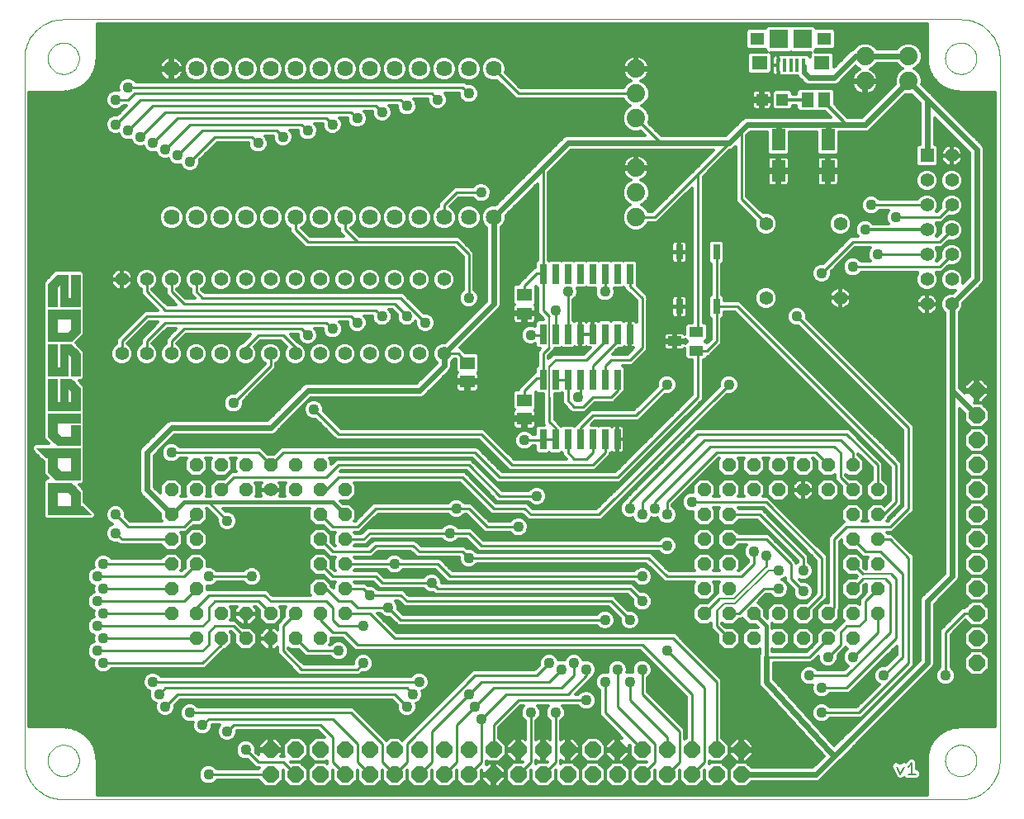
<source format=gtl>
G75*
%MOIN*%
%OFA0B0*%
%FSLAX24Y24*%
%IPPOS*%
%LPD*%
%AMOC8*
5,1,8,0,0,1.08239X$1,22.5*
%
%ADD10C,0.0050*%
%ADD11R,0.0591X0.0512*%
%ADD12R,0.0551X0.0866*%
%ADD13R,0.0260X0.0800*%
%ADD14R,0.0551X0.0394*%
%ADD15R,0.0555X0.0555*%
%ADD16C,0.0555*%
%ADD17C,0.0740*%
%ADD18OC8,0.0640*%
%ADD19R,0.0472X0.0472*%
%ADD20C,0.0560*%
%ADD21R,0.0512X0.0591*%
%ADD22R,0.0300X0.0600*%
%ADD23OC8,0.0560*%
%ADD24C,0.0640*%
%ADD25R,0.0630X0.0551*%
%ADD26R,0.0571X0.0512*%
%ADD27R,0.0748X0.0748*%
%ADD28R,0.0157X0.0531*%
%ADD29C,0.0000*%
%ADD30C,0.0010*%
%ADD31C,0.0100*%
%ADD32C,0.0436*%
%ADD33C,0.0080*%
%ADD34C,0.0120*%
%ADD35C,0.0240*%
%ADD36C,0.0160*%
D10*
X039991Y004439D02*
X039841Y004739D01*
X040141Y004739D02*
X039991Y004439D01*
X040301Y004439D02*
X040601Y004439D01*
X040451Y004439D02*
X040451Y004889D01*
X040301Y004739D01*
D11*
X024816Y018790D03*
X024816Y019538D03*
X022516Y020290D03*
X022516Y021038D03*
X024816Y023040D03*
X024816Y023788D03*
D12*
X035066Y028784D03*
X035066Y030044D03*
X037066Y030044D03*
X037066Y028784D03*
D13*
X029066Y024624D03*
X028566Y024624D03*
X028066Y024624D03*
X027566Y024624D03*
X027066Y024624D03*
X026566Y024624D03*
X026066Y024624D03*
X025566Y024624D03*
X025566Y022204D03*
X026066Y022204D03*
X026566Y022204D03*
X027066Y022204D03*
X027566Y022204D03*
X028066Y022204D03*
X028566Y022204D03*
X029066Y022204D03*
X028566Y020374D03*
X028066Y020374D03*
X027566Y020374D03*
X027066Y020374D03*
X026566Y020374D03*
X026066Y020374D03*
X025566Y020374D03*
X025566Y017954D03*
X026066Y017954D03*
X026566Y017954D03*
X027066Y017954D03*
X027566Y017954D03*
X028066Y017954D03*
X028566Y017954D03*
D14*
X031749Y021540D03*
X031749Y022288D03*
X030883Y021914D03*
D15*
X041066Y029414D03*
D16*
X042066Y029414D03*
X042066Y028414D03*
X041066Y028414D03*
X041066Y027414D03*
X042066Y027414D03*
X042066Y026414D03*
X041066Y026414D03*
X041066Y025414D03*
X042066Y025414D03*
X042066Y024414D03*
X041066Y024414D03*
X041066Y023414D03*
X042066Y023414D03*
D17*
X040316Y032414D03*
X040316Y033414D03*
X038566Y033414D03*
X038566Y032414D03*
X029316Y032914D03*
X029316Y031914D03*
X029316Y030914D03*
X029316Y028914D03*
X029316Y027914D03*
X029316Y026914D03*
D18*
X043066Y019914D03*
X043066Y018914D03*
X043066Y017914D03*
X043066Y016914D03*
X043066Y015914D03*
X043066Y014914D03*
X043066Y013914D03*
X043066Y012914D03*
X043066Y011914D03*
X043066Y010914D03*
X043066Y009914D03*
X043066Y008914D03*
X033566Y005414D03*
X032566Y005414D03*
X031566Y005414D03*
X030566Y005414D03*
X029566Y005414D03*
X028566Y005414D03*
X027566Y005414D03*
X026566Y005414D03*
X025566Y005414D03*
X024566Y005414D03*
X023566Y005414D03*
X022566Y005414D03*
X021566Y005414D03*
X020566Y005414D03*
X019566Y005414D03*
X018566Y005414D03*
X017566Y005414D03*
X016566Y005414D03*
X015566Y005414D03*
X014566Y005414D03*
X014566Y004414D03*
X015566Y004414D03*
X016566Y004414D03*
X017566Y004414D03*
X018566Y004414D03*
X019566Y004414D03*
X020566Y004414D03*
X021566Y004414D03*
X022566Y004414D03*
X023566Y004414D03*
X024566Y004414D03*
X025566Y004414D03*
X026566Y004414D03*
X027566Y004414D03*
X028566Y004414D03*
X029566Y004414D03*
X030566Y004414D03*
X031566Y004414D03*
X032566Y004414D03*
X033566Y004414D03*
D19*
X034402Y031664D03*
X035229Y031664D03*
D20*
X034566Y026664D03*
X037566Y026664D03*
X037566Y023664D03*
X034566Y023664D03*
X036066Y015914D03*
X021566Y021414D03*
X020566Y021414D03*
X019566Y021414D03*
X018566Y021414D03*
X017566Y021414D03*
X016566Y021414D03*
X015566Y021414D03*
X014566Y021414D03*
X013566Y021414D03*
X012566Y021414D03*
X011566Y021414D03*
X010566Y021414D03*
X009566Y021414D03*
X008566Y021414D03*
X008566Y024414D03*
X009566Y024414D03*
X010566Y024414D03*
X011566Y024414D03*
X012566Y024414D03*
X013566Y024414D03*
X014566Y024414D03*
X015566Y024414D03*
X016566Y024414D03*
X017566Y024414D03*
X018566Y024414D03*
X019566Y024414D03*
X020566Y024414D03*
X021566Y024414D03*
X014566Y015914D03*
D21*
X036231Y031664D03*
X036900Y031664D03*
D22*
X032566Y025514D03*
X031066Y025514D03*
X031066Y023314D03*
X032566Y023314D03*
D23*
X033066Y016914D03*
X034066Y016914D03*
X035066Y016914D03*
X036066Y016914D03*
X037066Y016914D03*
X038066Y016914D03*
X038066Y015914D03*
X039066Y015914D03*
X039066Y014914D03*
X038066Y014914D03*
X038066Y013914D03*
X039066Y013914D03*
X039066Y012914D03*
X038066Y012914D03*
X038066Y011914D03*
X039066Y011914D03*
X039066Y010914D03*
X038066Y010914D03*
X037066Y010914D03*
X036066Y010914D03*
X035066Y010914D03*
X034066Y010914D03*
X033066Y010914D03*
X033066Y011914D03*
X032066Y011914D03*
X032066Y010914D03*
X033066Y009914D03*
X034066Y009914D03*
X035066Y009914D03*
X036066Y009914D03*
X037066Y009914D03*
X038066Y009914D03*
X033066Y012914D03*
X032066Y012914D03*
X032066Y013914D03*
X032066Y014914D03*
X033066Y014914D03*
X033066Y013914D03*
X033066Y015914D03*
X034066Y015914D03*
X035066Y015914D03*
X037066Y015914D03*
X032066Y015914D03*
X017566Y015914D03*
X016566Y015914D03*
X015566Y015914D03*
X015566Y016914D03*
X016566Y016914D03*
X014566Y016914D03*
X013566Y016914D03*
X012566Y016914D03*
X011566Y016914D03*
X011566Y015914D03*
X012566Y015914D03*
X013566Y015914D03*
X011566Y014914D03*
X010566Y014914D03*
X010566Y013914D03*
X011566Y013914D03*
X011566Y012914D03*
X010566Y012914D03*
X010566Y011914D03*
X011566Y011914D03*
X011566Y010914D03*
X012566Y010914D03*
X013566Y010914D03*
X014566Y010914D03*
X015566Y010914D03*
X016566Y010914D03*
X016566Y011914D03*
X016566Y012914D03*
X016566Y013914D03*
X016566Y014914D03*
X017566Y014914D03*
X017566Y013914D03*
X017566Y012914D03*
X017566Y011914D03*
X017566Y010914D03*
X016566Y009914D03*
X015566Y009914D03*
X014566Y009914D03*
X013566Y009914D03*
X012566Y009914D03*
X011566Y009914D03*
X010566Y010914D03*
X010566Y015914D03*
D24*
X010566Y026914D03*
X011566Y026914D03*
X012566Y026914D03*
X013566Y026914D03*
X014566Y026914D03*
X015566Y026914D03*
X016566Y026914D03*
X017566Y026914D03*
X018566Y026914D03*
X019566Y026914D03*
X020566Y026914D03*
X021566Y026914D03*
X022566Y026914D03*
X023566Y026914D03*
X023566Y032914D03*
X022566Y032914D03*
X021566Y032914D03*
X020566Y032914D03*
X019566Y032914D03*
X018566Y032914D03*
X017566Y032914D03*
X016566Y032914D03*
X015566Y032914D03*
X014566Y032914D03*
X013566Y032914D03*
X012566Y032914D03*
X011566Y032914D03*
X010566Y032914D03*
D25*
X034306Y033149D03*
X036826Y033149D03*
D26*
X036914Y034114D03*
X034217Y034114D03*
D27*
X035093Y034114D03*
X036038Y034114D03*
D28*
X036078Y033060D03*
X035822Y033060D03*
X035566Y033060D03*
X035310Y033060D03*
X035054Y033060D03*
D29*
X042426Y003416D02*
X006206Y003416D01*
X005576Y004990D02*
X005578Y005040D01*
X005584Y005090D01*
X005594Y005139D01*
X005608Y005187D01*
X005625Y005234D01*
X005646Y005279D01*
X005671Y005323D01*
X005699Y005364D01*
X005731Y005403D01*
X005765Y005440D01*
X005802Y005474D01*
X005842Y005504D01*
X005884Y005531D01*
X005928Y005555D01*
X005974Y005576D01*
X006021Y005592D01*
X006069Y005605D01*
X006119Y005614D01*
X006168Y005619D01*
X006219Y005620D01*
X006269Y005617D01*
X006318Y005610D01*
X006367Y005599D01*
X006415Y005584D01*
X006461Y005566D01*
X006506Y005544D01*
X006549Y005518D01*
X006590Y005489D01*
X006629Y005457D01*
X006665Y005422D01*
X006697Y005384D01*
X006727Y005344D01*
X006754Y005301D01*
X006777Y005257D01*
X006796Y005211D01*
X006812Y005163D01*
X006824Y005114D01*
X006832Y005065D01*
X006836Y005015D01*
X006836Y004965D01*
X006832Y004915D01*
X006824Y004866D01*
X006812Y004817D01*
X006796Y004769D01*
X006777Y004723D01*
X006754Y004679D01*
X006727Y004636D01*
X006697Y004596D01*
X006665Y004558D01*
X006629Y004523D01*
X006590Y004491D01*
X006549Y004462D01*
X006506Y004436D01*
X006461Y004414D01*
X006415Y004396D01*
X006367Y004381D01*
X006318Y004370D01*
X006269Y004363D01*
X006219Y004360D01*
X006168Y004361D01*
X006119Y004366D01*
X006069Y004375D01*
X006021Y004388D01*
X005974Y004404D01*
X005928Y004425D01*
X005884Y004449D01*
X005842Y004476D01*
X005802Y004506D01*
X005765Y004540D01*
X005731Y004577D01*
X005699Y004616D01*
X005671Y004657D01*
X005646Y004701D01*
X005625Y004746D01*
X005608Y004793D01*
X005594Y004841D01*
X005584Y004890D01*
X005578Y004940D01*
X005576Y004990D01*
X004631Y004990D02*
X004633Y004913D01*
X004639Y004836D01*
X004648Y004759D01*
X004661Y004683D01*
X004678Y004607D01*
X004699Y004533D01*
X004723Y004459D01*
X004751Y004387D01*
X004782Y004317D01*
X004817Y004248D01*
X004855Y004180D01*
X004896Y004115D01*
X004941Y004052D01*
X004989Y003991D01*
X005039Y003932D01*
X005092Y003876D01*
X005148Y003823D01*
X005207Y003773D01*
X005268Y003725D01*
X005331Y003680D01*
X005396Y003639D01*
X005464Y003601D01*
X005533Y003566D01*
X005603Y003535D01*
X005675Y003507D01*
X005749Y003483D01*
X005823Y003462D01*
X005899Y003445D01*
X005975Y003432D01*
X006052Y003423D01*
X006129Y003417D01*
X006206Y003415D01*
X004631Y004990D02*
X004631Y033337D01*
X005576Y033337D02*
X005578Y033387D01*
X005584Y033437D01*
X005594Y033486D01*
X005608Y033534D01*
X005625Y033581D01*
X005646Y033626D01*
X005671Y033670D01*
X005699Y033711D01*
X005731Y033750D01*
X005765Y033787D01*
X005802Y033821D01*
X005842Y033851D01*
X005884Y033878D01*
X005928Y033902D01*
X005974Y033923D01*
X006021Y033939D01*
X006069Y033952D01*
X006119Y033961D01*
X006168Y033966D01*
X006219Y033967D01*
X006269Y033964D01*
X006318Y033957D01*
X006367Y033946D01*
X006415Y033931D01*
X006461Y033913D01*
X006506Y033891D01*
X006549Y033865D01*
X006590Y033836D01*
X006629Y033804D01*
X006665Y033769D01*
X006697Y033731D01*
X006727Y033691D01*
X006754Y033648D01*
X006777Y033604D01*
X006796Y033558D01*
X006812Y033510D01*
X006824Y033461D01*
X006832Y033412D01*
X006836Y033362D01*
X006836Y033312D01*
X006832Y033262D01*
X006824Y033213D01*
X006812Y033164D01*
X006796Y033116D01*
X006777Y033070D01*
X006754Y033026D01*
X006727Y032983D01*
X006697Y032943D01*
X006665Y032905D01*
X006629Y032870D01*
X006590Y032838D01*
X006549Y032809D01*
X006506Y032783D01*
X006461Y032761D01*
X006415Y032743D01*
X006367Y032728D01*
X006318Y032717D01*
X006269Y032710D01*
X006219Y032707D01*
X006168Y032708D01*
X006119Y032713D01*
X006069Y032722D01*
X006021Y032735D01*
X005974Y032751D01*
X005928Y032772D01*
X005884Y032796D01*
X005842Y032823D01*
X005802Y032853D01*
X005765Y032887D01*
X005731Y032924D01*
X005699Y032963D01*
X005671Y033004D01*
X005646Y033048D01*
X005625Y033093D01*
X005608Y033140D01*
X005594Y033188D01*
X005584Y033237D01*
X005578Y033287D01*
X005576Y033337D01*
X004631Y033337D02*
X004633Y033414D01*
X004639Y033491D01*
X004648Y033568D01*
X004661Y033644D01*
X004678Y033720D01*
X004699Y033794D01*
X004723Y033868D01*
X004751Y033940D01*
X004782Y034010D01*
X004817Y034079D01*
X004855Y034147D01*
X004896Y034212D01*
X004941Y034275D01*
X004989Y034336D01*
X005039Y034395D01*
X005092Y034451D01*
X005148Y034504D01*
X005207Y034554D01*
X005268Y034602D01*
X005331Y034647D01*
X005396Y034688D01*
X005464Y034726D01*
X005533Y034761D01*
X005603Y034792D01*
X005675Y034820D01*
X005749Y034844D01*
X005823Y034865D01*
X005899Y034882D01*
X005975Y034895D01*
X006052Y034904D01*
X006129Y034910D01*
X006206Y034912D01*
X042426Y034912D01*
X041796Y033337D02*
X041798Y033387D01*
X041804Y033437D01*
X041814Y033486D01*
X041828Y033534D01*
X041845Y033581D01*
X041866Y033626D01*
X041891Y033670D01*
X041919Y033711D01*
X041951Y033750D01*
X041985Y033787D01*
X042022Y033821D01*
X042062Y033851D01*
X042104Y033878D01*
X042148Y033902D01*
X042194Y033923D01*
X042241Y033939D01*
X042289Y033952D01*
X042339Y033961D01*
X042388Y033966D01*
X042439Y033967D01*
X042489Y033964D01*
X042538Y033957D01*
X042587Y033946D01*
X042635Y033931D01*
X042681Y033913D01*
X042726Y033891D01*
X042769Y033865D01*
X042810Y033836D01*
X042849Y033804D01*
X042885Y033769D01*
X042917Y033731D01*
X042947Y033691D01*
X042974Y033648D01*
X042997Y033604D01*
X043016Y033558D01*
X043032Y033510D01*
X043044Y033461D01*
X043052Y033412D01*
X043056Y033362D01*
X043056Y033312D01*
X043052Y033262D01*
X043044Y033213D01*
X043032Y033164D01*
X043016Y033116D01*
X042997Y033070D01*
X042974Y033026D01*
X042947Y032983D01*
X042917Y032943D01*
X042885Y032905D01*
X042849Y032870D01*
X042810Y032838D01*
X042769Y032809D01*
X042726Y032783D01*
X042681Y032761D01*
X042635Y032743D01*
X042587Y032728D01*
X042538Y032717D01*
X042489Y032710D01*
X042439Y032707D01*
X042388Y032708D01*
X042339Y032713D01*
X042289Y032722D01*
X042241Y032735D01*
X042194Y032751D01*
X042148Y032772D01*
X042104Y032796D01*
X042062Y032823D01*
X042022Y032853D01*
X041985Y032887D01*
X041951Y032924D01*
X041919Y032963D01*
X041891Y033004D01*
X041866Y033048D01*
X041845Y033093D01*
X041828Y033140D01*
X041814Y033188D01*
X041804Y033237D01*
X041798Y033287D01*
X041796Y033337D01*
X042426Y034912D02*
X042503Y034910D01*
X042580Y034904D01*
X042657Y034895D01*
X042733Y034882D01*
X042809Y034865D01*
X042883Y034844D01*
X042957Y034820D01*
X043029Y034792D01*
X043099Y034761D01*
X043168Y034726D01*
X043236Y034688D01*
X043301Y034647D01*
X043364Y034602D01*
X043425Y034554D01*
X043484Y034504D01*
X043540Y034451D01*
X043593Y034395D01*
X043643Y034336D01*
X043691Y034275D01*
X043736Y034212D01*
X043777Y034147D01*
X043815Y034079D01*
X043850Y034010D01*
X043881Y033940D01*
X043909Y033868D01*
X043933Y033794D01*
X043954Y033720D01*
X043971Y033644D01*
X043984Y033568D01*
X043993Y033491D01*
X043999Y033414D01*
X044001Y033337D01*
X044001Y004990D01*
X041796Y004990D02*
X041798Y005040D01*
X041804Y005090D01*
X041814Y005139D01*
X041828Y005187D01*
X041845Y005234D01*
X041866Y005279D01*
X041891Y005323D01*
X041919Y005364D01*
X041951Y005403D01*
X041985Y005440D01*
X042022Y005474D01*
X042062Y005504D01*
X042104Y005531D01*
X042148Y005555D01*
X042194Y005576D01*
X042241Y005592D01*
X042289Y005605D01*
X042339Y005614D01*
X042388Y005619D01*
X042439Y005620D01*
X042489Y005617D01*
X042538Y005610D01*
X042587Y005599D01*
X042635Y005584D01*
X042681Y005566D01*
X042726Y005544D01*
X042769Y005518D01*
X042810Y005489D01*
X042849Y005457D01*
X042885Y005422D01*
X042917Y005384D01*
X042947Y005344D01*
X042974Y005301D01*
X042997Y005257D01*
X043016Y005211D01*
X043032Y005163D01*
X043044Y005114D01*
X043052Y005065D01*
X043056Y005015D01*
X043056Y004965D01*
X043052Y004915D01*
X043044Y004866D01*
X043032Y004817D01*
X043016Y004769D01*
X042997Y004723D01*
X042974Y004679D01*
X042947Y004636D01*
X042917Y004596D01*
X042885Y004558D01*
X042849Y004523D01*
X042810Y004491D01*
X042769Y004462D01*
X042726Y004436D01*
X042681Y004414D01*
X042635Y004396D01*
X042587Y004381D01*
X042538Y004370D01*
X042489Y004363D01*
X042439Y004360D01*
X042388Y004361D01*
X042339Y004366D01*
X042289Y004375D01*
X042241Y004388D01*
X042194Y004404D01*
X042148Y004425D01*
X042104Y004449D01*
X042062Y004476D01*
X042022Y004506D01*
X041985Y004540D01*
X041951Y004577D01*
X041919Y004616D01*
X041891Y004657D01*
X041866Y004701D01*
X041845Y004746D01*
X041828Y004793D01*
X041814Y004841D01*
X041804Y004890D01*
X041798Y004940D01*
X041796Y004990D01*
X042426Y003415D02*
X042503Y003417D01*
X042580Y003423D01*
X042657Y003432D01*
X042733Y003445D01*
X042809Y003462D01*
X042883Y003483D01*
X042957Y003507D01*
X043029Y003535D01*
X043099Y003566D01*
X043168Y003601D01*
X043236Y003639D01*
X043301Y003680D01*
X043364Y003725D01*
X043425Y003773D01*
X043484Y003823D01*
X043540Y003876D01*
X043593Y003932D01*
X043643Y003991D01*
X043691Y004052D01*
X043736Y004115D01*
X043777Y004180D01*
X043815Y004248D01*
X043850Y004317D01*
X043881Y004387D01*
X043909Y004459D01*
X043933Y004533D01*
X043954Y004607D01*
X043971Y004683D01*
X043984Y004759D01*
X043993Y004836D01*
X043999Y004913D01*
X044001Y004990D01*
D30*
X007316Y014914D02*
X005596Y014914D01*
X005596Y016194D01*
X006516Y016194D01*
X006876Y015834D01*
X006876Y015284D01*
X006516Y015284D01*
X006516Y015714D01*
X006396Y015834D01*
X005956Y015834D01*
X005956Y015274D01*
X006956Y015274D01*
X007316Y014914D01*
X007315Y014914D02*
X005596Y014914D01*
X005596Y014923D02*
X007306Y014923D01*
X007298Y014931D02*
X005596Y014931D01*
X005596Y014940D02*
X007289Y014940D01*
X007281Y014948D02*
X005596Y014948D01*
X005596Y014957D02*
X007272Y014957D01*
X007264Y014965D02*
X005596Y014965D01*
X005596Y014974D02*
X007255Y014974D01*
X007247Y014982D02*
X005596Y014982D01*
X005596Y014991D02*
X007238Y014991D01*
X007230Y014999D02*
X005596Y014999D01*
X005596Y015008D02*
X007221Y015008D01*
X007213Y015016D02*
X005596Y015016D01*
X005596Y015025D02*
X007204Y015025D01*
X007196Y015033D02*
X005596Y015033D01*
X005596Y015042D02*
X007187Y015042D01*
X007179Y015050D02*
X005596Y015050D01*
X005596Y015059D02*
X007170Y015059D01*
X007162Y015067D02*
X005596Y015067D01*
X005596Y015076D02*
X007153Y015076D01*
X007145Y015084D02*
X005596Y015084D01*
X005596Y015093D02*
X007136Y015093D01*
X007128Y015101D02*
X005596Y015101D01*
X005596Y015110D02*
X007119Y015110D01*
X007111Y015118D02*
X005596Y015118D01*
X005596Y015127D02*
X007102Y015127D01*
X007094Y015135D02*
X005596Y015135D01*
X005596Y015144D02*
X007085Y015144D01*
X007077Y015152D02*
X005596Y015152D01*
X005596Y015161D02*
X007068Y015161D01*
X007060Y015169D02*
X005596Y015169D01*
X005596Y015178D02*
X007051Y015178D01*
X007043Y015186D02*
X005596Y015186D01*
X005596Y015195D02*
X007034Y015195D01*
X007026Y015203D02*
X005596Y015203D01*
X005596Y015212D02*
X007017Y015212D01*
X007009Y015220D02*
X005596Y015220D01*
X005596Y015229D02*
X007000Y015229D01*
X006992Y015237D02*
X005596Y015237D01*
X005596Y015246D02*
X006983Y015246D01*
X006975Y015254D02*
X005596Y015254D01*
X005596Y015263D02*
X006966Y015263D01*
X006958Y015271D02*
X005596Y015271D01*
X005596Y015280D02*
X005956Y015280D01*
X005956Y015288D02*
X005596Y015288D01*
X005596Y015297D02*
X005956Y015297D01*
X005956Y015305D02*
X005596Y015305D01*
X005596Y015314D02*
X005956Y015314D01*
X005956Y015322D02*
X005596Y015322D01*
X005596Y015331D02*
X005956Y015331D01*
X005956Y015339D02*
X005596Y015339D01*
X005596Y015348D02*
X005956Y015348D01*
X005956Y015356D02*
X005596Y015356D01*
X005596Y015365D02*
X005956Y015365D01*
X005956Y015373D02*
X005596Y015373D01*
X005596Y015382D02*
X005956Y015382D01*
X005956Y015390D02*
X005596Y015390D01*
X005596Y015399D02*
X005956Y015399D01*
X005956Y015407D02*
X005596Y015407D01*
X005596Y015416D02*
X005956Y015416D01*
X005956Y015424D02*
X005596Y015424D01*
X005596Y015433D02*
X005956Y015433D01*
X005956Y015441D02*
X005596Y015441D01*
X005596Y015450D02*
X005956Y015450D01*
X005956Y015458D02*
X005596Y015458D01*
X005596Y015467D02*
X005956Y015467D01*
X005956Y015475D02*
X005596Y015475D01*
X005596Y015484D02*
X005956Y015484D01*
X005956Y015492D02*
X005596Y015492D01*
X005596Y015501D02*
X005956Y015501D01*
X005956Y015509D02*
X005596Y015509D01*
X005596Y015518D02*
X005956Y015518D01*
X005956Y015526D02*
X005596Y015526D01*
X005596Y015535D02*
X005956Y015535D01*
X005956Y015543D02*
X005596Y015543D01*
X005596Y015552D02*
X005956Y015552D01*
X005956Y015560D02*
X005596Y015560D01*
X005596Y015569D02*
X005956Y015569D01*
X005956Y015578D02*
X005596Y015578D01*
X005596Y015586D02*
X005956Y015586D01*
X005956Y015595D02*
X005596Y015595D01*
X005596Y015603D02*
X005956Y015603D01*
X005956Y015612D02*
X005596Y015612D01*
X005596Y015620D02*
X005956Y015620D01*
X005956Y015629D02*
X005596Y015629D01*
X005596Y015637D02*
X005956Y015637D01*
X005956Y015646D02*
X005596Y015646D01*
X005596Y015654D02*
X005956Y015654D01*
X005956Y015663D02*
X005596Y015663D01*
X005596Y015671D02*
X005956Y015671D01*
X005956Y015680D02*
X005596Y015680D01*
X005596Y015688D02*
X005956Y015688D01*
X005956Y015697D02*
X005596Y015697D01*
X005596Y015705D02*
X005956Y015705D01*
X005956Y015714D02*
X005596Y015714D01*
X005596Y015722D02*
X005956Y015722D01*
X005956Y015731D02*
X005596Y015731D01*
X005596Y015739D02*
X005956Y015739D01*
X005956Y015748D02*
X005596Y015748D01*
X005596Y015756D02*
X005956Y015756D01*
X005956Y015765D02*
X005596Y015765D01*
X005596Y015773D02*
X005956Y015773D01*
X005956Y015782D02*
X005596Y015782D01*
X005596Y015790D02*
X005956Y015790D01*
X005956Y015799D02*
X005596Y015799D01*
X005596Y015807D02*
X005956Y015807D01*
X005956Y015816D02*
X005596Y015816D01*
X005596Y015824D02*
X005956Y015824D01*
X005956Y015833D02*
X005596Y015833D01*
X005596Y015841D02*
X006868Y015841D01*
X006876Y015833D02*
X006397Y015833D01*
X006405Y015824D02*
X006876Y015824D01*
X006876Y015816D02*
X006414Y015816D01*
X006422Y015807D02*
X006876Y015807D01*
X006876Y015799D02*
X006431Y015799D01*
X006439Y015790D02*
X006876Y015790D01*
X006876Y015782D02*
X006448Y015782D01*
X006456Y015773D02*
X006876Y015773D01*
X006876Y015765D02*
X006465Y015765D01*
X006473Y015756D02*
X006876Y015756D01*
X006876Y015748D02*
X006482Y015748D01*
X006490Y015739D02*
X006876Y015739D01*
X006876Y015731D02*
X006499Y015731D01*
X006507Y015722D02*
X006876Y015722D01*
X006876Y015714D02*
X006516Y015714D01*
X006516Y015705D02*
X006876Y015705D01*
X006876Y015697D02*
X006516Y015697D01*
X006516Y015688D02*
X006876Y015688D01*
X006876Y015680D02*
X006516Y015680D01*
X006516Y015671D02*
X006876Y015671D01*
X006876Y015663D02*
X006516Y015663D01*
X006516Y015654D02*
X006876Y015654D01*
X006876Y015646D02*
X006516Y015646D01*
X006516Y015637D02*
X006876Y015637D01*
X006876Y015629D02*
X006516Y015629D01*
X006516Y015620D02*
X006876Y015620D01*
X006876Y015612D02*
X006516Y015612D01*
X006516Y015603D02*
X006876Y015603D01*
X006876Y015595D02*
X006516Y015595D01*
X006516Y015586D02*
X006876Y015586D01*
X006876Y015578D02*
X006516Y015578D01*
X006516Y015569D02*
X006876Y015569D01*
X006876Y015560D02*
X006516Y015560D01*
X006516Y015552D02*
X006876Y015552D01*
X006876Y015543D02*
X006516Y015543D01*
X006516Y015535D02*
X006876Y015535D01*
X006876Y015526D02*
X006516Y015526D01*
X006516Y015518D02*
X006876Y015518D01*
X006876Y015509D02*
X006516Y015509D01*
X006516Y015501D02*
X006876Y015501D01*
X006876Y015492D02*
X006516Y015492D01*
X006516Y015484D02*
X006876Y015484D01*
X006876Y015475D02*
X006516Y015475D01*
X006516Y015467D02*
X006876Y015467D01*
X006876Y015458D02*
X006516Y015458D01*
X006516Y015450D02*
X006876Y015450D01*
X006876Y015441D02*
X006516Y015441D01*
X006516Y015433D02*
X006876Y015433D01*
X006876Y015424D02*
X006516Y015424D01*
X006516Y015416D02*
X006876Y015416D01*
X006876Y015407D02*
X006516Y015407D01*
X006516Y015399D02*
X006876Y015399D01*
X006876Y015390D02*
X006516Y015390D01*
X006516Y015382D02*
X006876Y015382D01*
X006876Y015373D02*
X006516Y015373D01*
X006516Y015365D02*
X006876Y015365D01*
X006876Y015356D02*
X006516Y015356D01*
X006516Y015348D02*
X006876Y015348D01*
X006876Y015339D02*
X006516Y015339D01*
X006516Y015331D02*
X006876Y015331D01*
X006876Y015322D02*
X006516Y015322D01*
X006516Y015314D02*
X006876Y015314D01*
X006876Y015305D02*
X006516Y015305D01*
X006516Y015297D02*
X006876Y015297D01*
X006876Y015288D02*
X006516Y015288D01*
X006860Y015850D02*
X005596Y015850D01*
X005596Y015858D02*
X006851Y015858D01*
X006843Y015867D02*
X005596Y015867D01*
X005596Y015875D02*
X006834Y015875D01*
X006826Y015884D02*
X005596Y015884D01*
X005596Y015892D02*
X006817Y015892D01*
X006809Y015901D02*
X005596Y015901D01*
X005596Y015909D02*
X006800Y015909D01*
X006792Y015918D02*
X005596Y015918D01*
X005596Y015926D02*
X006783Y015926D01*
X006775Y015935D02*
X005596Y015935D01*
X005596Y015943D02*
X006766Y015943D01*
X006758Y015952D02*
X005596Y015952D01*
X005596Y015960D02*
X006749Y015960D01*
X006741Y015969D02*
X005596Y015969D01*
X005596Y015977D02*
X006732Y015977D01*
X006724Y015986D02*
X005596Y015986D01*
X005596Y015994D02*
X006715Y015994D01*
X006707Y016003D02*
X005596Y016003D01*
X005596Y016011D02*
X006698Y016011D01*
X006690Y016020D02*
X005596Y016020D01*
X005596Y016028D02*
X006681Y016028D01*
X006673Y016037D02*
X005596Y016037D01*
X005596Y016045D02*
X006664Y016045D01*
X006656Y016054D02*
X005596Y016054D01*
X005596Y016062D02*
X006647Y016062D01*
X006639Y016071D02*
X005596Y016071D01*
X005596Y016079D02*
X006630Y016079D01*
X006622Y016088D02*
X005596Y016088D01*
X005596Y016096D02*
X006613Y016096D01*
X006605Y016105D02*
X005596Y016105D01*
X005596Y016113D02*
X006596Y016113D01*
X006588Y016122D02*
X005596Y016122D01*
X005596Y016130D02*
X006579Y016130D01*
X006571Y016139D02*
X005596Y016139D01*
X005596Y016147D02*
X006562Y016147D01*
X006554Y016156D02*
X005596Y016156D01*
X005596Y016164D02*
X006545Y016164D01*
X006537Y016173D02*
X005596Y016173D01*
X005596Y016181D02*
X006528Y016181D01*
X006520Y016190D02*
X005596Y016190D01*
X005819Y016411D02*
X006876Y016411D01*
X006876Y016419D02*
X005810Y016419D01*
X005802Y016428D02*
X006876Y016428D01*
X006876Y016436D02*
X005793Y016436D01*
X005785Y016445D02*
X006876Y016445D01*
X006876Y016453D02*
X005776Y016453D01*
X005768Y016462D02*
X006876Y016462D01*
X006876Y016470D02*
X005759Y016470D01*
X005751Y016479D02*
X006876Y016479D01*
X006876Y016487D02*
X005742Y016487D01*
X005734Y016496D02*
X006876Y016496D01*
X006876Y016504D02*
X005725Y016504D01*
X005717Y016513D02*
X006876Y016513D01*
X006876Y016521D02*
X005708Y016521D01*
X005700Y016530D02*
X006876Y016530D01*
X006876Y016538D02*
X005691Y016538D01*
X005683Y016547D02*
X006876Y016547D01*
X006876Y016555D02*
X005674Y016555D01*
X005666Y016564D02*
X006876Y016564D01*
X006876Y016572D02*
X005657Y016572D01*
X005649Y016581D02*
X006876Y016581D01*
X006876Y016589D02*
X005640Y016589D01*
X005632Y016598D02*
X006876Y016598D01*
X006876Y016606D02*
X005623Y016606D01*
X005615Y016615D02*
X006876Y016615D01*
X006876Y016623D02*
X005606Y016623D01*
X005598Y016632D02*
X006876Y016632D01*
X006876Y016640D02*
X005596Y016640D01*
X005596Y016634D02*
X005916Y016314D01*
X006876Y016314D01*
X006876Y017594D01*
X005116Y017594D01*
X005476Y017234D01*
X006516Y017234D01*
X006516Y016674D01*
X006876Y016674D01*
X006876Y016666D02*
X005596Y016666D01*
X005596Y016674D02*
X006075Y016674D01*
X006076Y016674D02*
X005956Y016794D01*
X005956Y017224D01*
X005596Y017224D01*
X005596Y016634D01*
X005596Y016649D02*
X006876Y016649D01*
X006876Y016657D02*
X005596Y016657D01*
X005596Y016683D02*
X006067Y016683D01*
X006058Y016691D02*
X005596Y016691D01*
X005596Y016700D02*
X006050Y016700D01*
X006041Y016708D02*
X005596Y016708D01*
X005596Y016717D02*
X006033Y016717D01*
X006024Y016725D02*
X005596Y016725D01*
X005596Y016734D02*
X006016Y016734D01*
X006007Y016742D02*
X005596Y016742D01*
X005596Y016751D02*
X005999Y016751D01*
X005990Y016759D02*
X005596Y016759D01*
X005596Y016768D02*
X005982Y016768D01*
X005973Y016776D02*
X005596Y016776D01*
X005596Y016785D02*
X005965Y016785D01*
X005956Y016793D02*
X005596Y016793D01*
X005596Y016802D02*
X005956Y016802D01*
X005956Y016810D02*
X005596Y016810D01*
X005596Y016819D02*
X005956Y016819D01*
X005956Y016827D02*
X005596Y016827D01*
X005596Y016836D02*
X005956Y016836D01*
X005956Y016844D02*
X005596Y016844D01*
X005596Y016853D02*
X005956Y016853D01*
X005956Y016861D02*
X005596Y016861D01*
X005596Y016870D02*
X005956Y016870D01*
X005956Y016878D02*
X005596Y016878D01*
X005596Y016887D02*
X005956Y016887D01*
X005956Y016895D02*
X005596Y016895D01*
X005596Y016904D02*
X005956Y016904D01*
X005956Y016912D02*
X005596Y016912D01*
X005596Y016921D02*
X005956Y016921D01*
X005956Y016929D02*
X005596Y016929D01*
X005596Y016938D02*
X005956Y016938D01*
X005956Y016946D02*
X005596Y016946D01*
X005596Y016955D02*
X005956Y016955D01*
X005956Y016963D02*
X005596Y016963D01*
X005596Y016972D02*
X005956Y016972D01*
X005956Y016980D02*
X005596Y016980D01*
X005596Y016989D02*
X005956Y016989D01*
X005956Y016997D02*
X005596Y016997D01*
X005596Y017006D02*
X005956Y017006D01*
X005956Y017014D02*
X005596Y017014D01*
X005596Y017023D02*
X005956Y017023D01*
X005956Y017031D02*
X005596Y017031D01*
X005596Y017040D02*
X005956Y017040D01*
X005956Y017048D02*
X005596Y017048D01*
X005596Y017057D02*
X005956Y017057D01*
X005956Y017065D02*
X005596Y017065D01*
X005596Y017074D02*
X005956Y017074D01*
X005956Y017082D02*
X005596Y017082D01*
X005596Y017091D02*
X005956Y017091D01*
X005956Y017099D02*
X005596Y017099D01*
X005596Y017108D02*
X005956Y017108D01*
X005956Y017116D02*
X005596Y017116D01*
X005596Y017125D02*
X005956Y017125D01*
X005956Y017133D02*
X005596Y017133D01*
X005596Y017142D02*
X005956Y017142D01*
X005956Y017150D02*
X005596Y017150D01*
X005596Y017159D02*
X005956Y017159D01*
X005956Y017167D02*
X005596Y017167D01*
X005596Y017176D02*
X005956Y017176D01*
X005956Y017184D02*
X005596Y017184D01*
X005596Y017193D02*
X005956Y017193D01*
X005956Y017201D02*
X005596Y017201D01*
X005596Y017210D02*
X005956Y017210D01*
X005956Y017218D02*
X005596Y017218D01*
X005474Y017235D02*
X006876Y017235D01*
X006876Y017227D02*
X006516Y017227D01*
X006516Y017218D02*
X006876Y017218D01*
X006876Y017210D02*
X006516Y017210D01*
X006516Y017201D02*
X006876Y017201D01*
X006876Y017193D02*
X006516Y017193D01*
X006516Y017184D02*
X006876Y017184D01*
X006876Y017176D02*
X006516Y017176D01*
X006516Y017167D02*
X006876Y017167D01*
X006876Y017159D02*
X006516Y017159D01*
X006516Y017150D02*
X006876Y017150D01*
X006876Y017142D02*
X006516Y017142D01*
X006516Y017133D02*
X006876Y017133D01*
X006876Y017125D02*
X006516Y017125D01*
X006516Y017116D02*
X006876Y017116D01*
X006876Y017108D02*
X006516Y017108D01*
X006516Y017099D02*
X006876Y017099D01*
X006876Y017091D02*
X006516Y017091D01*
X006516Y017082D02*
X006876Y017082D01*
X006876Y017074D02*
X006516Y017074D01*
X006516Y017065D02*
X006876Y017065D01*
X006876Y017057D02*
X006516Y017057D01*
X006516Y017048D02*
X006876Y017048D01*
X006876Y017040D02*
X006516Y017040D01*
X006516Y017031D02*
X006876Y017031D01*
X006876Y017023D02*
X006516Y017023D01*
X006516Y017014D02*
X006876Y017014D01*
X006876Y017006D02*
X006516Y017006D01*
X006516Y016997D02*
X006876Y016997D01*
X006876Y016989D02*
X006516Y016989D01*
X006516Y016980D02*
X006876Y016980D01*
X006876Y016972D02*
X006516Y016972D01*
X006516Y016963D02*
X006876Y016963D01*
X006876Y016955D02*
X006516Y016955D01*
X006516Y016946D02*
X006876Y016946D01*
X006876Y016938D02*
X006516Y016938D01*
X006516Y016929D02*
X006876Y016929D01*
X006876Y016921D02*
X006516Y016921D01*
X006516Y016912D02*
X006876Y016912D01*
X006876Y016904D02*
X006516Y016904D01*
X006516Y016895D02*
X006876Y016895D01*
X006876Y016887D02*
X006516Y016887D01*
X006516Y016878D02*
X006876Y016878D01*
X006876Y016870D02*
X006516Y016870D01*
X006516Y016861D02*
X006876Y016861D01*
X006876Y016853D02*
X006516Y016853D01*
X006516Y016844D02*
X006876Y016844D01*
X006876Y016836D02*
X006516Y016836D01*
X006516Y016827D02*
X006876Y016827D01*
X006876Y016819D02*
X006516Y016819D01*
X006516Y016810D02*
X006876Y016810D01*
X006876Y016802D02*
X006516Y016802D01*
X006516Y016793D02*
X006876Y016793D01*
X006876Y016785D02*
X006516Y016785D01*
X006516Y016776D02*
X006876Y016776D01*
X006876Y016768D02*
X006516Y016768D01*
X006516Y016759D02*
X006876Y016759D01*
X006876Y016751D02*
X006516Y016751D01*
X006516Y016742D02*
X006876Y016742D01*
X006876Y016734D02*
X006516Y016734D01*
X006516Y016725D02*
X006876Y016725D01*
X006876Y016717D02*
X006516Y016717D01*
X006516Y016708D02*
X006876Y016708D01*
X006876Y016700D02*
X006516Y016700D01*
X006516Y016691D02*
X006876Y016691D01*
X006876Y016683D02*
X006516Y016683D01*
X006516Y016674D02*
X006076Y016674D01*
X005827Y016402D02*
X006876Y016402D01*
X006876Y016394D02*
X005836Y016394D01*
X005844Y016385D02*
X006876Y016385D01*
X006876Y016377D02*
X005853Y016377D01*
X005861Y016368D02*
X006876Y016368D01*
X006876Y016360D02*
X005870Y016360D01*
X005878Y016351D02*
X006876Y016351D01*
X006876Y016343D02*
X005887Y016343D01*
X005895Y016334D02*
X006876Y016334D01*
X006876Y016326D02*
X005904Y016326D01*
X005912Y016317D02*
X006876Y016317D01*
X006876Y017244D02*
X005466Y017244D01*
X005457Y017252D02*
X006876Y017252D01*
X006876Y017261D02*
X005449Y017261D01*
X005440Y017269D02*
X006876Y017269D01*
X006876Y017278D02*
X005432Y017278D01*
X005423Y017286D02*
X006876Y017286D01*
X006876Y017295D02*
X005415Y017295D01*
X005406Y017303D02*
X006876Y017303D01*
X006876Y017312D02*
X005398Y017312D01*
X005389Y017320D02*
X006876Y017320D01*
X006876Y017329D02*
X005381Y017329D01*
X005372Y017337D02*
X006876Y017337D01*
X006876Y017346D02*
X005364Y017346D01*
X005355Y017354D02*
X006876Y017354D01*
X006876Y017363D02*
X005347Y017363D01*
X005338Y017371D02*
X006876Y017371D01*
X006876Y017380D02*
X005330Y017380D01*
X005321Y017388D02*
X006876Y017388D01*
X006876Y017397D02*
X005313Y017397D01*
X005304Y017405D02*
X006876Y017405D01*
X006876Y017414D02*
X005296Y017414D01*
X005287Y017422D02*
X006876Y017422D01*
X006876Y017431D02*
X005279Y017431D01*
X005270Y017439D02*
X006876Y017439D01*
X006876Y017448D02*
X005262Y017448D01*
X005253Y017456D02*
X006876Y017456D01*
X006876Y017465D02*
X005245Y017465D01*
X005236Y017473D02*
X006876Y017473D01*
X006876Y017482D02*
X005228Y017482D01*
X005219Y017490D02*
X006876Y017490D01*
X006876Y017499D02*
X005211Y017499D01*
X005202Y017507D02*
X006876Y017507D01*
X006876Y017516D02*
X005194Y017516D01*
X005185Y017524D02*
X006876Y017524D01*
X006876Y017533D02*
X005177Y017533D01*
X005168Y017541D02*
X006876Y017541D01*
X006876Y017550D02*
X005160Y017550D01*
X005151Y017558D02*
X006876Y017558D01*
X006876Y017567D02*
X005143Y017567D01*
X005134Y017575D02*
X006876Y017575D01*
X006876Y017584D02*
X005126Y017584D01*
X005117Y017592D02*
X006876Y017592D01*
X006876Y017714D02*
X005956Y017714D01*
X005596Y018074D01*
X005596Y018994D01*
X006876Y018994D01*
X006876Y018634D01*
X005956Y018634D01*
X005956Y018194D01*
X006076Y018074D01*
X006516Y018074D01*
X006516Y018514D01*
X006876Y018514D01*
X006876Y017714D01*
X006876Y017720D02*
X005950Y017720D01*
X005941Y017728D02*
X006876Y017728D01*
X006876Y017737D02*
X005933Y017737D01*
X005924Y017745D02*
X006876Y017745D01*
X006876Y017754D02*
X005916Y017754D01*
X005907Y017762D02*
X006876Y017762D01*
X006876Y017771D02*
X005899Y017771D01*
X005890Y017779D02*
X006876Y017779D01*
X006876Y017788D02*
X005882Y017788D01*
X005873Y017796D02*
X006876Y017796D01*
X006876Y017805D02*
X005865Y017805D01*
X005856Y017813D02*
X006876Y017813D01*
X006876Y017822D02*
X005848Y017822D01*
X005839Y017830D02*
X006876Y017830D01*
X006876Y017839D02*
X005831Y017839D01*
X005822Y017847D02*
X006876Y017847D01*
X006876Y017856D02*
X005814Y017856D01*
X005805Y017864D02*
X006876Y017864D01*
X006876Y017873D02*
X005797Y017873D01*
X005788Y017881D02*
X006876Y017881D01*
X006876Y017890D02*
X005780Y017890D01*
X005771Y017898D02*
X006876Y017898D01*
X006876Y017907D02*
X005763Y017907D01*
X005754Y017915D02*
X006876Y017915D01*
X006876Y017924D02*
X005746Y017924D01*
X005737Y017932D02*
X006876Y017932D01*
X006876Y017941D02*
X005729Y017941D01*
X005720Y017949D02*
X006876Y017949D01*
X006876Y017958D02*
X005712Y017958D01*
X005703Y017966D02*
X006876Y017966D01*
X006876Y017975D02*
X005695Y017975D01*
X005686Y017983D02*
X006876Y017983D01*
X006876Y017992D02*
X005678Y017992D01*
X005669Y018000D02*
X006876Y018000D01*
X006876Y018009D02*
X005661Y018009D01*
X005652Y018017D02*
X006876Y018017D01*
X006876Y018026D02*
X005644Y018026D01*
X005635Y018034D02*
X006876Y018034D01*
X006876Y018043D02*
X005627Y018043D01*
X005618Y018051D02*
X006876Y018051D01*
X006876Y018060D02*
X005610Y018060D01*
X005601Y018068D02*
X006876Y018068D01*
X006876Y018077D02*
X006516Y018077D01*
X006516Y018085D02*
X006876Y018085D01*
X006876Y018094D02*
X006516Y018094D01*
X006516Y018102D02*
X006876Y018102D01*
X006876Y018111D02*
X006516Y018111D01*
X006516Y018119D02*
X006876Y018119D01*
X006876Y018128D02*
X006516Y018128D01*
X006516Y018136D02*
X006876Y018136D01*
X006876Y018145D02*
X006516Y018145D01*
X006516Y018153D02*
X006876Y018153D01*
X006876Y018162D02*
X006516Y018162D01*
X006516Y018170D02*
X006876Y018170D01*
X006876Y018179D02*
X006516Y018179D01*
X006516Y018187D02*
X006876Y018187D01*
X006876Y018196D02*
X006516Y018196D01*
X006516Y018204D02*
X006876Y018204D01*
X006876Y018213D02*
X006516Y018213D01*
X006516Y018221D02*
X006876Y018221D01*
X006876Y018230D02*
X006516Y018230D01*
X006516Y018238D02*
X006876Y018238D01*
X006876Y018247D02*
X006516Y018247D01*
X006516Y018255D02*
X006876Y018255D01*
X006876Y018264D02*
X006516Y018264D01*
X006516Y018272D02*
X006876Y018272D01*
X006876Y018281D02*
X006516Y018281D01*
X006516Y018289D02*
X006876Y018289D01*
X006876Y018298D02*
X006516Y018298D01*
X006516Y018306D02*
X006876Y018306D01*
X006876Y018315D02*
X006516Y018315D01*
X006516Y018323D02*
X006876Y018323D01*
X006876Y018332D02*
X006516Y018332D01*
X006516Y018340D02*
X006876Y018340D01*
X006876Y018349D02*
X006516Y018349D01*
X006516Y018357D02*
X006876Y018357D01*
X006876Y018366D02*
X006516Y018366D01*
X006516Y018374D02*
X006876Y018374D01*
X006876Y018383D02*
X006516Y018383D01*
X006516Y018391D02*
X006876Y018391D01*
X006876Y018400D02*
X006516Y018400D01*
X006516Y018408D02*
X006876Y018408D01*
X006876Y018417D02*
X006516Y018417D01*
X006516Y018425D02*
X006876Y018425D01*
X006876Y018434D02*
X006516Y018434D01*
X006516Y018442D02*
X006876Y018442D01*
X006876Y018451D02*
X006516Y018451D01*
X006516Y018459D02*
X006876Y018459D01*
X006876Y018468D02*
X006516Y018468D01*
X006516Y018476D02*
X006876Y018476D01*
X006876Y018485D02*
X006516Y018485D01*
X006516Y018493D02*
X006876Y018493D01*
X006876Y018502D02*
X006516Y018502D01*
X006516Y018510D02*
X006876Y018510D01*
X006876Y018638D02*
X005596Y018638D01*
X005596Y018646D02*
X006876Y018646D01*
X006876Y018655D02*
X005596Y018655D01*
X005596Y018663D02*
X006876Y018663D01*
X006876Y018672D02*
X005596Y018672D01*
X005596Y018680D02*
X006876Y018680D01*
X006876Y018689D02*
X005596Y018689D01*
X005596Y018697D02*
X006876Y018697D01*
X006876Y018706D02*
X005596Y018706D01*
X005596Y018714D02*
X006876Y018714D01*
X006876Y018723D02*
X005596Y018723D01*
X005596Y018731D02*
X006876Y018731D01*
X006876Y018740D02*
X005596Y018740D01*
X005596Y018748D02*
X006876Y018748D01*
X006876Y018757D02*
X005596Y018757D01*
X005596Y018765D02*
X006876Y018765D01*
X006876Y018774D02*
X005596Y018774D01*
X005596Y018782D02*
X006876Y018782D01*
X006876Y018791D02*
X005596Y018791D01*
X005596Y018799D02*
X006876Y018799D01*
X006876Y018808D02*
X005596Y018808D01*
X005596Y018816D02*
X006876Y018816D01*
X006876Y018825D02*
X005596Y018825D01*
X005596Y018833D02*
X006876Y018833D01*
X006876Y018842D02*
X005596Y018842D01*
X005596Y018850D02*
X006876Y018850D01*
X006876Y018859D02*
X005596Y018859D01*
X005596Y018867D02*
X006876Y018867D01*
X006876Y018876D02*
X005596Y018876D01*
X005596Y018884D02*
X006876Y018884D01*
X006876Y018893D02*
X005596Y018893D01*
X005596Y018901D02*
X006876Y018901D01*
X006876Y018910D02*
X005596Y018910D01*
X005596Y018918D02*
X006876Y018918D01*
X006876Y018927D02*
X005596Y018927D01*
X005596Y018935D02*
X006876Y018935D01*
X006876Y018944D02*
X005596Y018944D01*
X005596Y018952D02*
X006876Y018952D01*
X006876Y018961D02*
X005596Y018961D01*
X005596Y018969D02*
X006876Y018969D01*
X006876Y018978D02*
X005596Y018978D01*
X005596Y018986D02*
X006876Y018986D01*
X006876Y019114D02*
X006876Y020034D01*
X006516Y020394D01*
X006076Y020394D01*
X006076Y019484D01*
X006396Y019484D01*
X006396Y020034D01*
X006516Y019914D01*
X006516Y019474D01*
X005956Y019474D01*
X005956Y020394D01*
X005596Y020394D01*
X005596Y019114D01*
X006876Y019114D01*
X006876Y019122D02*
X005596Y019122D01*
X005596Y019131D02*
X006876Y019131D01*
X006876Y019139D02*
X005596Y019139D01*
X005596Y019148D02*
X006876Y019148D01*
X006876Y019156D02*
X005596Y019156D01*
X005596Y019165D02*
X006876Y019165D01*
X006876Y019173D02*
X005596Y019173D01*
X005596Y019182D02*
X006876Y019182D01*
X006876Y019190D02*
X005596Y019190D01*
X005596Y019199D02*
X006876Y019199D01*
X006876Y019207D02*
X005596Y019207D01*
X005596Y019216D02*
X006876Y019216D01*
X006876Y019224D02*
X005596Y019224D01*
X005596Y019233D02*
X006876Y019233D01*
X006876Y019241D02*
X005596Y019241D01*
X005596Y019250D02*
X006876Y019250D01*
X006876Y019258D02*
X005596Y019258D01*
X005596Y019267D02*
X006876Y019267D01*
X006876Y019275D02*
X005596Y019275D01*
X005596Y019284D02*
X006876Y019284D01*
X006876Y019292D02*
X005596Y019292D01*
X005596Y019301D02*
X006876Y019301D01*
X006876Y019309D02*
X005596Y019309D01*
X005596Y019318D02*
X006876Y019318D01*
X006876Y019326D02*
X005596Y019326D01*
X005596Y019335D02*
X006876Y019335D01*
X006876Y019343D02*
X005596Y019343D01*
X005596Y019352D02*
X006876Y019352D01*
X006876Y019360D02*
X005596Y019360D01*
X005596Y019369D02*
X006876Y019369D01*
X006876Y019377D02*
X005596Y019377D01*
X005596Y019386D02*
X006876Y019386D01*
X006876Y019394D02*
X005596Y019394D01*
X005596Y019403D02*
X006876Y019403D01*
X006876Y019411D02*
X005596Y019411D01*
X005596Y019420D02*
X006876Y019420D01*
X006876Y019428D02*
X005596Y019428D01*
X005596Y019437D02*
X006876Y019437D01*
X006876Y019445D02*
X005596Y019445D01*
X005596Y019454D02*
X006876Y019454D01*
X006876Y019462D02*
X005596Y019462D01*
X005596Y019471D02*
X006876Y019471D01*
X006876Y019479D02*
X006516Y019479D01*
X006516Y019488D02*
X006876Y019488D01*
X006876Y019496D02*
X006516Y019496D01*
X006516Y019505D02*
X006876Y019505D01*
X006876Y019513D02*
X006516Y019513D01*
X006516Y019522D02*
X006876Y019522D01*
X006876Y019530D02*
X006516Y019530D01*
X006516Y019539D02*
X006876Y019539D01*
X006876Y019547D02*
X006516Y019547D01*
X006516Y019556D02*
X006876Y019556D01*
X006876Y019564D02*
X006516Y019564D01*
X006516Y019573D02*
X006876Y019573D01*
X006876Y019581D02*
X006516Y019581D01*
X006516Y019590D02*
X006876Y019590D01*
X006876Y019598D02*
X006516Y019598D01*
X006516Y019607D02*
X006876Y019607D01*
X006876Y019615D02*
X006516Y019615D01*
X006516Y019624D02*
X006876Y019624D01*
X006876Y019632D02*
X006516Y019632D01*
X006516Y019641D02*
X006876Y019641D01*
X006876Y019649D02*
X006516Y019649D01*
X006516Y019658D02*
X006876Y019658D01*
X006876Y019666D02*
X006516Y019666D01*
X006516Y019675D02*
X006876Y019675D01*
X006876Y019683D02*
X006516Y019683D01*
X006516Y019692D02*
X006876Y019692D01*
X006876Y019700D02*
X006516Y019700D01*
X006516Y019709D02*
X006876Y019709D01*
X006876Y019717D02*
X006516Y019717D01*
X006516Y019726D02*
X006876Y019726D01*
X006876Y019734D02*
X006516Y019734D01*
X006516Y019743D02*
X006876Y019743D01*
X006876Y019751D02*
X006516Y019751D01*
X006516Y019760D02*
X006876Y019760D01*
X006876Y019768D02*
X006516Y019768D01*
X006516Y019777D02*
X006876Y019777D01*
X006876Y019785D02*
X006516Y019785D01*
X006516Y019794D02*
X006876Y019794D01*
X006876Y019802D02*
X006516Y019802D01*
X006516Y019811D02*
X006876Y019811D01*
X006876Y019819D02*
X006516Y019819D01*
X006516Y019828D02*
X006876Y019828D01*
X006876Y019836D02*
X006516Y019836D01*
X006516Y019845D02*
X006876Y019845D01*
X006876Y019853D02*
X006516Y019853D01*
X006516Y019862D02*
X006876Y019862D01*
X006876Y019870D02*
X006516Y019870D01*
X006516Y019879D02*
X006876Y019879D01*
X006876Y019887D02*
X006516Y019887D01*
X006516Y019896D02*
X006876Y019896D01*
X006876Y019904D02*
X006516Y019904D01*
X006516Y019913D02*
X006876Y019913D01*
X006876Y019921D02*
X006508Y019921D01*
X006500Y019930D02*
X006876Y019930D01*
X006876Y019938D02*
X006491Y019938D01*
X006483Y019947D02*
X006876Y019947D01*
X006876Y019955D02*
X006474Y019955D01*
X006466Y019964D02*
X006876Y019964D01*
X006876Y019972D02*
X006457Y019972D01*
X006449Y019981D02*
X006876Y019981D01*
X006876Y019989D02*
X006440Y019989D01*
X006432Y019998D02*
X006876Y019998D01*
X006876Y020006D02*
X006423Y020006D01*
X006415Y020015D02*
X006876Y020015D01*
X006876Y020023D02*
X006406Y020023D01*
X006396Y020023D02*
X006076Y020023D01*
X006076Y020015D02*
X006396Y020015D01*
X006396Y020006D02*
X006076Y020006D01*
X006076Y019998D02*
X006396Y019998D01*
X006396Y019989D02*
X006076Y019989D01*
X006076Y019981D02*
X006396Y019981D01*
X006396Y019972D02*
X006076Y019972D01*
X006076Y019964D02*
X006396Y019964D01*
X006396Y019955D02*
X006076Y019955D01*
X006076Y019947D02*
X006396Y019947D01*
X006396Y019938D02*
X006076Y019938D01*
X006076Y019930D02*
X006396Y019930D01*
X006396Y019921D02*
X006076Y019921D01*
X006076Y019913D02*
X006396Y019913D01*
X006396Y019904D02*
X006076Y019904D01*
X006076Y019896D02*
X006396Y019896D01*
X006396Y019887D02*
X006076Y019887D01*
X006076Y019879D02*
X006396Y019879D01*
X006396Y019870D02*
X006076Y019870D01*
X006076Y019862D02*
X006396Y019862D01*
X006396Y019853D02*
X006076Y019853D01*
X006076Y019845D02*
X006396Y019845D01*
X006396Y019836D02*
X006076Y019836D01*
X006076Y019828D02*
X006396Y019828D01*
X006396Y019819D02*
X006076Y019819D01*
X006076Y019811D02*
X006396Y019811D01*
X006396Y019802D02*
X006076Y019802D01*
X006076Y019794D02*
X006396Y019794D01*
X006396Y019785D02*
X006076Y019785D01*
X006076Y019777D02*
X006396Y019777D01*
X006396Y019768D02*
X006076Y019768D01*
X006076Y019760D02*
X006396Y019760D01*
X006396Y019751D02*
X006076Y019751D01*
X006076Y019743D02*
X006396Y019743D01*
X006396Y019734D02*
X006076Y019734D01*
X006076Y019726D02*
X006396Y019726D01*
X006396Y019717D02*
X006076Y019717D01*
X006076Y019709D02*
X006396Y019709D01*
X006396Y019700D02*
X006076Y019700D01*
X006076Y019692D02*
X006396Y019692D01*
X006396Y019683D02*
X006076Y019683D01*
X006076Y019675D02*
X006396Y019675D01*
X006396Y019666D02*
X006076Y019666D01*
X006076Y019658D02*
X006396Y019658D01*
X006396Y019649D02*
X006076Y019649D01*
X006076Y019641D02*
X006396Y019641D01*
X006396Y019632D02*
X006076Y019632D01*
X006076Y019624D02*
X006396Y019624D01*
X006396Y019615D02*
X006076Y019615D01*
X006076Y019607D02*
X006396Y019607D01*
X006396Y019598D02*
X006076Y019598D01*
X006076Y019590D02*
X006396Y019590D01*
X006396Y019581D02*
X006076Y019581D01*
X006076Y019573D02*
X006396Y019573D01*
X006396Y019564D02*
X006076Y019564D01*
X006076Y019556D02*
X006396Y019556D01*
X006396Y019547D02*
X006076Y019547D01*
X006076Y019539D02*
X006396Y019539D01*
X006396Y019530D02*
X006076Y019530D01*
X006076Y019522D02*
X006396Y019522D01*
X006396Y019513D02*
X006076Y019513D01*
X006076Y019505D02*
X006396Y019505D01*
X006396Y019496D02*
X006076Y019496D01*
X006076Y019488D02*
X006396Y019488D01*
X005956Y019488D02*
X005596Y019488D01*
X005596Y019496D02*
X005956Y019496D01*
X005956Y019505D02*
X005596Y019505D01*
X005596Y019513D02*
X005956Y019513D01*
X005956Y019522D02*
X005596Y019522D01*
X005596Y019530D02*
X005956Y019530D01*
X005956Y019539D02*
X005596Y019539D01*
X005596Y019547D02*
X005956Y019547D01*
X005956Y019556D02*
X005596Y019556D01*
X005596Y019564D02*
X005956Y019564D01*
X005956Y019573D02*
X005596Y019573D01*
X005596Y019581D02*
X005956Y019581D01*
X005956Y019590D02*
X005596Y019590D01*
X005596Y019598D02*
X005956Y019598D01*
X005956Y019607D02*
X005596Y019607D01*
X005596Y019615D02*
X005956Y019615D01*
X005956Y019624D02*
X005596Y019624D01*
X005596Y019632D02*
X005956Y019632D01*
X005956Y019641D02*
X005596Y019641D01*
X005596Y019649D02*
X005956Y019649D01*
X005956Y019658D02*
X005596Y019658D01*
X005596Y019666D02*
X005956Y019666D01*
X005956Y019675D02*
X005596Y019675D01*
X005596Y019683D02*
X005956Y019683D01*
X005956Y019692D02*
X005596Y019692D01*
X005596Y019700D02*
X005956Y019700D01*
X005956Y019709D02*
X005596Y019709D01*
X005596Y019717D02*
X005956Y019717D01*
X005956Y019726D02*
X005596Y019726D01*
X005596Y019734D02*
X005956Y019734D01*
X005956Y019743D02*
X005596Y019743D01*
X005596Y019751D02*
X005956Y019751D01*
X005956Y019760D02*
X005596Y019760D01*
X005596Y019768D02*
X005956Y019768D01*
X005956Y019777D02*
X005596Y019777D01*
X005596Y019785D02*
X005956Y019785D01*
X005956Y019794D02*
X005596Y019794D01*
X005596Y019802D02*
X005956Y019802D01*
X005956Y019811D02*
X005596Y019811D01*
X005596Y019819D02*
X005956Y019819D01*
X005956Y019828D02*
X005596Y019828D01*
X005596Y019836D02*
X005956Y019836D01*
X005956Y019845D02*
X005596Y019845D01*
X005596Y019853D02*
X005956Y019853D01*
X005956Y019862D02*
X005596Y019862D01*
X005596Y019870D02*
X005956Y019870D01*
X005956Y019879D02*
X005596Y019879D01*
X005596Y019887D02*
X005956Y019887D01*
X005956Y019896D02*
X005596Y019896D01*
X005596Y019904D02*
X005956Y019904D01*
X005956Y019913D02*
X005596Y019913D01*
X005596Y019921D02*
X005956Y019921D01*
X005956Y019930D02*
X005596Y019930D01*
X005596Y019938D02*
X005956Y019938D01*
X005956Y019947D02*
X005596Y019947D01*
X005596Y019955D02*
X005956Y019955D01*
X005956Y019964D02*
X005596Y019964D01*
X005596Y019972D02*
X005956Y019972D01*
X005956Y019981D02*
X005596Y019981D01*
X005596Y019989D02*
X005956Y019989D01*
X005956Y019998D02*
X005596Y019998D01*
X005596Y020006D02*
X005956Y020006D01*
X005956Y020015D02*
X005596Y020015D01*
X005596Y020023D02*
X005956Y020023D01*
X005956Y020032D02*
X005596Y020032D01*
X005596Y020040D02*
X005956Y020040D01*
X005956Y020049D02*
X005596Y020049D01*
X005596Y020057D02*
X005956Y020057D01*
X005956Y020066D02*
X005596Y020066D01*
X005596Y020074D02*
X005956Y020074D01*
X005956Y020083D02*
X005596Y020083D01*
X005596Y020091D02*
X005956Y020091D01*
X005956Y020100D02*
X005596Y020100D01*
X005596Y020108D02*
X005956Y020108D01*
X005956Y020117D02*
X005596Y020117D01*
X005596Y020125D02*
X005956Y020125D01*
X005956Y020134D02*
X005596Y020134D01*
X005596Y020142D02*
X005956Y020142D01*
X005956Y020151D02*
X005596Y020151D01*
X005596Y020159D02*
X005956Y020159D01*
X005956Y020168D02*
X005596Y020168D01*
X005596Y020176D02*
X005956Y020176D01*
X005956Y020185D02*
X005596Y020185D01*
X005596Y020193D02*
X005956Y020193D01*
X005956Y020202D02*
X005596Y020202D01*
X005596Y020210D02*
X005956Y020210D01*
X005956Y020219D02*
X005596Y020219D01*
X005596Y020227D02*
X005956Y020227D01*
X005956Y020236D02*
X005596Y020236D01*
X005596Y020244D02*
X005956Y020244D01*
X005956Y020253D02*
X005596Y020253D01*
X005596Y020261D02*
X005956Y020261D01*
X005956Y020270D02*
X005596Y020270D01*
X005596Y020278D02*
X005956Y020278D01*
X005956Y020287D02*
X005596Y020287D01*
X005596Y020295D02*
X005956Y020295D01*
X005956Y020304D02*
X005596Y020304D01*
X005596Y020312D02*
X005956Y020312D01*
X005956Y020321D02*
X005596Y020321D01*
X005596Y020329D02*
X005956Y020329D01*
X005956Y020338D02*
X005596Y020338D01*
X005596Y020346D02*
X005956Y020346D01*
X005956Y020355D02*
X005596Y020355D01*
X005596Y020363D02*
X005956Y020363D01*
X005956Y020372D02*
X005596Y020372D01*
X005596Y020380D02*
X005956Y020380D01*
X005956Y020389D02*
X005596Y020389D01*
X005596Y020514D02*
X005596Y021794D01*
X005956Y021794D01*
X005956Y020874D01*
X006076Y020874D01*
X006076Y021794D01*
X006516Y021794D01*
X006876Y021434D01*
X006876Y020514D01*
X006516Y020514D01*
X006516Y021314D01*
X006396Y021434D01*
X006396Y020514D01*
X005596Y020514D01*
X005596Y020516D02*
X006396Y020516D01*
X006396Y020525D02*
X005596Y020525D01*
X005596Y020533D02*
X006396Y020533D01*
X006396Y020542D02*
X005596Y020542D01*
X005596Y020550D02*
X006396Y020550D01*
X006396Y020559D02*
X005596Y020559D01*
X005596Y020567D02*
X006396Y020567D01*
X006396Y020576D02*
X005596Y020576D01*
X005596Y020584D02*
X006396Y020584D01*
X006396Y020593D02*
X005596Y020593D01*
X005596Y020601D02*
X006396Y020601D01*
X006396Y020610D02*
X005596Y020610D01*
X005596Y020618D02*
X006396Y020618D01*
X006396Y020627D02*
X005596Y020627D01*
X005596Y020635D02*
X006396Y020635D01*
X006396Y020644D02*
X005596Y020644D01*
X005596Y020652D02*
X006396Y020652D01*
X006396Y020661D02*
X005596Y020661D01*
X005596Y020669D02*
X006396Y020669D01*
X006396Y020678D02*
X005596Y020678D01*
X005596Y020686D02*
X006396Y020686D01*
X006396Y020695D02*
X005596Y020695D01*
X005596Y020703D02*
X006396Y020703D01*
X006396Y020712D02*
X005596Y020712D01*
X005596Y020720D02*
X006396Y020720D01*
X006396Y020729D02*
X005596Y020729D01*
X005596Y020737D02*
X006396Y020737D01*
X006396Y020746D02*
X005596Y020746D01*
X005596Y020754D02*
X006396Y020754D01*
X006396Y020763D02*
X005596Y020763D01*
X005596Y020771D02*
X006396Y020771D01*
X006396Y020780D02*
X005596Y020780D01*
X005596Y020788D02*
X006396Y020788D01*
X006396Y020797D02*
X005596Y020797D01*
X005596Y020805D02*
X006396Y020805D01*
X006396Y020814D02*
X005596Y020814D01*
X005596Y020822D02*
X006396Y020822D01*
X006396Y020831D02*
X005596Y020831D01*
X005596Y020839D02*
X006396Y020839D01*
X006396Y020848D02*
X005596Y020848D01*
X005596Y020856D02*
X006396Y020856D01*
X006396Y020865D02*
X005596Y020865D01*
X005596Y020873D02*
X006396Y020873D01*
X006396Y020882D02*
X006076Y020882D01*
X006076Y020890D02*
X006396Y020890D01*
X006396Y020899D02*
X006076Y020899D01*
X006076Y020907D02*
X006396Y020907D01*
X006396Y020916D02*
X006076Y020916D01*
X006076Y020924D02*
X006396Y020924D01*
X006396Y020933D02*
X006076Y020933D01*
X006076Y020941D02*
X006396Y020941D01*
X006396Y020950D02*
X006076Y020950D01*
X006076Y020958D02*
X006396Y020958D01*
X006396Y020967D02*
X006076Y020967D01*
X006076Y020975D02*
X006396Y020975D01*
X006396Y020984D02*
X006076Y020984D01*
X006076Y020992D02*
X006396Y020992D01*
X006396Y021001D02*
X006076Y021001D01*
X006076Y021009D02*
X006396Y021009D01*
X006396Y021018D02*
X006076Y021018D01*
X006076Y021026D02*
X006396Y021026D01*
X006396Y021035D02*
X006076Y021035D01*
X006076Y021043D02*
X006396Y021043D01*
X006396Y021052D02*
X006076Y021052D01*
X006076Y021060D02*
X006396Y021060D01*
X006396Y021069D02*
X006076Y021069D01*
X006076Y021077D02*
X006396Y021077D01*
X006396Y021086D02*
X006076Y021086D01*
X006076Y021094D02*
X006396Y021094D01*
X006396Y021103D02*
X006076Y021103D01*
X006076Y021111D02*
X006396Y021111D01*
X006396Y021120D02*
X006076Y021120D01*
X006076Y021128D02*
X006396Y021128D01*
X006396Y021137D02*
X006076Y021137D01*
X006076Y021145D02*
X006396Y021145D01*
X006396Y021154D02*
X006076Y021154D01*
X006076Y021162D02*
X006396Y021162D01*
X006396Y021171D02*
X006076Y021171D01*
X006076Y021179D02*
X006396Y021179D01*
X006396Y021188D02*
X006076Y021188D01*
X006076Y021196D02*
X006396Y021196D01*
X006396Y021205D02*
X006076Y021205D01*
X006076Y021213D02*
X006396Y021213D01*
X006396Y021222D02*
X006076Y021222D01*
X006076Y021230D02*
X006396Y021230D01*
X006396Y021239D02*
X006076Y021239D01*
X006076Y021247D02*
X006396Y021247D01*
X006396Y021256D02*
X006076Y021256D01*
X006076Y021264D02*
X006396Y021264D01*
X006396Y021273D02*
X006076Y021273D01*
X006076Y021281D02*
X006396Y021281D01*
X006396Y021290D02*
X006076Y021290D01*
X006076Y021298D02*
X006396Y021298D01*
X006396Y021307D02*
X006076Y021307D01*
X006076Y021315D02*
X006396Y021315D01*
X006396Y021324D02*
X006076Y021324D01*
X006076Y021332D02*
X006396Y021332D01*
X006396Y021341D02*
X006076Y021341D01*
X006076Y021349D02*
X006396Y021349D01*
X006396Y021358D02*
X006076Y021358D01*
X006076Y021366D02*
X006396Y021366D01*
X006396Y021375D02*
X006076Y021375D01*
X006076Y021383D02*
X006396Y021383D01*
X006396Y021392D02*
X006076Y021392D01*
X006076Y021400D02*
X006396Y021400D01*
X006396Y021409D02*
X006076Y021409D01*
X006076Y021417D02*
X006396Y021417D01*
X006396Y021426D02*
X006076Y021426D01*
X006076Y021434D02*
X006875Y021434D01*
X006876Y021426D02*
X006404Y021426D01*
X006412Y021417D02*
X006876Y021417D01*
X006876Y021409D02*
X006421Y021409D01*
X006429Y021400D02*
X006876Y021400D01*
X006876Y021392D02*
X006438Y021392D01*
X006446Y021383D02*
X006876Y021383D01*
X006876Y021375D02*
X006455Y021375D01*
X006463Y021366D02*
X006876Y021366D01*
X006876Y021358D02*
X006472Y021358D01*
X006480Y021349D02*
X006876Y021349D01*
X006876Y021341D02*
X006489Y021341D01*
X006497Y021332D02*
X006876Y021332D01*
X006876Y021324D02*
X006506Y021324D01*
X006514Y021315D02*
X006876Y021315D01*
X006876Y021307D02*
X006516Y021307D01*
X006516Y021298D02*
X006876Y021298D01*
X006876Y021290D02*
X006516Y021290D01*
X006516Y021281D02*
X006876Y021281D01*
X006876Y021273D02*
X006516Y021273D01*
X006516Y021264D02*
X006876Y021264D01*
X006876Y021256D02*
X006516Y021256D01*
X006516Y021247D02*
X006876Y021247D01*
X006876Y021239D02*
X006516Y021239D01*
X006516Y021230D02*
X006876Y021230D01*
X006876Y021222D02*
X006516Y021222D01*
X006516Y021213D02*
X006876Y021213D01*
X006876Y021205D02*
X006516Y021205D01*
X006516Y021196D02*
X006876Y021196D01*
X006876Y021188D02*
X006516Y021188D01*
X006516Y021179D02*
X006876Y021179D01*
X006876Y021171D02*
X006516Y021171D01*
X006516Y021162D02*
X006876Y021162D01*
X006876Y021154D02*
X006516Y021154D01*
X006516Y021145D02*
X006876Y021145D01*
X006876Y021137D02*
X006516Y021137D01*
X006516Y021128D02*
X006876Y021128D01*
X006876Y021120D02*
X006516Y021120D01*
X006516Y021111D02*
X006876Y021111D01*
X006876Y021103D02*
X006516Y021103D01*
X006516Y021094D02*
X006876Y021094D01*
X006876Y021086D02*
X006516Y021086D01*
X006516Y021077D02*
X006876Y021077D01*
X006876Y021069D02*
X006516Y021069D01*
X006516Y021060D02*
X006876Y021060D01*
X006876Y021052D02*
X006516Y021052D01*
X006516Y021043D02*
X006876Y021043D01*
X006876Y021035D02*
X006516Y021035D01*
X006516Y021026D02*
X006876Y021026D01*
X006876Y021018D02*
X006516Y021018D01*
X006516Y021009D02*
X006876Y021009D01*
X006876Y021001D02*
X006516Y021001D01*
X006516Y020992D02*
X006876Y020992D01*
X006876Y020984D02*
X006516Y020984D01*
X006516Y020975D02*
X006876Y020975D01*
X006876Y020967D02*
X006516Y020967D01*
X006516Y020958D02*
X006876Y020958D01*
X006876Y020950D02*
X006516Y020950D01*
X006516Y020941D02*
X006876Y020941D01*
X006876Y020933D02*
X006516Y020933D01*
X006516Y020924D02*
X006876Y020924D01*
X006876Y020916D02*
X006516Y020916D01*
X006516Y020907D02*
X006876Y020907D01*
X006876Y020899D02*
X006516Y020899D01*
X006516Y020890D02*
X006876Y020890D01*
X006876Y020882D02*
X006516Y020882D01*
X006516Y020873D02*
X006876Y020873D01*
X006876Y020865D02*
X006516Y020865D01*
X006516Y020856D02*
X006876Y020856D01*
X006876Y020848D02*
X006516Y020848D01*
X006516Y020839D02*
X006876Y020839D01*
X006876Y020831D02*
X006516Y020831D01*
X006516Y020822D02*
X006876Y020822D01*
X006876Y020814D02*
X006516Y020814D01*
X006516Y020805D02*
X006876Y020805D01*
X006876Y020797D02*
X006516Y020797D01*
X006516Y020788D02*
X006876Y020788D01*
X006876Y020780D02*
X006516Y020780D01*
X006516Y020771D02*
X006876Y020771D01*
X006876Y020763D02*
X006516Y020763D01*
X006516Y020754D02*
X006876Y020754D01*
X006876Y020746D02*
X006516Y020746D01*
X006516Y020737D02*
X006876Y020737D01*
X006876Y020729D02*
X006516Y020729D01*
X006516Y020720D02*
X006876Y020720D01*
X006876Y020712D02*
X006516Y020712D01*
X006516Y020703D02*
X006876Y020703D01*
X006876Y020695D02*
X006516Y020695D01*
X006516Y020686D02*
X006876Y020686D01*
X006876Y020678D02*
X006516Y020678D01*
X006516Y020669D02*
X006876Y020669D01*
X006876Y020661D02*
X006516Y020661D01*
X006516Y020652D02*
X006876Y020652D01*
X006876Y020644D02*
X006516Y020644D01*
X006516Y020635D02*
X006876Y020635D01*
X006876Y020627D02*
X006516Y020627D01*
X006516Y020618D02*
X006876Y020618D01*
X006876Y020610D02*
X006516Y020610D01*
X006516Y020601D02*
X006876Y020601D01*
X006876Y020593D02*
X006516Y020593D01*
X006516Y020584D02*
X006876Y020584D01*
X006876Y020576D02*
X006516Y020576D01*
X006516Y020567D02*
X006876Y020567D01*
X006876Y020559D02*
X006516Y020559D01*
X006516Y020550D02*
X006876Y020550D01*
X006876Y020542D02*
X006516Y020542D01*
X006516Y020533D02*
X006876Y020533D01*
X006876Y020525D02*
X006516Y020525D01*
X006516Y020516D02*
X006876Y020516D01*
X006631Y020278D02*
X006076Y020278D01*
X006076Y020270D02*
X006640Y020270D01*
X006648Y020261D02*
X006076Y020261D01*
X006076Y020253D02*
X006657Y020253D01*
X006665Y020244D02*
X006076Y020244D01*
X006076Y020236D02*
X006674Y020236D01*
X006682Y020227D02*
X006076Y020227D01*
X006076Y020219D02*
X006691Y020219D01*
X006699Y020210D02*
X006076Y020210D01*
X006076Y020202D02*
X006708Y020202D01*
X006716Y020193D02*
X006076Y020193D01*
X006076Y020185D02*
X006725Y020185D01*
X006733Y020176D02*
X006076Y020176D01*
X006076Y020168D02*
X006742Y020168D01*
X006750Y020159D02*
X006076Y020159D01*
X006076Y020151D02*
X006759Y020151D01*
X006767Y020142D02*
X006076Y020142D01*
X006076Y020134D02*
X006776Y020134D01*
X006784Y020125D02*
X006076Y020125D01*
X006076Y020117D02*
X006793Y020117D01*
X006801Y020108D02*
X006076Y020108D01*
X006076Y020100D02*
X006810Y020100D01*
X006818Y020091D02*
X006076Y020091D01*
X006076Y020083D02*
X006827Y020083D01*
X006835Y020074D02*
X006076Y020074D01*
X006076Y020066D02*
X006844Y020066D01*
X006852Y020057D02*
X006076Y020057D01*
X006076Y020049D02*
X006861Y020049D01*
X006869Y020040D02*
X006076Y020040D01*
X006076Y020032D02*
X006396Y020032D01*
X006398Y020032D02*
X006876Y020032D01*
X006623Y020287D02*
X006076Y020287D01*
X006076Y020295D02*
X006614Y020295D01*
X006606Y020304D02*
X006076Y020304D01*
X006076Y020312D02*
X006597Y020312D01*
X006589Y020321D02*
X006076Y020321D01*
X006076Y020329D02*
X006580Y020329D01*
X006572Y020338D02*
X006076Y020338D01*
X006076Y020346D02*
X006563Y020346D01*
X006555Y020355D02*
X006076Y020355D01*
X006076Y020363D02*
X006546Y020363D01*
X006538Y020372D02*
X006076Y020372D01*
X006076Y020380D02*
X006529Y020380D01*
X006521Y020389D02*
X006076Y020389D01*
X005956Y020882D02*
X005596Y020882D01*
X005596Y020890D02*
X005956Y020890D01*
X005956Y020899D02*
X005596Y020899D01*
X005596Y020907D02*
X005956Y020907D01*
X005956Y020916D02*
X005596Y020916D01*
X005596Y020924D02*
X005956Y020924D01*
X005956Y020933D02*
X005596Y020933D01*
X005596Y020941D02*
X005956Y020941D01*
X005956Y020950D02*
X005596Y020950D01*
X005596Y020958D02*
X005956Y020958D01*
X005956Y020967D02*
X005596Y020967D01*
X005596Y020975D02*
X005956Y020975D01*
X005956Y020984D02*
X005596Y020984D01*
X005596Y020992D02*
X005956Y020992D01*
X005956Y021001D02*
X005596Y021001D01*
X005596Y021009D02*
X005956Y021009D01*
X005956Y021018D02*
X005596Y021018D01*
X005596Y021026D02*
X005956Y021026D01*
X005956Y021035D02*
X005596Y021035D01*
X005596Y021043D02*
X005956Y021043D01*
X005956Y021052D02*
X005596Y021052D01*
X005596Y021060D02*
X005956Y021060D01*
X005956Y021069D02*
X005596Y021069D01*
X005596Y021077D02*
X005956Y021077D01*
X005956Y021086D02*
X005596Y021086D01*
X005596Y021094D02*
X005956Y021094D01*
X005956Y021103D02*
X005596Y021103D01*
X005596Y021111D02*
X005956Y021111D01*
X005956Y021120D02*
X005596Y021120D01*
X005596Y021128D02*
X005956Y021128D01*
X005956Y021137D02*
X005596Y021137D01*
X005596Y021145D02*
X005956Y021145D01*
X005956Y021154D02*
X005596Y021154D01*
X005596Y021162D02*
X005956Y021162D01*
X005956Y021171D02*
X005596Y021171D01*
X005596Y021179D02*
X005956Y021179D01*
X005956Y021188D02*
X005596Y021188D01*
X005596Y021196D02*
X005956Y021196D01*
X005956Y021205D02*
X005596Y021205D01*
X005596Y021213D02*
X005956Y021213D01*
X005956Y021222D02*
X005596Y021222D01*
X005596Y021230D02*
X005956Y021230D01*
X005956Y021239D02*
X005596Y021239D01*
X005596Y021247D02*
X005956Y021247D01*
X005956Y021256D02*
X005596Y021256D01*
X005596Y021264D02*
X005956Y021264D01*
X005956Y021273D02*
X005596Y021273D01*
X005596Y021281D02*
X005956Y021281D01*
X005956Y021290D02*
X005596Y021290D01*
X005596Y021298D02*
X005956Y021298D01*
X005956Y021307D02*
X005596Y021307D01*
X005596Y021315D02*
X005956Y021315D01*
X005956Y021324D02*
X005596Y021324D01*
X005596Y021332D02*
X005956Y021332D01*
X005956Y021341D02*
X005596Y021341D01*
X005596Y021349D02*
X005956Y021349D01*
X005956Y021358D02*
X005596Y021358D01*
X005596Y021366D02*
X005956Y021366D01*
X005956Y021375D02*
X005596Y021375D01*
X005596Y021383D02*
X005956Y021383D01*
X005956Y021392D02*
X005596Y021392D01*
X005596Y021400D02*
X005956Y021400D01*
X005956Y021409D02*
X005596Y021409D01*
X005596Y021417D02*
X005956Y021417D01*
X005956Y021426D02*
X005596Y021426D01*
X005596Y021434D02*
X005956Y021434D01*
X005956Y021443D02*
X005596Y021443D01*
X005596Y021451D02*
X005956Y021451D01*
X005956Y021460D02*
X005596Y021460D01*
X005596Y021468D02*
X005956Y021468D01*
X005956Y021477D02*
X005596Y021477D01*
X005596Y021485D02*
X005956Y021485D01*
X005956Y021494D02*
X005596Y021494D01*
X005596Y021502D02*
X005956Y021502D01*
X005956Y021511D02*
X005596Y021511D01*
X005596Y021519D02*
X005956Y021519D01*
X005956Y021528D02*
X005596Y021528D01*
X005596Y021536D02*
X005956Y021536D01*
X005956Y021545D02*
X005596Y021545D01*
X005596Y021553D02*
X005956Y021553D01*
X005956Y021562D02*
X005596Y021562D01*
X005596Y021570D02*
X005956Y021570D01*
X005956Y021579D02*
X005596Y021579D01*
X005596Y021587D02*
X005956Y021587D01*
X005956Y021596D02*
X005596Y021596D01*
X005596Y021604D02*
X005956Y021604D01*
X005956Y021613D02*
X005596Y021613D01*
X005596Y021621D02*
X005956Y021621D01*
X005956Y021630D02*
X005596Y021630D01*
X005596Y021638D02*
X005956Y021638D01*
X005956Y021647D02*
X005596Y021647D01*
X005596Y021655D02*
X005956Y021655D01*
X005956Y021664D02*
X005596Y021664D01*
X005596Y021672D02*
X005956Y021672D01*
X005956Y021681D02*
X005596Y021681D01*
X005596Y021689D02*
X005956Y021689D01*
X005956Y021698D02*
X005596Y021698D01*
X005596Y021706D02*
X005956Y021706D01*
X005956Y021715D02*
X005596Y021715D01*
X005596Y021723D02*
X005956Y021723D01*
X005956Y021732D02*
X005596Y021732D01*
X005596Y021740D02*
X005956Y021740D01*
X005956Y021749D02*
X005596Y021749D01*
X005596Y021757D02*
X005956Y021757D01*
X005956Y021766D02*
X005596Y021766D01*
X005596Y021774D02*
X005956Y021774D01*
X005956Y021783D02*
X005596Y021783D01*
X005596Y021791D02*
X005956Y021791D01*
X006076Y021791D02*
X006518Y021791D01*
X006527Y021783D02*
X006076Y021783D01*
X006076Y021774D02*
X006535Y021774D01*
X006544Y021766D02*
X006076Y021766D01*
X006076Y021757D02*
X006552Y021757D01*
X006561Y021749D02*
X006076Y021749D01*
X006076Y021740D02*
X006569Y021740D01*
X006578Y021732D02*
X006076Y021732D01*
X006076Y021723D02*
X006586Y021723D01*
X006595Y021715D02*
X006076Y021715D01*
X006076Y021706D02*
X006603Y021706D01*
X006612Y021698D02*
X006076Y021698D01*
X006076Y021689D02*
X006620Y021689D01*
X006629Y021681D02*
X006076Y021681D01*
X006076Y021672D02*
X006637Y021672D01*
X006646Y021664D02*
X006076Y021664D01*
X006076Y021655D02*
X006654Y021655D01*
X006663Y021647D02*
X006076Y021647D01*
X006076Y021638D02*
X006671Y021638D01*
X006680Y021630D02*
X006076Y021630D01*
X006076Y021621D02*
X006688Y021621D01*
X006697Y021613D02*
X006076Y021613D01*
X006076Y021604D02*
X006705Y021604D01*
X006714Y021596D02*
X006076Y021596D01*
X006076Y021587D02*
X006722Y021587D01*
X006731Y021579D02*
X006076Y021579D01*
X006076Y021570D02*
X006739Y021570D01*
X006748Y021562D02*
X006076Y021562D01*
X006076Y021553D02*
X006756Y021553D01*
X006765Y021545D02*
X006076Y021545D01*
X006076Y021536D02*
X006773Y021536D01*
X006782Y021528D02*
X006076Y021528D01*
X006076Y021519D02*
X006790Y021519D01*
X006799Y021511D02*
X006076Y021511D01*
X006076Y021502D02*
X006807Y021502D01*
X006816Y021494D02*
X006076Y021494D01*
X006076Y021485D02*
X006824Y021485D01*
X006833Y021477D02*
X006076Y021477D01*
X006076Y021468D02*
X006841Y021468D01*
X006850Y021460D02*
X006076Y021460D01*
X006076Y021451D02*
X006858Y021451D01*
X006867Y021443D02*
X006076Y021443D01*
X006516Y021914D02*
X005596Y021914D01*
X005596Y022274D01*
X006396Y022274D01*
X006516Y022394D01*
X006516Y022834D01*
X005956Y022834D01*
X005956Y022284D01*
X005596Y022284D01*
X005596Y023194D01*
X006876Y023194D01*
X006876Y022274D01*
X006516Y021914D01*
X006521Y021919D02*
X005596Y021919D01*
X005596Y021927D02*
X006529Y021927D01*
X006538Y021936D02*
X005596Y021936D01*
X005596Y021944D02*
X006546Y021944D01*
X006555Y021953D02*
X005596Y021953D01*
X005596Y021961D02*
X006563Y021961D01*
X006572Y021970D02*
X005596Y021970D01*
X005596Y021978D02*
X006580Y021978D01*
X006589Y021987D02*
X005596Y021987D01*
X005596Y021995D02*
X006597Y021995D01*
X006606Y022004D02*
X005596Y022004D01*
X005596Y022012D02*
X006614Y022012D01*
X006623Y022021D02*
X005596Y022021D01*
X005596Y022029D02*
X006631Y022029D01*
X006640Y022038D02*
X005596Y022038D01*
X005596Y022046D02*
X006648Y022046D01*
X006657Y022055D02*
X005596Y022055D01*
X005596Y022063D02*
X006665Y022063D01*
X006674Y022072D02*
X005596Y022072D01*
X005596Y022080D02*
X006682Y022080D01*
X006691Y022089D02*
X005596Y022089D01*
X005596Y022097D02*
X006699Y022097D01*
X006708Y022106D02*
X005596Y022106D01*
X005596Y022114D02*
X006716Y022114D01*
X006725Y022123D02*
X005596Y022123D01*
X005596Y022131D02*
X006733Y022131D01*
X006742Y022140D02*
X005596Y022140D01*
X005596Y022148D02*
X006750Y022148D01*
X006759Y022157D02*
X005596Y022157D01*
X005596Y022165D02*
X006767Y022165D01*
X006776Y022174D02*
X005596Y022174D01*
X005596Y022182D02*
X006784Y022182D01*
X006793Y022191D02*
X005596Y022191D01*
X005596Y022199D02*
X006801Y022199D01*
X006810Y022208D02*
X005596Y022208D01*
X005596Y022216D02*
X006818Y022216D01*
X006827Y022225D02*
X005596Y022225D01*
X005596Y022233D02*
X006835Y022233D01*
X006844Y022242D02*
X005596Y022242D01*
X005596Y022250D02*
X006852Y022250D01*
X006861Y022259D02*
X005596Y022259D01*
X005596Y022267D02*
X006869Y022267D01*
X006876Y022276D02*
X006398Y022276D01*
X006406Y022284D02*
X006876Y022284D01*
X006876Y022293D02*
X006415Y022293D01*
X006423Y022301D02*
X006876Y022301D01*
X006876Y022310D02*
X006432Y022310D01*
X006440Y022318D02*
X006876Y022318D01*
X006876Y022327D02*
X006449Y022327D01*
X006457Y022335D02*
X006876Y022335D01*
X006876Y022344D02*
X006466Y022344D01*
X006474Y022352D02*
X006876Y022352D01*
X006876Y022361D02*
X006483Y022361D01*
X006491Y022369D02*
X006876Y022369D01*
X006876Y022378D02*
X006500Y022378D01*
X006508Y022386D02*
X006876Y022386D01*
X006876Y022395D02*
X006516Y022395D01*
X006516Y022403D02*
X006876Y022403D01*
X006876Y022412D02*
X006516Y022412D01*
X006516Y022420D02*
X006876Y022420D01*
X006876Y022429D02*
X006516Y022429D01*
X006516Y022437D02*
X006876Y022437D01*
X006876Y022446D02*
X006516Y022446D01*
X006516Y022454D02*
X006876Y022454D01*
X006876Y022463D02*
X006516Y022463D01*
X006516Y022471D02*
X006876Y022471D01*
X006876Y022480D02*
X006516Y022480D01*
X006516Y022488D02*
X006876Y022488D01*
X006876Y022497D02*
X006516Y022497D01*
X006516Y022505D02*
X006876Y022505D01*
X006876Y022514D02*
X006516Y022514D01*
X006516Y022522D02*
X006876Y022522D01*
X006876Y022531D02*
X006516Y022531D01*
X006516Y022539D02*
X006876Y022539D01*
X006876Y022548D02*
X006516Y022548D01*
X006516Y022556D02*
X006876Y022556D01*
X006876Y022565D02*
X006516Y022565D01*
X006516Y022573D02*
X006876Y022573D01*
X006876Y022582D02*
X006516Y022582D01*
X006516Y022590D02*
X006876Y022590D01*
X006876Y022599D02*
X006516Y022599D01*
X006516Y022607D02*
X006876Y022607D01*
X006876Y022616D02*
X006516Y022616D01*
X006516Y022624D02*
X006876Y022624D01*
X006876Y022633D02*
X006516Y022633D01*
X006516Y022641D02*
X006876Y022641D01*
X006876Y022650D02*
X006516Y022650D01*
X006516Y022658D02*
X006876Y022658D01*
X006876Y022667D02*
X006516Y022667D01*
X006516Y022675D02*
X006876Y022675D01*
X006876Y022684D02*
X006516Y022684D01*
X006516Y022692D02*
X006876Y022692D01*
X006876Y022701D02*
X006516Y022701D01*
X006516Y022709D02*
X006876Y022709D01*
X006876Y022718D02*
X006516Y022718D01*
X006516Y022726D02*
X006876Y022726D01*
X006876Y022735D02*
X006516Y022735D01*
X006516Y022743D02*
X006876Y022743D01*
X006876Y022752D02*
X006516Y022752D01*
X006516Y022760D02*
X006876Y022760D01*
X006876Y022769D02*
X006516Y022769D01*
X006516Y022777D02*
X006876Y022777D01*
X006876Y022786D02*
X006516Y022786D01*
X006516Y022794D02*
X006876Y022794D01*
X006876Y022803D02*
X006516Y022803D01*
X006516Y022811D02*
X006876Y022811D01*
X006876Y022820D02*
X006516Y022820D01*
X006516Y022828D02*
X006876Y022828D01*
X006876Y022837D02*
X005596Y022837D01*
X005596Y022845D02*
X006876Y022845D01*
X006876Y022854D02*
X005596Y022854D01*
X005596Y022862D02*
X006876Y022862D01*
X006876Y022871D02*
X005596Y022871D01*
X005596Y022879D02*
X006876Y022879D01*
X006876Y022888D02*
X005596Y022888D01*
X005596Y022896D02*
X006876Y022896D01*
X006876Y022905D02*
X005596Y022905D01*
X005596Y022913D02*
X006876Y022913D01*
X006876Y022922D02*
X005596Y022922D01*
X005596Y022930D02*
X006876Y022930D01*
X006876Y022939D02*
X005596Y022939D01*
X005596Y022947D02*
X006876Y022947D01*
X006876Y022956D02*
X005596Y022956D01*
X005596Y022964D02*
X006876Y022964D01*
X006876Y022973D02*
X005596Y022973D01*
X005596Y022981D02*
X006876Y022981D01*
X006876Y022990D02*
X005596Y022990D01*
X005596Y022998D02*
X006876Y022998D01*
X006876Y023007D02*
X005596Y023007D01*
X005596Y023015D02*
X006876Y023015D01*
X006876Y023024D02*
X005596Y023024D01*
X005596Y023032D02*
X006876Y023032D01*
X006876Y023041D02*
X005596Y023041D01*
X005596Y023049D02*
X006876Y023049D01*
X006876Y023058D02*
X005596Y023058D01*
X005596Y023066D02*
X006876Y023066D01*
X006876Y023075D02*
X005596Y023075D01*
X005596Y023083D02*
X006876Y023083D01*
X006876Y023092D02*
X005596Y023092D01*
X005596Y023100D02*
X006876Y023100D01*
X006876Y023109D02*
X005596Y023109D01*
X005596Y023117D02*
X006876Y023117D01*
X006876Y023126D02*
X005596Y023126D01*
X005596Y023134D02*
X006876Y023134D01*
X006876Y023143D02*
X005596Y023143D01*
X005596Y023151D02*
X006876Y023151D01*
X006876Y023160D02*
X005596Y023160D01*
X005596Y023168D02*
X006876Y023168D01*
X006876Y023177D02*
X005596Y023177D01*
X005596Y023185D02*
X006876Y023185D01*
X006876Y023314D02*
X006876Y024594D01*
X006516Y024594D01*
X006516Y023674D01*
X006396Y023674D01*
X006396Y024594D01*
X005956Y024594D01*
X005596Y024234D01*
X005596Y023314D01*
X005956Y023314D01*
X005956Y024114D01*
X006076Y024234D01*
X006076Y023314D01*
X006876Y023314D01*
X006876Y023321D02*
X006076Y023321D01*
X006076Y023330D02*
X006876Y023330D01*
X006876Y023338D02*
X006076Y023338D01*
X006076Y023347D02*
X006876Y023347D01*
X006876Y023355D02*
X006076Y023355D01*
X006076Y023364D02*
X006876Y023364D01*
X006876Y023372D02*
X006076Y023372D01*
X006076Y023381D02*
X006876Y023381D01*
X006876Y023389D02*
X006076Y023389D01*
X006076Y023398D02*
X006876Y023398D01*
X006876Y023406D02*
X006076Y023406D01*
X006076Y023415D02*
X006876Y023415D01*
X006876Y023423D02*
X006076Y023423D01*
X006076Y023432D02*
X006876Y023432D01*
X006876Y023440D02*
X006076Y023440D01*
X006076Y023449D02*
X006876Y023449D01*
X006876Y023457D02*
X006076Y023457D01*
X006076Y023466D02*
X006876Y023466D01*
X006876Y023474D02*
X006076Y023474D01*
X006076Y023483D02*
X006876Y023483D01*
X006876Y023491D02*
X006076Y023491D01*
X006076Y023500D02*
X006876Y023500D01*
X006876Y023508D02*
X006076Y023508D01*
X006076Y023517D02*
X006876Y023517D01*
X006876Y023525D02*
X006076Y023525D01*
X006076Y023534D02*
X006876Y023534D01*
X006876Y023542D02*
X006076Y023542D01*
X006076Y023551D02*
X006876Y023551D01*
X006876Y023559D02*
X006076Y023559D01*
X006076Y023568D02*
X006876Y023568D01*
X006876Y023576D02*
X006076Y023576D01*
X006076Y023585D02*
X006876Y023585D01*
X006876Y023593D02*
X006076Y023593D01*
X006076Y023602D02*
X006876Y023602D01*
X006876Y023610D02*
X006076Y023610D01*
X006076Y023619D02*
X006876Y023619D01*
X006876Y023627D02*
X006076Y023627D01*
X006076Y023636D02*
X006876Y023636D01*
X006876Y023644D02*
X006076Y023644D01*
X006076Y023653D02*
X006876Y023653D01*
X006876Y023661D02*
X006076Y023661D01*
X006076Y023670D02*
X006876Y023670D01*
X006876Y023678D02*
X006516Y023678D01*
X006516Y023687D02*
X006876Y023687D01*
X006876Y023695D02*
X006516Y023695D01*
X006516Y023704D02*
X006876Y023704D01*
X006876Y023712D02*
X006516Y023712D01*
X006516Y023721D02*
X006876Y023721D01*
X006876Y023729D02*
X006516Y023729D01*
X006516Y023738D02*
X006876Y023738D01*
X006876Y023746D02*
X006516Y023746D01*
X006516Y023755D02*
X006876Y023755D01*
X006876Y023763D02*
X006516Y023763D01*
X006516Y023772D02*
X006876Y023772D01*
X006876Y023780D02*
X006516Y023780D01*
X006516Y023789D02*
X006876Y023789D01*
X006876Y023797D02*
X006516Y023797D01*
X006516Y023806D02*
X006876Y023806D01*
X006876Y023814D02*
X006516Y023814D01*
X006516Y023823D02*
X006876Y023823D01*
X006876Y023831D02*
X006516Y023831D01*
X006516Y023840D02*
X006876Y023840D01*
X006876Y023848D02*
X006516Y023848D01*
X006516Y023857D02*
X006876Y023857D01*
X006876Y023865D02*
X006516Y023865D01*
X006516Y023874D02*
X006876Y023874D01*
X006876Y023882D02*
X006516Y023882D01*
X006516Y023891D02*
X006876Y023891D01*
X006876Y023899D02*
X006516Y023899D01*
X006516Y023908D02*
X006876Y023908D01*
X006876Y023916D02*
X006516Y023916D01*
X006516Y023925D02*
X006876Y023925D01*
X006876Y023933D02*
X006516Y023933D01*
X006516Y023942D02*
X006876Y023942D01*
X006876Y023950D02*
X006516Y023950D01*
X006516Y023959D02*
X006876Y023959D01*
X006876Y023967D02*
X006516Y023967D01*
X006516Y023976D02*
X006876Y023976D01*
X006876Y023984D02*
X006516Y023984D01*
X006516Y023993D02*
X006876Y023993D01*
X006876Y024001D02*
X006516Y024001D01*
X006516Y024010D02*
X006876Y024010D01*
X006876Y024018D02*
X006516Y024018D01*
X006516Y024027D02*
X006876Y024027D01*
X006876Y024035D02*
X006516Y024035D01*
X006516Y024044D02*
X006876Y024044D01*
X006876Y024052D02*
X006516Y024052D01*
X006516Y024061D02*
X006876Y024061D01*
X006876Y024069D02*
X006516Y024069D01*
X006516Y024078D02*
X006876Y024078D01*
X006876Y024086D02*
X006516Y024086D01*
X006516Y024095D02*
X006876Y024095D01*
X006876Y024103D02*
X006516Y024103D01*
X006516Y024112D02*
X006876Y024112D01*
X006876Y024120D02*
X006516Y024120D01*
X006516Y024129D02*
X006876Y024129D01*
X006876Y024137D02*
X006516Y024137D01*
X006516Y024146D02*
X006876Y024146D01*
X006876Y024154D02*
X006516Y024154D01*
X006516Y024163D02*
X006876Y024163D01*
X006876Y024171D02*
X006516Y024171D01*
X006516Y024180D02*
X006876Y024180D01*
X006876Y024188D02*
X006516Y024188D01*
X006516Y024197D02*
X006876Y024197D01*
X006876Y024205D02*
X006516Y024205D01*
X006516Y024214D02*
X006876Y024214D01*
X006876Y024222D02*
X006516Y024222D01*
X006516Y024231D02*
X006876Y024231D01*
X006876Y024239D02*
X006516Y024239D01*
X006516Y024248D02*
X006876Y024248D01*
X006876Y024256D02*
X006516Y024256D01*
X006516Y024265D02*
X006876Y024265D01*
X006876Y024273D02*
X006516Y024273D01*
X006516Y024282D02*
X006876Y024282D01*
X006876Y024290D02*
X006516Y024290D01*
X006516Y024299D02*
X006876Y024299D01*
X006876Y024307D02*
X006516Y024307D01*
X006516Y024316D02*
X006876Y024316D01*
X006876Y024324D02*
X006516Y024324D01*
X006516Y024333D02*
X006876Y024333D01*
X006876Y024341D02*
X006516Y024341D01*
X006516Y024350D02*
X006876Y024350D01*
X006876Y024358D02*
X006516Y024358D01*
X006516Y024367D02*
X006876Y024367D01*
X006876Y024375D02*
X006516Y024375D01*
X006516Y024384D02*
X006876Y024384D01*
X006876Y024392D02*
X006516Y024392D01*
X006516Y024401D02*
X006876Y024401D01*
X006876Y024409D02*
X006516Y024409D01*
X006516Y024418D02*
X006876Y024418D01*
X006876Y024426D02*
X006516Y024426D01*
X006516Y024435D02*
X006876Y024435D01*
X006876Y024443D02*
X006516Y024443D01*
X006516Y024452D02*
X006876Y024452D01*
X006876Y024460D02*
X006516Y024460D01*
X006516Y024469D02*
X006876Y024469D01*
X006876Y024477D02*
X006516Y024477D01*
X006516Y024486D02*
X006876Y024486D01*
X006876Y024494D02*
X006516Y024494D01*
X006516Y024503D02*
X006876Y024503D01*
X006876Y024511D02*
X006516Y024511D01*
X006516Y024520D02*
X006876Y024520D01*
X006876Y024528D02*
X006516Y024528D01*
X006516Y024537D02*
X006876Y024537D01*
X006876Y024545D02*
X006516Y024545D01*
X006516Y024554D02*
X006876Y024554D01*
X006876Y024562D02*
X006516Y024562D01*
X006516Y024571D02*
X006876Y024571D01*
X006876Y024579D02*
X006516Y024579D01*
X006516Y024588D02*
X006876Y024588D01*
X006396Y024588D02*
X005950Y024588D01*
X005941Y024579D02*
X006396Y024579D01*
X006396Y024571D02*
X005933Y024571D01*
X005924Y024562D02*
X006396Y024562D01*
X006396Y024554D02*
X005916Y024554D01*
X005907Y024545D02*
X006396Y024545D01*
X006396Y024537D02*
X005899Y024537D01*
X005890Y024528D02*
X006396Y024528D01*
X006396Y024520D02*
X005882Y024520D01*
X005873Y024511D02*
X006396Y024511D01*
X006396Y024503D02*
X005865Y024503D01*
X005856Y024494D02*
X006396Y024494D01*
X006396Y024486D02*
X005848Y024486D01*
X005839Y024477D02*
X006396Y024477D01*
X006396Y024469D02*
X005831Y024469D01*
X005822Y024460D02*
X006396Y024460D01*
X006396Y024452D02*
X005814Y024452D01*
X005805Y024443D02*
X006396Y024443D01*
X006396Y024435D02*
X005797Y024435D01*
X005788Y024426D02*
X006396Y024426D01*
X006396Y024418D02*
X005780Y024418D01*
X005771Y024409D02*
X006396Y024409D01*
X006396Y024401D02*
X005763Y024401D01*
X005754Y024392D02*
X006396Y024392D01*
X006396Y024384D02*
X005746Y024384D01*
X005737Y024375D02*
X006396Y024375D01*
X006396Y024367D02*
X005729Y024367D01*
X005720Y024358D02*
X006396Y024358D01*
X006396Y024350D02*
X005712Y024350D01*
X005703Y024341D02*
X006396Y024341D01*
X006396Y024333D02*
X005695Y024333D01*
X005686Y024324D02*
X006396Y024324D01*
X006396Y024316D02*
X005678Y024316D01*
X005669Y024307D02*
X006396Y024307D01*
X006396Y024299D02*
X005661Y024299D01*
X005652Y024290D02*
X006396Y024290D01*
X006396Y024282D02*
X005644Y024282D01*
X005635Y024273D02*
X006396Y024273D01*
X006396Y024265D02*
X005627Y024265D01*
X005618Y024256D02*
X006396Y024256D01*
X006396Y024248D02*
X005610Y024248D01*
X005601Y024239D02*
X006396Y024239D01*
X006396Y024231D02*
X006076Y024231D01*
X006073Y024231D02*
X005596Y024231D01*
X005596Y024222D02*
X006064Y024222D01*
X006056Y024214D02*
X005596Y024214D01*
X005596Y024205D02*
X006047Y024205D01*
X006039Y024197D02*
X005596Y024197D01*
X005596Y024188D02*
X006030Y024188D01*
X006022Y024180D02*
X005596Y024180D01*
X005596Y024171D02*
X006013Y024171D01*
X006005Y024163D02*
X005596Y024163D01*
X005596Y024154D02*
X005996Y024154D01*
X005988Y024146D02*
X005596Y024146D01*
X005596Y024137D02*
X005979Y024137D01*
X005971Y024129D02*
X005596Y024129D01*
X005596Y024120D02*
X005962Y024120D01*
X005956Y024112D02*
X005596Y024112D01*
X005596Y024103D02*
X005956Y024103D01*
X005956Y024095D02*
X005596Y024095D01*
X005596Y024086D02*
X005956Y024086D01*
X005956Y024078D02*
X005596Y024078D01*
X005596Y024069D02*
X005956Y024069D01*
X005956Y024061D02*
X005596Y024061D01*
X005596Y024052D02*
X005956Y024052D01*
X005956Y024044D02*
X005596Y024044D01*
X005596Y024035D02*
X005956Y024035D01*
X005956Y024027D02*
X005596Y024027D01*
X005596Y024018D02*
X005956Y024018D01*
X005956Y024010D02*
X005596Y024010D01*
X005596Y024001D02*
X005956Y024001D01*
X005956Y023993D02*
X005596Y023993D01*
X005596Y023984D02*
X005956Y023984D01*
X005956Y023976D02*
X005596Y023976D01*
X005596Y023967D02*
X005956Y023967D01*
X005956Y023959D02*
X005596Y023959D01*
X005596Y023950D02*
X005956Y023950D01*
X005956Y023942D02*
X005596Y023942D01*
X005596Y023933D02*
X005956Y023933D01*
X005956Y023925D02*
X005596Y023925D01*
X005596Y023916D02*
X005956Y023916D01*
X005956Y023908D02*
X005596Y023908D01*
X005596Y023899D02*
X005956Y023899D01*
X005956Y023891D02*
X005596Y023891D01*
X005596Y023882D02*
X005956Y023882D01*
X005956Y023874D02*
X005596Y023874D01*
X005596Y023865D02*
X005956Y023865D01*
X005956Y023857D02*
X005596Y023857D01*
X005596Y023848D02*
X005956Y023848D01*
X005956Y023840D02*
X005596Y023840D01*
X005596Y023831D02*
X005956Y023831D01*
X005956Y023823D02*
X005596Y023823D01*
X005596Y023814D02*
X005956Y023814D01*
X005956Y023806D02*
X005596Y023806D01*
X005596Y023797D02*
X005956Y023797D01*
X005956Y023789D02*
X005596Y023789D01*
X005596Y023780D02*
X005956Y023780D01*
X005956Y023772D02*
X005596Y023772D01*
X005596Y023763D02*
X005956Y023763D01*
X005956Y023755D02*
X005596Y023755D01*
X005596Y023746D02*
X005956Y023746D01*
X005956Y023738D02*
X005596Y023738D01*
X005596Y023729D02*
X005956Y023729D01*
X005956Y023721D02*
X005596Y023721D01*
X005596Y023712D02*
X005956Y023712D01*
X005956Y023704D02*
X005596Y023704D01*
X005596Y023695D02*
X005956Y023695D01*
X005956Y023687D02*
X005596Y023687D01*
X005596Y023678D02*
X005956Y023678D01*
X005956Y023670D02*
X005596Y023670D01*
X005596Y023661D02*
X005956Y023661D01*
X005956Y023653D02*
X005596Y023653D01*
X005596Y023644D02*
X005956Y023644D01*
X005956Y023636D02*
X005596Y023636D01*
X005596Y023627D02*
X005956Y023627D01*
X005956Y023619D02*
X005596Y023619D01*
X005596Y023610D02*
X005956Y023610D01*
X005956Y023602D02*
X005596Y023602D01*
X005596Y023593D02*
X005956Y023593D01*
X005956Y023585D02*
X005596Y023585D01*
X005596Y023576D02*
X005956Y023576D01*
X005956Y023568D02*
X005596Y023568D01*
X005596Y023559D02*
X005956Y023559D01*
X005956Y023551D02*
X005596Y023551D01*
X005596Y023542D02*
X005956Y023542D01*
X005956Y023534D02*
X005596Y023534D01*
X005596Y023525D02*
X005956Y023525D01*
X005956Y023517D02*
X005596Y023517D01*
X005596Y023508D02*
X005956Y023508D01*
X005956Y023500D02*
X005596Y023500D01*
X005596Y023491D02*
X005956Y023491D01*
X005956Y023483D02*
X005596Y023483D01*
X005596Y023474D02*
X005956Y023474D01*
X005956Y023466D02*
X005596Y023466D01*
X005596Y023457D02*
X005956Y023457D01*
X005956Y023449D02*
X005596Y023449D01*
X005596Y023440D02*
X005956Y023440D01*
X005956Y023432D02*
X005596Y023432D01*
X005596Y023423D02*
X005956Y023423D01*
X005956Y023415D02*
X005596Y023415D01*
X005596Y023406D02*
X005956Y023406D01*
X005956Y023398D02*
X005596Y023398D01*
X005596Y023389D02*
X005956Y023389D01*
X005956Y023381D02*
X005596Y023381D01*
X005596Y023372D02*
X005956Y023372D01*
X005956Y023364D02*
X005596Y023364D01*
X005596Y023355D02*
X005956Y023355D01*
X005956Y023347D02*
X005596Y023347D01*
X005596Y023338D02*
X005956Y023338D01*
X005956Y023330D02*
X005596Y023330D01*
X005596Y023321D02*
X005956Y023321D01*
X006076Y023678D02*
X006396Y023678D01*
X006396Y023687D02*
X006076Y023687D01*
X006076Y023695D02*
X006396Y023695D01*
X006396Y023704D02*
X006076Y023704D01*
X006076Y023712D02*
X006396Y023712D01*
X006396Y023721D02*
X006076Y023721D01*
X006076Y023729D02*
X006396Y023729D01*
X006396Y023738D02*
X006076Y023738D01*
X006076Y023746D02*
X006396Y023746D01*
X006396Y023755D02*
X006076Y023755D01*
X006076Y023763D02*
X006396Y023763D01*
X006396Y023772D02*
X006076Y023772D01*
X006076Y023780D02*
X006396Y023780D01*
X006396Y023789D02*
X006076Y023789D01*
X006076Y023797D02*
X006396Y023797D01*
X006396Y023806D02*
X006076Y023806D01*
X006076Y023814D02*
X006396Y023814D01*
X006396Y023823D02*
X006076Y023823D01*
X006076Y023831D02*
X006396Y023831D01*
X006396Y023840D02*
X006076Y023840D01*
X006076Y023848D02*
X006396Y023848D01*
X006396Y023857D02*
X006076Y023857D01*
X006076Y023865D02*
X006396Y023865D01*
X006396Y023874D02*
X006076Y023874D01*
X006076Y023882D02*
X006396Y023882D01*
X006396Y023891D02*
X006076Y023891D01*
X006076Y023899D02*
X006396Y023899D01*
X006396Y023908D02*
X006076Y023908D01*
X006076Y023916D02*
X006396Y023916D01*
X006396Y023925D02*
X006076Y023925D01*
X006076Y023933D02*
X006396Y023933D01*
X006396Y023942D02*
X006076Y023942D01*
X006076Y023950D02*
X006396Y023950D01*
X006396Y023959D02*
X006076Y023959D01*
X006076Y023967D02*
X006396Y023967D01*
X006396Y023976D02*
X006076Y023976D01*
X006076Y023984D02*
X006396Y023984D01*
X006396Y023993D02*
X006076Y023993D01*
X006076Y024001D02*
X006396Y024001D01*
X006396Y024010D02*
X006076Y024010D01*
X006076Y024018D02*
X006396Y024018D01*
X006396Y024027D02*
X006076Y024027D01*
X006076Y024035D02*
X006396Y024035D01*
X006396Y024044D02*
X006076Y024044D01*
X006076Y024052D02*
X006396Y024052D01*
X006396Y024061D02*
X006076Y024061D01*
X006076Y024069D02*
X006396Y024069D01*
X006396Y024078D02*
X006076Y024078D01*
X006076Y024086D02*
X006396Y024086D01*
X006396Y024095D02*
X006076Y024095D01*
X006076Y024103D02*
X006396Y024103D01*
X006396Y024112D02*
X006076Y024112D01*
X006076Y024120D02*
X006396Y024120D01*
X006396Y024129D02*
X006076Y024129D01*
X006076Y024137D02*
X006396Y024137D01*
X006396Y024146D02*
X006076Y024146D01*
X006076Y024154D02*
X006396Y024154D01*
X006396Y024163D02*
X006076Y024163D01*
X006076Y024171D02*
X006396Y024171D01*
X006396Y024180D02*
X006076Y024180D01*
X006076Y024188D02*
X006396Y024188D01*
X006396Y024197D02*
X006076Y024197D01*
X006076Y024205D02*
X006396Y024205D01*
X006396Y024214D02*
X006076Y024214D01*
X006076Y024222D02*
X006396Y024222D01*
X005956Y022828D02*
X005596Y022828D01*
X005596Y022820D02*
X005956Y022820D01*
X005956Y022811D02*
X005596Y022811D01*
X005596Y022803D02*
X005956Y022803D01*
X005956Y022794D02*
X005596Y022794D01*
X005596Y022786D02*
X005956Y022786D01*
X005956Y022777D02*
X005596Y022777D01*
X005596Y022769D02*
X005956Y022769D01*
X005956Y022760D02*
X005596Y022760D01*
X005596Y022752D02*
X005956Y022752D01*
X005956Y022743D02*
X005596Y022743D01*
X005596Y022735D02*
X005956Y022735D01*
X005956Y022726D02*
X005596Y022726D01*
X005596Y022718D02*
X005956Y022718D01*
X005956Y022709D02*
X005596Y022709D01*
X005596Y022701D02*
X005956Y022701D01*
X005956Y022692D02*
X005596Y022692D01*
X005596Y022684D02*
X005956Y022684D01*
X005956Y022675D02*
X005596Y022675D01*
X005596Y022667D02*
X005956Y022667D01*
X005956Y022658D02*
X005596Y022658D01*
X005596Y022650D02*
X005956Y022650D01*
X005956Y022641D02*
X005596Y022641D01*
X005596Y022633D02*
X005956Y022633D01*
X005956Y022624D02*
X005596Y022624D01*
X005596Y022616D02*
X005956Y022616D01*
X005956Y022607D02*
X005596Y022607D01*
X005596Y022599D02*
X005956Y022599D01*
X005956Y022590D02*
X005596Y022590D01*
X005596Y022582D02*
X005956Y022582D01*
X005956Y022573D02*
X005596Y022573D01*
X005596Y022565D02*
X005956Y022565D01*
X005956Y022556D02*
X005596Y022556D01*
X005596Y022548D02*
X005956Y022548D01*
X005956Y022539D02*
X005596Y022539D01*
X005596Y022531D02*
X005956Y022531D01*
X005956Y022522D02*
X005596Y022522D01*
X005596Y022514D02*
X005956Y022514D01*
X005956Y022505D02*
X005596Y022505D01*
X005596Y022497D02*
X005956Y022497D01*
X005956Y022488D02*
X005596Y022488D01*
X005596Y022480D02*
X005956Y022480D01*
X005956Y022471D02*
X005596Y022471D01*
X005596Y022463D02*
X005956Y022463D01*
X005956Y022454D02*
X005596Y022454D01*
X005596Y022446D02*
X005956Y022446D01*
X005956Y022437D02*
X005596Y022437D01*
X005596Y022429D02*
X005956Y022429D01*
X005956Y022420D02*
X005596Y022420D01*
X005596Y022412D02*
X005956Y022412D01*
X005956Y022403D02*
X005596Y022403D01*
X005596Y022395D02*
X005956Y022395D01*
X005956Y022386D02*
X005596Y022386D01*
X005596Y022378D02*
X005956Y022378D01*
X005956Y022369D02*
X005596Y022369D01*
X005596Y022361D02*
X005956Y022361D01*
X005956Y022352D02*
X005596Y022352D01*
X005596Y022344D02*
X005956Y022344D01*
X005956Y022335D02*
X005596Y022335D01*
X005596Y022327D02*
X005956Y022327D01*
X005956Y022318D02*
X005596Y022318D01*
X005596Y022310D02*
X005956Y022310D01*
X005956Y022301D02*
X005596Y022301D01*
X005596Y022293D02*
X005956Y022293D01*
X005956Y022284D02*
X005596Y022284D01*
X005596Y019479D02*
X005956Y019479D01*
X005956Y018629D02*
X005596Y018629D01*
X005596Y018621D02*
X005956Y018621D01*
X005956Y018612D02*
X005596Y018612D01*
X005596Y018604D02*
X005956Y018604D01*
X005956Y018595D02*
X005596Y018595D01*
X005596Y018587D02*
X005956Y018587D01*
X005956Y018578D02*
X005596Y018578D01*
X005596Y018570D02*
X005956Y018570D01*
X005956Y018561D02*
X005596Y018561D01*
X005596Y018553D02*
X005956Y018553D01*
X005956Y018544D02*
X005596Y018544D01*
X005596Y018536D02*
X005956Y018536D01*
X005956Y018527D02*
X005596Y018527D01*
X005596Y018519D02*
X005956Y018519D01*
X005956Y018510D02*
X005596Y018510D01*
X005596Y018502D02*
X005956Y018502D01*
X005956Y018493D02*
X005596Y018493D01*
X005596Y018485D02*
X005956Y018485D01*
X005956Y018476D02*
X005596Y018476D01*
X005596Y018468D02*
X005956Y018468D01*
X005956Y018459D02*
X005596Y018459D01*
X005596Y018451D02*
X005956Y018451D01*
X005956Y018442D02*
X005596Y018442D01*
X005596Y018434D02*
X005956Y018434D01*
X005956Y018425D02*
X005596Y018425D01*
X005596Y018417D02*
X005956Y018417D01*
X005956Y018408D02*
X005596Y018408D01*
X005596Y018400D02*
X005956Y018400D01*
X005956Y018391D02*
X005596Y018391D01*
X005596Y018383D02*
X005956Y018383D01*
X005956Y018374D02*
X005596Y018374D01*
X005596Y018366D02*
X005956Y018366D01*
X005956Y018357D02*
X005596Y018357D01*
X005596Y018349D02*
X005956Y018349D01*
X005956Y018340D02*
X005596Y018340D01*
X005596Y018332D02*
X005956Y018332D01*
X005956Y018323D02*
X005596Y018323D01*
X005596Y018315D02*
X005956Y018315D01*
X005956Y018306D02*
X005596Y018306D01*
X005596Y018298D02*
X005956Y018298D01*
X005956Y018289D02*
X005596Y018289D01*
X005596Y018281D02*
X005956Y018281D01*
X005956Y018272D02*
X005596Y018272D01*
X005596Y018264D02*
X005956Y018264D01*
X005956Y018255D02*
X005596Y018255D01*
X005596Y018247D02*
X005956Y018247D01*
X005956Y018238D02*
X005596Y018238D01*
X005596Y018230D02*
X005956Y018230D01*
X005956Y018221D02*
X005596Y018221D01*
X005596Y018213D02*
X005956Y018213D01*
X005956Y018204D02*
X005596Y018204D01*
X005596Y018196D02*
X005956Y018196D01*
X005962Y018187D02*
X005596Y018187D01*
X005596Y018179D02*
X005971Y018179D01*
X005979Y018170D02*
X005596Y018170D01*
X005596Y018162D02*
X005988Y018162D01*
X005996Y018153D02*
X005596Y018153D01*
X005596Y018145D02*
X006005Y018145D01*
X006013Y018136D02*
X005596Y018136D01*
X005596Y018128D02*
X006022Y018128D01*
X006030Y018119D02*
X005596Y018119D01*
X005596Y018111D02*
X006039Y018111D01*
X006047Y018102D02*
X005596Y018102D01*
X005596Y018094D02*
X006056Y018094D01*
X006064Y018085D02*
X005596Y018085D01*
X005596Y018077D02*
X006073Y018077D01*
D31*
X008316Y014914D02*
X008816Y014414D01*
X011066Y014414D01*
X011566Y014914D01*
X012066Y015414D02*
X012816Y014664D01*
X012566Y015914D02*
X013066Y016414D01*
X016816Y016414D01*
X017316Y016914D01*
X022566Y016914D01*
X023816Y015664D01*
X025316Y015664D01*
X024816Y015164D02*
X025066Y014914D01*
X027816Y014914D01*
X033066Y020164D01*
X031816Y019664D02*
X031816Y021473D01*
X031749Y021540D01*
X032192Y021540D01*
X032566Y021914D01*
X032566Y023314D01*
X033416Y023314D01*
X039816Y016914D01*
X039816Y015414D01*
X039316Y014914D01*
X039066Y014914D01*
X039566Y014414D02*
X037816Y014414D01*
X037316Y013914D01*
X037316Y011164D01*
X037066Y010914D01*
X036816Y011664D02*
X036816Y013164D01*
X034566Y015414D01*
X031566Y015414D01*
X030566Y015414D02*
X030566Y014914D01*
X030066Y015164D02*
X030066Y015414D01*
X032316Y017664D01*
X037316Y017664D01*
X037566Y017414D01*
X037566Y016414D01*
X038066Y015914D01*
X039066Y015914D02*
X039066Y016914D01*
X037816Y018164D01*
X031816Y018164D01*
X029066Y015414D01*
X029066Y015164D01*
X029566Y015414D02*
X029566Y014914D01*
X029566Y015414D02*
X032066Y017914D01*
X037566Y017914D01*
X038066Y017414D01*
X038066Y016914D01*
X037066Y016914D02*
X036566Y017414D01*
X032566Y017414D01*
X030566Y015414D01*
X028566Y016414D02*
X031816Y019664D01*
X030566Y020164D02*
X029316Y018914D01*
X027566Y018914D01*
X027066Y018414D01*
X027066Y017954D01*
X027566Y017954D02*
X027566Y017414D01*
X027316Y017164D01*
X026816Y017164D01*
X026566Y017414D01*
X026566Y017954D01*
X026066Y017954D02*
X025566Y017954D01*
X025526Y017914D01*
X024816Y017914D01*
X024316Y016914D02*
X027566Y016914D01*
X028066Y017414D01*
X028066Y017954D01*
X027166Y019264D02*
X026816Y019264D01*
X026566Y019514D01*
X026566Y020374D01*
X026066Y020374D01*
X025566Y020374D02*
X025566Y021414D01*
X025816Y021664D01*
X026066Y021164D02*
X025816Y020914D01*
X026066Y021164D02*
X027316Y021164D01*
X028066Y021914D01*
X028066Y022204D01*
X028566Y022204D02*
X028566Y021914D01*
X027566Y020914D01*
X027566Y020374D01*
X028066Y020374D02*
X028066Y020914D01*
X028316Y021164D01*
X029066Y021164D01*
X029566Y021664D01*
X029566Y023664D01*
X029066Y024124D01*
X029066Y024624D01*
X028066Y024624D02*
X028066Y023914D01*
X026566Y023914D02*
X026566Y022204D01*
X026066Y022204D02*
X026066Y023164D01*
X025816Y022914D02*
X025566Y023164D01*
X025566Y024624D01*
X025566Y028914D01*
X023066Y027914D02*
X022066Y027914D01*
X021566Y027414D01*
X021566Y026914D01*
X022066Y025914D02*
X022566Y025414D01*
X022566Y023664D01*
X020816Y022664D02*
X019816Y023664D01*
X011816Y023664D01*
X011566Y023914D01*
X011566Y024414D01*
X010566Y024414D02*
X010566Y023914D01*
X011066Y023414D01*
X019566Y023414D01*
X020066Y022914D01*
X019066Y022914D02*
X018816Y023164D01*
X010316Y023164D01*
X009566Y023914D01*
X009566Y024414D01*
X009566Y022914D02*
X017816Y022914D01*
X018066Y022664D01*
X017066Y022414D02*
X016816Y022664D01*
X010316Y022664D01*
X009566Y021914D01*
X009566Y021414D01*
X010566Y021414D02*
X010566Y021914D01*
X011066Y022414D01*
X015816Y022414D01*
X016066Y022164D01*
X015566Y021664D02*
X015566Y021414D01*
X015566Y021664D02*
X015066Y022164D01*
X014066Y022164D01*
X013566Y021664D01*
X013566Y021414D01*
X014566Y021414D02*
X014566Y020914D01*
X013066Y019414D01*
X014066Y017414D02*
X010566Y017414D01*
X014066Y017414D02*
X014566Y016914D01*
X015066Y017414D01*
X022816Y017414D01*
X023816Y016414D01*
X028566Y016414D01*
X026066Y017954D02*
X026066Y018414D01*
X025816Y018664D01*
X025816Y019664D01*
X025526Y020414D02*
X025316Y020414D01*
X024816Y019914D01*
X024816Y019538D01*
X023066Y018164D02*
X024316Y016914D01*
X023066Y018164D02*
X017316Y018164D01*
X016316Y019164D01*
X017316Y016414D02*
X022316Y016414D01*
X023566Y015164D01*
X024816Y015164D01*
X024566Y014414D02*
X023316Y014414D01*
X022566Y015164D01*
X022066Y015164D01*
X018816Y015164D01*
X018066Y014414D01*
X017066Y014414D01*
X016566Y014914D01*
X016566Y013914D02*
X017066Y013414D01*
X018566Y013414D01*
X018816Y013664D01*
X020316Y013664D01*
X020566Y013414D01*
X022316Y013414D01*
X022566Y013164D01*
X029816Y013164D01*
X030566Y012414D01*
X033566Y012414D01*
X034066Y012914D01*
X034066Y013414D01*
X034566Y013264D02*
X034566Y012814D01*
X035566Y012914D02*
X035566Y012314D01*
X036066Y011814D01*
X036816Y011664D02*
X036066Y010914D01*
X035066Y011914D02*
X034466Y011914D01*
X033466Y010914D01*
X033066Y010914D01*
X032566Y011014D02*
X032566Y010414D01*
X033066Y009914D01*
X032066Y010914D02*
X032666Y011514D01*
X030816Y009914D02*
X032566Y008164D01*
X032566Y005414D01*
X032066Y004914D02*
X031566Y004414D01*
X032066Y004914D02*
X032066Y007914D01*
X030566Y009414D01*
X030816Y009914D02*
X019566Y009914D01*
X018566Y010914D01*
X017566Y010914D01*
X017816Y011414D02*
X017316Y011414D01*
X016816Y011914D01*
X016566Y011914D01*
X016816Y011414D02*
X017066Y011164D01*
X017066Y010664D01*
X017316Y010414D01*
X018316Y010414D01*
X017566Y010164D02*
X018066Y009664D01*
X029566Y009664D01*
X031566Y007664D01*
X031566Y005414D01*
X031066Y004914D02*
X030566Y004414D01*
X031066Y004914D02*
X031066Y006164D01*
X029566Y007664D01*
X029566Y008664D01*
X029066Y008164D02*
X029066Y007414D01*
X030566Y005914D01*
X030566Y005414D01*
X030066Y005664D02*
X030066Y004914D01*
X029566Y004414D01*
X029566Y005414D02*
X028066Y006914D01*
X028066Y008164D01*
X027316Y008414D02*
X027316Y008664D01*
X027316Y008414D02*
X026566Y007664D01*
X024066Y007664D01*
X023066Y006664D01*
X023066Y004914D01*
X022566Y004414D01*
X022066Y004914D02*
X022066Y006414D01*
X022816Y007164D01*
X023566Y007914D01*
X026316Y007914D01*
X026816Y008414D01*
X026816Y008914D01*
X026316Y008664D02*
X025816Y008164D01*
X023066Y008164D01*
X022566Y007664D01*
X021066Y006164D01*
X021066Y004914D01*
X020566Y004414D01*
X020066Y004914D02*
X020066Y005664D01*
X022816Y008414D01*
X025316Y008414D01*
X025816Y008914D01*
X024566Y007414D02*
X023566Y006414D01*
X023566Y005414D01*
X024566Y004414D02*
X025066Y004914D01*
X025066Y006914D01*
X024566Y007414D02*
X027316Y007414D01*
X028566Y007164D02*
X030066Y005664D01*
X028566Y007164D02*
X028566Y008664D01*
X029066Y010664D02*
X028316Y011414D01*
X020066Y011414D01*
X019816Y011664D01*
X018566Y011664D01*
X018316Y011914D01*
X017566Y011914D01*
X017816Y011414D02*
X018066Y011164D01*
X019316Y011164D01*
X019816Y010664D01*
X028066Y010664D01*
X029066Y011914D02*
X029566Y011414D01*
X029066Y011914D02*
X021316Y011914D01*
X021066Y012164D01*
X019066Y012164D01*
X018816Y012414D01*
X017066Y012414D01*
X016566Y012914D01*
X017566Y012914D02*
X019566Y012914D01*
X021316Y012914D01*
X021816Y012414D01*
X029566Y012414D01*
X030566Y013664D02*
X023066Y013664D01*
X022566Y014164D01*
X021816Y014164D01*
X018566Y014164D01*
X018316Y013914D01*
X017566Y013914D01*
X016816Y015914D02*
X016566Y015914D01*
X016816Y015914D02*
X017316Y016414D01*
X013816Y012414D02*
X012066Y012414D01*
X011566Y012914D02*
X011066Y012414D01*
X007566Y012414D01*
X007816Y012914D02*
X010566Y012914D01*
X010566Y013914D02*
X008566Y013914D01*
X008316Y014164D01*
X007816Y011914D02*
X010566Y011914D01*
X011066Y011414D02*
X011566Y011914D01*
X012066Y011664D02*
X011566Y011164D01*
X011566Y010914D01*
X012066Y010664D02*
X012066Y011164D01*
X012316Y011414D01*
X014066Y011414D01*
X014566Y010914D01*
X014566Y011414D02*
X014316Y011664D01*
X012066Y011664D01*
X011066Y011414D02*
X007566Y011414D01*
X007816Y010914D02*
X010566Y010914D01*
X011816Y010414D02*
X012066Y010664D01*
X012316Y010414D02*
X012066Y010164D01*
X012066Y009664D01*
X011816Y009414D01*
X007566Y009414D01*
X007816Y009914D02*
X011566Y009914D01*
X011816Y010414D02*
X007566Y010414D01*
X007816Y008914D02*
X011816Y008914D01*
X012566Y009664D01*
X012566Y009914D01*
X012316Y010414D02*
X013066Y010414D01*
X013566Y009914D01*
X015066Y010414D02*
X015066Y009414D01*
X015816Y008664D01*
X018066Y008664D01*
X018316Y008914D01*
X017316Y009414D02*
X016066Y009414D01*
X015566Y009914D01*
X015066Y010414D02*
X015566Y010914D01*
X016566Y010914D02*
X016566Y010664D01*
X017066Y010164D01*
X017566Y010164D01*
X016816Y011414D02*
X014566Y011414D01*
X010316Y007914D02*
X020066Y007914D01*
X020316Y007664D01*
X020566Y008164D02*
X009816Y008164D01*
X010066Y007664D02*
X010316Y007914D01*
X010816Y007664D02*
X019566Y007664D01*
X020066Y007164D01*
X019066Y005664D02*
X017816Y006914D01*
X011316Y006914D01*
X011816Y006414D02*
X012066Y006664D01*
X017066Y006664D01*
X018066Y005664D01*
X018066Y004914D01*
X018566Y004414D01*
X019066Y004914D02*
X019066Y005664D01*
X019066Y004914D02*
X019566Y004414D01*
X020066Y004914D01*
X021566Y004414D02*
X022066Y004914D01*
X025566Y004414D02*
X026066Y004914D01*
X026066Y006914D01*
X034566Y009164D02*
X036316Y009164D01*
X037066Y009914D01*
X037566Y009664D02*
X037566Y010164D01*
X037816Y010414D01*
X038316Y010414D01*
X038566Y010664D01*
X038566Y011414D01*
X039066Y011914D01*
X039366Y012314D02*
X039566Y012114D01*
X039566Y010164D01*
X037816Y008414D01*
X036316Y008414D01*
X036816Y007914D02*
X037816Y007914D01*
X039816Y009914D01*
X039816Y012314D01*
X039616Y012514D01*
X040066Y012514D02*
X039166Y013414D01*
X038566Y013414D01*
X038066Y013914D01*
X039066Y013914D02*
X039566Y013914D01*
X040316Y013164D01*
X040316Y008914D01*
X038316Y006914D01*
X036816Y006914D01*
X039316Y008414D02*
X040066Y009164D01*
X040066Y012514D01*
X038466Y012514D02*
X038066Y012914D01*
X038466Y012314D02*
X038066Y011914D01*
X039066Y010914D02*
X039066Y010164D01*
X038066Y009164D01*
X037566Y009664D02*
X037066Y009164D01*
X036066Y012664D02*
X036066Y013164D01*
X034316Y014914D01*
X033066Y014914D01*
X033066Y013914D02*
X034566Y013914D01*
X035566Y012914D01*
X039566Y014414D02*
X040316Y015164D01*
X040316Y018414D01*
X035816Y022914D01*
X036816Y024664D02*
X038066Y025914D01*
X041566Y025914D01*
X042066Y026414D01*
X041566Y026914D02*
X039816Y026914D01*
X038816Y027414D02*
X041066Y027414D01*
X041566Y026914D02*
X042066Y027414D01*
X042066Y025414D02*
X041566Y024914D01*
X038066Y024914D01*
X039066Y025414D02*
X041066Y025414D01*
X034566Y026664D02*
X033566Y027664D01*
X033566Y030414D01*
X033066Y029914D02*
X031816Y028664D01*
X030066Y026914D01*
X029316Y026914D01*
X031816Y028664D02*
X031816Y022355D01*
X031749Y022288D01*
X032566Y023314D02*
X032566Y025514D01*
X030316Y029914D02*
X029316Y030914D01*
X029316Y031914D02*
X024566Y031914D01*
X023566Y032914D01*
X022566Y031914D02*
X022316Y032164D01*
X008816Y032164D01*
X009066Y031914D02*
X008816Y031664D01*
X008316Y031664D01*
X009066Y031914D02*
X021066Y031914D01*
X021316Y031664D01*
X020066Y031414D02*
X019816Y031664D01*
X009316Y031664D01*
X008316Y030664D01*
X008816Y030414D02*
X009816Y031414D01*
X018816Y031414D01*
X019066Y031164D01*
X018066Y030914D02*
X017816Y031164D01*
X010316Y031164D01*
X009316Y030164D01*
X009816Y029914D02*
X010816Y030914D01*
X016816Y030914D01*
X017066Y030664D01*
X016066Y030414D02*
X015816Y030664D01*
X011316Y030664D01*
X010316Y029664D01*
X010816Y029414D02*
X011816Y030414D01*
X014816Y030414D01*
X015066Y030164D01*
X014066Y029914D02*
X013816Y030164D01*
X012316Y030164D01*
X011316Y029164D01*
X015566Y026914D02*
X015566Y026414D01*
X016066Y025914D01*
X018066Y025914D01*
X022066Y025914D01*
X024816Y024164D02*
X025316Y024664D01*
X025526Y024664D01*
X025566Y024624D01*
X024816Y024164D02*
X024816Y023788D01*
X025066Y022164D02*
X025526Y022164D01*
X025566Y022204D01*
X027066Y020374D02*
X027066Y019764D01*
X026966Y019664D01*
X027166Y019264D02*
X027566Y019664D01*
X028316Y019664D01*
X028566Y019914D01*
X028566Y020374D01*
X022516Y021038D02*
X022140Y021414D01*
X021566Y021414D01*
X018066Y025914D02*
X017566Y026414D01*
X017566Y026914D01*
X009566Y022914D02*
X008566Y021914D01*
X008566Y021414D01*
X010816Y007664D02*
X010316Y007164D01*
X012816Y006164D02*
X013066Y006414D01*
X016566Y006414D01*
X017066Y005914D01*
X017066Y004914D01*
X017566Y004414D01*
X015566Y004414D02*
X015066Y004914D01*
X014066Y004914D01*
X013566Y005414D01*
X014566Y004414D02*
X012066Y004414D01*
X041816Y008414D02*
X041816Y010164D01*
X042566Y010914D01*
X043066Y010914D01*
X035066Y032614D02*
X035054Y033060D01*
X035066Y033364D01*
D32*
X038816Y027414D03*
X039816Y026914D03*
X038566Y026414D03*
X039066Y025414D03*
X038066Y024914D03*
X036816Y024664D03*
X035816Y022914D03*
X033066Y020164D03*
X030566Y020164D03*
X026966Y019664D03*
X024816Y017914D03*
X025316Y015664D03*
X024566Y014414D03*
X022566Y013164D03*
X021816Y014164D03*
X022066Y015164D03*
X019566Y012914D03*
X018566Y011664D03*
X019316Y011164D03*
X018316Y010414D03*
X017316Y009414D03*
X018316Y008914D03*
X020316Y007664D03*
X020566Y008164D03*
X020066Y007164D03*
X022566Y007664D03*
X022816Y007164D03*
X023066Y006664D03*
X025066Y006914D03*
X026066Y006914D03*
X027316Y007414D03*
X028066Y008164D03*
X028566Y008664D03*
X029066Y008164D03*
X029566Y008664D03*
X030566Y009414D03*
X029066Y010664D03*
X029566Y011414D03*
X029566Y012414D03*
X030566Y013664D03*
X030566Y014914D03*
X030066Y015164D03*
X029566Y014914D03*
X029066Y015164D03*
X031566Y015414D03*
X034066Y013414D03*
X034566Y013264D03*
X035066Y012664D03*
X035066Y011914D03*
X036066Y011814D03*
X036066Y012664D03*
X037066Y009164D03*
X038066Y009164D03*
X039316Y008414D03*
X041816Y008414D03*
X036816Y007914D03*
X036316Y008414D03*
X036816Y006914D03*
X028066Y010664D03*
X027316Y008664D03*
X026816Y008914D03*
X026316Y008664D03*
X025816Y008914D03*
X021066Y012164D03*
X013816Y012414D03*
X012066Y012414D03*
X012816Y014664D03*
X010566Y017414D03*
X013066Y019414D03*
X016316Y019164D03*
X016066Y022164D03*
X017066Y022414D03*
X018066Y022664D03*
X019066Y022914D03*
X020066Y022914D03*
X020816Y022664D03*
X022566Y023664D03*
X025066Y022164D03*
X026066Y023164D03*
X026566Y023914D03*
X027316Y023414D03*
X028066Y023914D03*
X028816Y023414D03*
X023066Y027914D03*
X020066Y031414D03*
X019066Y031164D03*
X018066Y030914D03*
X017066Y030664D03*
X016066Y030414D03*
X015066Y030164D03*
X014066Y029914D03*
X011316Y029164D03*
X010816Y029414D03*
X010316Y029664D03*
X009816Y029914D03*
X009316Y030164D03*
X008816Y030414D03*
X008316Y030664D03*
X008316Y031664D03*
X008816Y032164D03*
X021316Y031664D03*
X022566Y031914D03*
X008316Y014914D03*
X008316Y014164D03*
X007816Y012914D03*
X007566Y012414D03*
X007816Y011914D03*
X007566Y011414D03*
X007816Y010914D03*
X007566Y010414D03*
X007816Y009914D03*
X007566Y009414D03*
X007816Y008914D03*
X009816Y008164D03*
X010066Y007664D03*
X010316Y007164D03*
X011316Y006914D03*
X011816Y006414D03*
X012816Y006164D03*
X013566Y005414D03*
X012066Y004414D03*
D33*
X025816Y019664D02*
X025816Y020914D01*
X025816Y021664D02*
X025816Y022914D01*
X034566Y012814D02*
X033266Y011514D01*
X032666Y011514D01*
X032866Y011314D02*
X032566Y011014D01*
X032866Y011314D02*
X033316Y011314D01*
X034666Y012664D01*
X035066Y012664D01*
X038466Y012514D02*
X039616Y012514D01*
X039366Y012314D02*
X038466Y012314D01*
D34*
X038571Y012094D02*
X038526Y012048D01*
X038526Y011723D01*
X038256Y011454D01*
X037875Y011454D01*
X037606Y011723D01*
X037606Y012104D01*
X037875Y012374D01*
X038200Y012374D01*
X038240Y012414D01*
X038200Y012454D01*
X037875Y012454D01*
X037606Y012723D01*
X037606Y013104D01*
X037875Y013374D01*
X038256Y013374D01*
X038526Y013104D01*
X038526Y012779D01*
X038571Y012734D01*
X038606Y012734D01*
X038606Y013104D01*
X038685Y013184D01*
X038470Y013184D01*
X038200Y013454D01*
X037875Y013454D01*
X037606Y013723D01*
X037606Y013878D01*
X037546Y013818D01*
X037546Y011068D01*
X037526Y011048D01*
X037526Y010723D01*
X037256Y010454D01*
X036875Y010454D01*
X036606Y010723D01*
X036606Y011104D01*
X036875Y011374D01*
X037086Y011374D01*
X037086Y014009D01*
X037220Y014144D01*
X037703Y014626D01*
X037606Y014723D01*
X037606Y015104D01*
X037875Y015374D01*
X038256Y015374D01*
X038526Y015104D01*
X038526Y014723D01*
X038446Y014644D01*
X038685Y014644D01*
X038606Y014723D01*
X038606Y015104D01*
X038875Y015374D01*
X039256Y015374D01*
X039353Y015277D01*
X039586Y015509D01*
X039586Y016818D01*
X033320Y023084D01*
X032896Y023084D01*
X032896Y022939D01*
X032796Y022839D01*
X032796Y021818D01*
X032661Y021684D01*
X032287Y021310D01*
X032204Y021310D01*
X032204Y021268D01*
X032099Y021163D01*
X032046Y021163D01*
X032046Y019568D01*
X031911Y019434D01*
X028661Y016184D01*
X023720Y016184D01*
X023586Y016318D01*
X022720Y017184D01*
X016946Y017184D01*
X017026Y017104D01*
X017026Y016949D01*
X017086Y017009D01*
X017220Y017144D01*
X022661Y017144D01*
X023911Y015894D01*
X024983Y015894D01*
X025090Y016001D01*
X025237Y016062D01*
X025395Y016062D01*
X025541Y016001D01*
X025653Y015889D01*
X025714Y015743D01*
X025714Y015584D01*
X025653Y015438D01*
X025541Y015326D01*
X025395Y015266D01*
X025237Y015266D01*
X025090Y015326D01*
X024983Y015434D01*
X023720Y015434D01*
X023586Y015568D01*
X022470Y016684D01*
X017411Y016684D01*
X017371Y016644D01*
X022411Y016644D01*
X023661Y015394D01*
X024911Y015394D01*
X025161Y015144D01*
X027720Y015144D01*
X032668Y020091D01*
X032668Y020243D01*
X032728Y020389D01*
X032840Y020501D01*
X032987Y020562D01*
X033145Y020562D01*
X033291Y020501D01*
X033403Y020389D01*
X033464Y020243D01*
X033464Y020084D01*
X033403Y019938D01*
X033291Y019826D01*
X033145Y019766D01*
X032993Y019766D01*
X027911Y014684D01*
X024970Y014684D01*
X024836Y014818D01*
X024720Y014934D01*
X023470Y014934D01*
X023336Y015068D01*
X022220Y016184D01*
X017946Y016184D01*
X018026Y016104D01*
X018026Y015723D01*
X017756Y015454D01*
X017393Y015454D01*
X017473Y015374D01*
X017756Y015374D01*
X018026Y015104D01*
X018026Y014723D01*
X017946Y014644D01*
X017970Y014644D01*
X018720Y015394D01*
X021733Y015394D01*
X021840Y015501D01*
X021987Y015562D01*
X022145Y015562D01*
X022291Y015501D01*
X022399Y015394D01*
X022661Y015394D01*
X023411Y014644D01*
X024233Y014644D01*
X024340Y014751D01*
X024487Y014812D01*
X024645Y014812D01*
X024791Y014751D01*
X024903Y014639D01*
X024964Y014493D01*
X024964Y014334D01*
X024903Y014188D01*
X024791Y014076D01*
X024645Y014016D01*
X024487Y014016D01*
X024340Y014076D01*
X024233Y014184D01*
X023220Y014184D01*
X023086Y014318D01*
X022470Y014934D01*
X022399Y014934D01*
X022291Y014826D01*
X022145Y014766D01*
X021987Y014766D01*
X021840Y014826D01*
X021733Y014934D01*
X018911Y014934D01*
X018296Y014318D01*
X018161Y014184D01*
X017946Y014184D01*
X017986Y014144D01*
X018220Y014144D01*
X018470Y014394D01*
X021483Y014394D01*
X021590Y014501D01*
X021737Y014562D01*
X021895Y014562D01*
X022041Y014501D01*
X022149Y014394D01*
X022661Y014394D01*
X023161Y013894D01*
X030233Y013894D01*
X030340Y014001D01*
X030487Y014062D01*
X030645Y014062D01*
X030791Y014001D01*
X030903Y013889D01*
X030964Y013743D01*
X030964Y013584D01*
X030903Y013438D01*
X030791Y013326D01*
X030645Y013266D01*
X030487Y013266D01*
X030340Y013326D01*
X030233Y013434D01*
X022970Y013434D01*
X022836Y013568D01*
X022470Y013934D01*
X022149Y013934D01*
X022041Y013826D01*
X021895Y013766D01*
X021737Y013766D01*
X021590Y013826D01*
X021483Y013934D01*
X018661Y013934D01*
X018546Y013818D01*
X018411Y013684D01*
X017986Y013684D01*
X017946Y013644D01*
X018470Y013644D01*
X018720Y013894D01*
X020411Y013894D01*
X020546Y013759D01*
X020661Y013644D01*
X022411Y013644D01*
X022493Y013562D01*
X022645Y013562D01*
X022791Y013501D01*
X022899Y013394D01*
X029911Y013394D01*
X030661Y012644D01*
X031685Y012644D01*
X031606Y012723D01*
X031606Y013104D01*
X031875Y013374D01*
X032256Y013374D01*
X032526Y013104D01*
X032526Y012723D01*
X032446Y012644D01*
X032685Y012644D01*
X032606Y012723D01*
X032606Y013104D01*
X032875Y013374D01*
X033256Y013374D01*
X033526Y013104D01*
X033526Y012723D01*
X033446Y012644D01*
X033470Y012644D01*
X033836Y013009D01*
X033836Y013081D01*
X033728Y013188D01*
X033668Y013334D01*
X033668Y013493D01*
X033728Y013639D01*
X033773Y013684D01*
X033486Y013684D01*
X033256Y013454D01*
X032875Y013454D01*
X032606Y013723D01*
X032606Y014104D01*
X032875Y014374D01*
X033256Y014374D01*
X033486Y014144D01*
X034661Y014144D01*
X035661Y013144D01*
X035796Y013009D01*
X035796Y012957D01*
X035836Y012997D01*
X035836Y013068D01*
X034220Y014684D01*
X033486Y014684D01*
X033256Y014454D01*
X032875Y014454D01*
X032606Y014723D01*
X032606Y015104D01*
X032685Y015184D01*
X032446Y015184D01*
X032526Y015104D01*
X032526Y014723D01*
X032256Y014454D01*
X031875Y014454D01*
X031606Y014723D01*
X031606Y015016D01*
X031487Y015016D01*
X031340Y015076D01*
X031228Y015188D01*
X031168Y015334D01*
X031168Y015493D01*
X031228Y015639D01*
X031340Y015751D01*
X031487Y015812D01*
X031606Y015812D01*
X031606Y016104D01*
X031875Y016374D01*
X032256Y016374D01*
X032526Y016104D01*
X032526Y015723D01*
X032446Y015644D01*
X032685Y015644D01*
X032606Y015723D01*
X032606Y016104D01*
X032875Y016374D01*
X033256Y016374D01*
X033526Y016104D01*
X033526Y015723D01*
X033446Y015644D01*
X033685Y015644D01*
X033606Y015723D01*
X033606Y016104D01*
X033875Y016374D01*
X034256Y016374D01*
X034526Y016104D01*
X034526Y015723D01*
X034446Y015644D01*
X034661Y015644D01*
X034796Y015509D01*
X037046Y013259D01*
X037046Y011568D01*
X036911Y011434D01*
X036526Y011048D01*
X036526Y010723D01*
X036256Y010454D01*
X035875Y010454D01*
X035606Y010723D01*
X035606Y011104D01*
X035875Y011374D01*
X036200Y011374D01*
X036586Y011759D01*
X036586Y013068D01*
X034470Y015184D01*
X033446Y015184D01*
X033486Y015144D01*
X034411Y015144D01*
X036161Y013394D01*
X036296Y013259D01*
X036296Y012997D01*
X036403Y012889D01*
X036464Y012743D01*
X036464Y012584D01*
X036403Y012438D01*
X036291Y012326D01*
X036145Y012266D01*
X035987Y012266D01*
X035906Y012299D01*
X035993Y012212D01*
X036145Y012212D01*
X036291Y012151D01*
X036403Y012039D01*
X036464Y011893D01*
X036464Y011734D01*
X036403Y011588D01*
X036291Y011476D01*
X036145Y011416D01*
X035987Y011416D01*
X035840Y011476D01*
X035728Y011588D01*
X035668Y011734D01*
X035668Y011886D01*
X035336Y012218D01*
X035336Y012371D01*
X035291Y012326D01*
X035201Y012289D01*
X035291Y012251D01*
X035403Y012139D01*
X035464Y011993D01*
X035464Y011834D01*
X035403Y011688D01*
X035291Y011576D01*
X035145Y011516D01*
X034987Y011516D01*
X034840Y011576D01*
X034733Y011684D01*
X034561Y011684D01*
X034251Y011374D01*
X034256Y011374D01*
X034526Y011104D01*
X034526Y010821D01*
X034606Y010741D01*
X034606Y011104D01*
X034875Y011374D01*
X035256Y011374D01*
X035526Y011104D01*
X035526Y010723D01*
X035256Y010454D01*
X034875Y010454D01*
X034799Y010530D01*
X034826Y010465D01*
X034826Y010324D01*
X034875Y010374D01*
X035256Y010374D01*
X035526Y010104D01*
X035526Y009723D01*
X035256Y009454D01*
X034875Y009454D01*
X034826Y009503D01*
X034826Y009394D01*
X036220Y009394D01*
X036606Y009779D01*
X036606Y010104D01*
X036875Y010374D01*
X037256Y010374D01*
X037353Y010277D01*
X037470Y010394D01*
X037470Y010394D01*
X037586Y010509D01*
X037703Y010626D01*
X037606Y010723D01*
X037606Y011104D01*
X037875Y011374D01*
X038256Y011374D01*
X038336Y011294D01*
X038336Y011509D01*
X038606Y011779D01*
X038606Y012094D01*
X038571Y012094D01*
X038542Y012064D02*
X038606Y012064D01*
X038606Y011946D02*
X038526Y011946D01*
X038526Y011827D02*
X038606Y011827D01*
X038535Y011709D02*
X038511Y011709D01*
X038417Y011590D02*
X038393Y011590D01*
X038336Y011472D02*
X038274Y011472D01*
X038277Y011353D02*
X038336Y011353D01*
X037855Y011353D02*
X037546Y011353D01*
X037546Y011235D02*
X037736Y011235D01*
X037618Y011116D02*
X037546Y011116D01*
X037526Y010998D02*
X037606Y010998D01*
X037606Y010879D02*
X037526Y010879D01*
X037526Y010761D02*
X037606Y010761D01*
X037687Y010642D02*
X037445Y010642D01*
X037326Y010524D02*
X037600Y010524D01*
X037482Y010405D02*
X034826Y010405D01*
X034805Y010524D02*
X034802Y010524D01*
X034606Y010761D02*
X034586Y010761D01*
X034606Y010879D02*
X034526Y010879D01*
X034526Y010998D02*
X034606Y010998D01*
X034618Y011116D02*
X034514Y011116D01*
X034395Y011235D02*
X034736Y011235D01*
X034855Y011353D02*
X034277Y011353D01*
X034349Y011472D02*
X035851Y011472D01*
X035855Y011353D02*
X035277Y011353D01*
X035395Y011235D02*
X035736Y011235D01*
X035618Y011116D02*
X035514Y011116D01*
X035526Y010998D02*
X035606Y010998D01*
X035606Y010879D02*
X035526Y010879D01*
X035526Y010761D02*
X035606Y010761D01*
X035687Y010642D02*
X035445Y010642D01*
X035326Y010524D02*
X035805Y010524D01*
X035875Y010374D02*
X035606Y010104D01*
X035606Y009723D01*
X035875Y009454D01*
X036256Y009454D01*
X036526Y009723D01*
X036526Y010104D01*
X036256Y010374D01*
X035875Y010374D01*
X035788Y010287D02*
X035343Y010287D01*
X035462Y010168D02*
X035670Y010168D01*
X035606Y010050D02*
X035526Y010050D01*
X035526Y009931D02*
X035606Y009931D01*
X035606Y009813D02*
X035526Y009813D01*
X035497Y009694D02*
X035635Y009694D01*
X035753Y009576D02*
X035378Y009576D01*
X035260Y009457D02*
X035872Y009457D01*
X036260Y009457D02*
X036284Y009457D01*
X036378Y009576D02*
X036402Y009576D01*
X036497Y009694D02*
X036521Y009694D01*
X036526Y009813D02*
X036606Y009813D01*
X036606Y009931D02*
X036526Y009931D01*
X036526Y010050D02*
X036606Y010050D01*
X036670Y010168D02*
X036462Y010168D01*
X036343Y010287D02*
X036788Y010287D01*
X036805Y010524D02*
X036326Y010524D01*
X036445Y010642D02*
X036687Y010642D01*
X036606Y010761D02*
X036526Y010761D01*
X036526Y010879D02*
X036606Y010879D01*
X036606Y010998D02*
X036526Y010998D01*
X036594Y011116D02*
X036618Y011116D01*
X036712Y011235D02*
X036736Y011235D01*
X036831Y011353D02*
X036855Y011353D01*
X036949Y011472D02*
X037086Y011472D01*
X037086Y011590D02*
X037046Y011590D01*
X037046Y011709D02*
X037086Y011709D01*
X037086Y011827D02*
X037046Y011827D01*
X037046Y011946D02*
X037086Y011946D01*
X037086Y012064D02*
X037046Y012064D01*
X037046Y012183D02*
X037086Y012183D01*
X037086Y012301D02*
X037046Y012301D01*
X037046Y012420D02*
X037086Y012420D01*
X037086Y012538D02*
X037046Y012538D01*
X037046Y012657D02*
X037086Y012657D01*
X037086Y012775D02*
X037046Y012775D01*
X037046Y012894D02*
X037086Y012894D01*
X037086Y013012D02*
X037046Y013012D01*
X037046Y013131D02*
X037086Y013131D01*
X037086Y013249D02*
X037046Y013249D01*
X037086Y013368D02*
X036937Y013368D01*
X036818Y013486D02*
X037086Y013486D01*
X037086Y013605D02*
X036700Y013605D01*
X036581Y013723D02*
X037086Y013723D01*
X037086Y013842D02*
X036463Y013842D01*
X036344Y013960D02*
X037086Y013960D01*
X037156Y014079D02*
X036226Y014079D01*
X036107Y014197D02*
X037274Y014197D01*
X037393Y014316D02*
X035989Y014316D01*
X035870Y014434D02*
X037511Y014434D01*
X037630Y014553D02*
X035752Y014553D01*
X035633Y014671D02*
X037658Y014671D01*
X037606Y014790D02*
X035515Y014790D01*
X035396Y014908D02*
X037606Y014908D01*
X037606Y015027D02*
X035278Y015027D01*
X035159Y015145D02*
X037647Y015145D01*
X037765Y015264D02*
X035041Y015264D01*
X034922Y015382D02*
X039459Y015382D01*
X039578Y015501D02*
X039303Y015501D01*
X039256Y015454D02*
X039526Y015723D01*
X039526Y016104D01*
X039296Y016334D01*
X039296Y017009D01*
X038046Y018259D01*
X037911Y018394D01*
X031720Y018394D01*
X028970Y015644D01*
X028836Y015509D01*
X028836Y015497D01*
X028728Y015389D01*
X028668Y015243D01*
X028668Y015084D01*
X028728Y014938D01*
X028840Y014826D01*
X028987Y014766D01*
X029145Y014766D01*
X029189Y014784D01*
X029228Y014688D01*
X029340Y014576D01*
X029487Y014516D01*
X029645Y014516D01*
X029791Y014576D01*
X029903Y014688D01*
X029943Y014784D01*
X029987Y014766D01*
X030145Y014766D01*
X030189Y014784D01*
X030228Y014688D01*
X030340Y014576D01*
X030487Y014516D01*
X030645Y014516D01*
X030791Y014576D01*
X030903Y014688D01*
X030964Y014834D01*
X030964Y014993D01*
X030903Y015139D01*
X030796Y015247D01*
X030796Y015318D01*
X032661Y017184D01*
X032685Y017184D01*
X032606Y017104D01*
X032606Y016723D01*
X032875Y016454D01*
X033256Y016454D01*
X033526Y016723D01*
X033526Y017104D01*
X033446Y017184D01*
X033685Y017184D01*
X033606Y017104D01*
X033606Y016723D01*
X033875Y016454D01*
X034256Y016454D01*
X034526Y016723D01*
X034526Y017104D01*
X034446Y017184D01*
X034685Y017184D01*
X034606Y017104D01*
X034606Y016723D01*
X034875Y016454D01*
X035256Y016454D01*
X035526Y016723D01*
X035526Y017104D01*
X035446Y017184D01*
X035685Y017184D01*
X035606Y017104D01*
X035606Y016723D01*
X035875Y016454D01*
X036256Y016454D01*
X036526Y016723D01*
X036526Y017104D01*
X036446Y017184D01*
X036470Y017184D01*
X036606Y017048D01*
X036606Y016723D01*
X036875Y016454D01*
X037256Y016454D01*
X037336Y016533D01*
X037336Y016318D01*
X037606Y016048D01*
X037606Y015723D01*
X037875Y015454D01*
X038256Y015454D01*
X038526Y015723D01*
X038526Y016104D01*
X038256Y016374D01*
X037931Y016374D01*
X037796Y016509D01*
X037796Y016533D01*
X037875Y016454D01*
X038256Y016454D01*
X038526Y016723D01*
X038526Y017104D01*
X038296Y017334D01*
X038296Y017358D01*
X038836Y016818D01*
X038836Y016334D01*
X038606Y016104D01*
X038606Y015723D01*
X038875Y015454D01*
X039256Y015454D01*
X039422Y015619D02*
X039586Y015619D01*
X039586Y015738D02*
X039526Y015738D01*
X039526Y015856D02*
X039586Y015856D01*
X039586Y015975D02*
X039526Y015975D01*
X039526Y016093D02*
X039586Y016093D01*
X039586Y016212D02*
X039418Y016212D01*
X039300Y016330D02*
X039586Y016330D01*
X039586Y016449D02*
X039296Y016449D01*
X039296Y016567D02*
X039586Y016567D01*
X039586Y016686D02*
X039296Y016686D01*
X039296Y016804D02*
X039586Y016804D01*
X039481Y016923D02*
X039296Y016923D01*
X039263Y017041D02*
X039363Y017041D01*
X039244Y017160D02*
X039145Y017160D01*
X039126Y017278D02*
X039026Y017278D01*
X039007Y017397D02*
X038908Y017397D01*
X038889Y017515D02*
X038789Y017515D01*
X038770Y017634D02*
X038671Y017634D01*
X038652Y017752D02*
X038552Y017752D01*
X038533Y017871D02*
X038434Y017871D01*
X038415Y017989D02*
X038315Y017989D01*
X038296Y018108D02*
X038197Y018108D01*
X038178Y018226D02*
X038078Y018226D01*
X038059Y018345D02*
X037960Y018345D01*
X037941Y018463D02*
X031691Y018463D01*
X031672Y018345D02*
X031572Y018345D01*
X031553Y018226D02*
X031454Y018226D01*
X031435Y018108D02*
X031335Y018108D01*
X031316Y017989D02*
X031217Y017989D01*
X031198Y017871D02*
X031098Y017871D01*
X031079Y017752D02*
X030980Y017752D01*
X030961Y017634D02*
X030861Y017634D01*
X030842Y017515D02*
X030743Y017515D01*
X030724Y017397D02*
X030624Y017397D01*
X030605Y017278D02*
X030506Y017278D01*
X030487Y017160D02*
X030387Y017160D01*
X030368Y017041D02*
X030269Y017041D01*
X030250Y016923D02*
X030150Y016923D01*
X030131Y016804D02*
X030032Y016804D01*
X030013Y016686D02*
X029913Y016686D01*
X029894Y016567D02*
X029795Y016567D01*
X029776Y016449D02*
X029676Y016449D01*
X029657Y016330D02*
X029558Y016330D01*
X029539Y016212D02*
X029439Y016212D01*
X029420Y016093D02*
X029321Y016093D01*
X029302Y015975D02*
X029202Y015975D01*
X029183Y015856D02*
X029084Y015856D01*
X029065Y015738D02*
X028965Y015738D01*
X028946Y015619D02*
X028847Y015619D01*
X028836Y015501D02*
X028728Y015501D01*
X028725Y015382D02*
X028610Y015382D01*
X028676Y015264D02*
X028491Y015264D01*
X028373Y015145D02*
X028668Y015145D01*
X028692Y015027D02*
X028254Y015027D01*
X028136Y014908D02*
X028758Y014908D01*
X028928Y014790D02*
X028017Y014790D01*
X027722Y015145D02*
X025159Y015145D01*
X025041Y015264D02*
X027841Y015264D01*
X027959Y015382D02*
X025597Y015382D01*
X025679Y015501D02*
X028078Y015501D01*
X028196Y015619D02*
X025714Y015619D01*
X025714Y015738D02*
X028315Y015738D01*
X028433Y015856D02*
X025667Y015856D01*
X025568Y015975D02*
X028552Y015975D01*
X028670Y016093D02*
X023711Y016093D01*
X023692Y016212D02*
X023593Y016212D01*
X023574Y016330D02*
X023474Y016330D01*
X023455Y016449D02*
X023356Y016449D01*
X023337Y016567D02*
X023237Y016567D01*
X023218Y016686D02*
X023119Y016686D01*
X023100Y016804D02*
X023000Y016804D01*
X022981Y016923D02*
X022882Y016923D01*
X022863Y017041D02*
X022763Y017041D01*
X022744Y017160D02*
X016970Y017160D01*
X017026Y017041D02*
X017118Y017041D01*
X017220Y017934D02*
X022970Y017934D01*
X024220Y016684D01*
X027661Y016684D01*
X028161Y017184D01*
X028296Y017318D01*
X028296Y017399D01*
X028330Y017433D01*
X028338Y017426D01*
X028374Y017405D01*
X028415Y017394D01*
X028561Y017394D01*
X028561Y017949D01*
X028571Y017949D01*
X028571Y017959D01*
X028561Y017959D01*
X028561Y018514D01*
X028415Y018514D01*
X028374Y018503D01*
X028338Y018482D01*
X028330Y018474D01*
X028270Y018534D01*
X027861Y018534D01*
X027816Y018488D01*
X027770Y018534D01*
X027511Y018534D01*
X027661Y018684D01*
X029411Y018684D01*
X030493Y019766D01*
X030645Y019766D01*
X030791Y019826D01*
X030903Y019938D01*
X030964Y020084D01*
X030964Y020243D01*
X030903Y020389D01*
X030791Y020501D01*
X030645Y020562D01*
X030487Y020562D01*
X030340Y020501D01*
X030228Y020389D01*
X030168Y020243D01*
X030168Y020091D01*
X029220Y019144D01*
X027470Y019144D01*
X027336Y019009D01*
X026836Y018509D01*
X026836Y018508D01*
X026816Y018488D01*
X026770Y018534D01*
X026361Y018534D01*
X026316Y018488D01*
X026296Y018508D01*
X026296Y018509D01*
X026161Y018644D01*
X026046Y018759D01*
X026046Y019759D01*
X026036Y019769D01*
X026036Y019794D01*
X026270Y019794D01*
X026316Y019839D01*
X026336Y019819D01*
X026336Y019418D01*
X026586Y019168D01*
X026720Y019034D01*
X027261Y019034D01*
X027661Y019434D01*
X028411Y019434D01*
X028661Y019684D01*
X028796Y019818D01*
X028796Y019819D01*
X028876Y019899D01*
X028876Y020848D01*
X028790Y020934D01*
X029161Y020934D01*
X029796Y021568D01*
X029796Y023574D01*
X029800Y023578D01*
X029796Y023668D01*
X029796Y023759D01*
X029792Y023763D01*
X029792Y023768D01*
X029725Y023830D01*
X029661Y023894D01*
X029655Y023894D01*
X029376Y024151D01*
X029376Y025098D01*
X029270Y025204D01*
X028861Y025204D01*
X028816Y025158D01*
X028770Y025204D01*
X028361Y025204D01*
X028316Y025158D01*
X028270Y025204D01*
X027861Y025204D01*
X027816Y025158D01*
X027770Y025204D01*
X027361Y025204D01*
X027316Y025158D01*
X027270Y025204D01*
X026861Y025204D01*
X026816Y025158D01*
X026770Y025204D01*
X026361Y025204D01*
X026316Y025158D01*
X026270Y025204D01*
X025861Y025204D01*
X025816Y025158D01*
X025796Y025178D01*
X025796Y028719D01*
X025820Y028744D01*
X026690Y029614D01*
X032440Y029614D01*
X031586Y028759D01*
X031586Y028759D01*
X029970Y027144D01*
X029816Y027144D01*
X029782Y027225D01*
X029627Y027380D01*
X029546Y027414D01*
X029627Y027447D01*
X029782Y027602D01*
X029866Y027804D01*
X029866Y028023D01*
X029782Y028225D01*
X029627Y028380D01*
X029522Y028424D01*
X029594Y028460D01*
X029661Y028509D01*
X029720Y028568D01*
X029769Y028636D01*
X029807Y028710D01*
X029833Y028790D01*
X029846Y028872D01*
X029846Y028874D01*
X029356Y028874D01*
X029356Y028954D01*
X029276Y028954D01*
X029276Y029444D01*
X029274Y029444D01*
X029192Y029431D01*
X029112Y029405D01*
X029038Y029367D01*
X028970Y029318D01*
X028911Y029259D01*
X028862Y029191D01*
X028825Y029117D01*
X028799Y029038D01*
X028786Y028955D01*
X028786Y028954D01*
X029276Y028954D01*
X029276Y028874D01*
X028786Y028874D01*
X028786Y028872D01*
X028799Y028790D01*
X028825Y028710D01*
X028862Y028636D01*
X028911Y028568D01*
X028970Y028509D01*
X029038Y028460D01*
X029110Y028424D01*
X029004Y028380D01*
X028849Y028225D01*
X028766Y028023D01*
X028766Y027804D01*
X028849Y027602D01*
X029004Y027447D01*
X029086Y027414D01*
X029004Y027380D01*
X028849Y027225D01*
X028766Y027023D01*
X028766Y026804D01*
X028849Y026602D01*
X029004Y026447D01*
X029206Y026364D01*
X029425Y026364D01*
X029627Y026447D01*
X029782Y026602D01*
X029816Y026684D01*
X030161Y026684D01*
X030296Y026818D01*
X030296Y026818D01*
X031586Y028108D01*
X031586Y022665D01*
X031399Y022665D01*
X031293Y022559D01*
X031293Y022197D01*
X031286Y022209D01*
X031257Y022239D01*
X031220Y022260D01*
X031179Y022270D01*
X030921Y022270D01*
X030921Y021952D01*
X030844Y021952D01*
X030844Y021875D01*
X030447Y021875D01*
X030447Y021696D01*
X030458Y021655D01*
X030479Y021619D01*
X030509Y021589D01*
X030545Y021568D01*
X030586Y021557D01*
X030844Y021557D01*
X030844Y021875D01*
X030921Y021875D01*
X030921Y021557D01*
X031179Y021557D01*
X031220Y021568D01*
X031257Y021589D01*
X031286Y021619D01*
X031293Y021631D01*
X031293Y021268D01*
X031399Y021163D01*
X031586Y021163D01*
X031586Y019759D01*
X028470Y016644D01*
X023911Y016644D01*
X022911Y017644D01*
X014970Y017644D01*
X014836Y017509D01*
X014700Y017374D01*
X014431Y017374D01*
X014161Y017644D01*
X010899Y017644D01*
X010791Y017751D01*
X010645Y017812D01*
X010487Y017812D01*
X010340Y017751D01*
X010228Y017639D01*
X010168Y017493D01*
X010168Y017334D01*
X010228Y017188D01*
X010340Y017076D01*
X010487Y017016D01*
X010645Y017016D01*
X010791Y017076D01*
X010899Y017184D01*
X011185Y017184D01*
X011106Y017104D01*
X011106Y016723D01*
X011375Y016454D01*
X011756Y016454D01*
X012026Y016723D01*
X012026Y017104D01*
X011946Y017184D01*
X012185Y017184D01*
X012106Y017104D01*
X012106Y016723D01*
X012375Y016454D01*
X012756Y016454D01*
X013026Y016723D01*
X013026Y017104D01*
X012946Y017184D01*
X013185Y017184D01*
X013106Y017104D01*
X013106Y016723D01*
X013185Y016644D01*
X012970Y016644D01*
X012836Y016509D01*
X012700Y016374D01*
X012375Y016374D01*
X012106Y016104D01*
X012106Y015723D01*
X012155Y015674D01*
X011976Y015674D01*
X012026Y015723D01*
X012026Y016104D01*
X011756Y016374D01*
X011375Y016374D01*
X011106Y016104D01*
X011106Y015723D01*
X011155Y015674D01*
X011014Y015674D01*
X010950Y015647D01*
X011026Y015723D01*
X011026Y016104D01*
X010756Y016374D01*
X010375Y016374D01*
X010106Y016104D01*
X010106Y015798D01*
X009866Y016038D01*
X009866Y017289D01*
X010690Y018114D01*
X014625Y018114D01*
X014736Y018159D01*
X016190Y019614D01*
X020625Y019614D01*
X020736Y019659D01*
X021736Y020659D01*
X021820Y020744D01*
X021866Y020854D01*
X021866Y021063D01*
X021956Y021153D01*
X021968Y021184D01*
X022040Y021184D01*
X022040Y020707D01*
X022098Y020650D01*
X022092Y020644D01*
X022071Y020607D01*
X022060Y020567D01*
X022060Y020350D01*
X022456Y020350D01*
X022456Y020230D01*
X022060Y020230D01*
X022060Y020013D01*
X022071Y019972D01*
X022092Y019935D01*
X022122Y019906D01*
X022159Y019885D01*
X022199Y019874D01*
X022456Y019874D01*
X022456Y020230D01*
X022576Y020230D01*
X022576Y020350D01*
X022971Y020350D01*
X022971Y020567D01*
X022960Y020607D01*
X022939Y020644D01*
X022933Y020650D01*
X022991Y020707D01*
X022991Y021368D01*
X022886Y021474D01*
X022405Y021474D01*
X022370Y021509D01*
X022235Y021644D01*
X022220Y021644D01*
X023820Y023244D01*
X023866Y023354D01*
X023866Y026507D01*
X023990Y026630D01*
X024066Y026814D01*
X024066Y026989D01*
X025336Y028259D01*
X025336Y025178D01*
X025256Y025098D01*
X025256Y024894D01*
X025220Y024894D01*
X025086Y024759D01*
X024586Y024259D01*
X024586Y024224D01*
X024446Y024224D01*
X024340Y024118D01*
X024340Y023457D01*
X024398Y023400D01*
X024392Y023394D01*
X024371Y023357D01*
X024360Y023317D01*
X024360Y023100D01*
X024756Y023100D01*
X024756Y022980D01*
X024360Y022980D01*
X024360Y022763D01*
X024371Y022722D01*
X024392Y022685D01*
X024422Y022656D01*
X024459Y022635D01*
X024499Y022624D01*
X024756Y022624D01*
X024756Y022980D01*
X024876Y022980D01*
X024876Y023100D01*
X025271Y023100D01*
X025271Y023317D01*
X025260Y023357D01*
X025239Y023394D01*
X025233Y023400D01*
X025291Y023457D01*
X025291Y024114D01*
X025336Y024069D01*
X025336Y023068D01*
X025596Y022808D01*
X025596Y022784D01*
X025361Y022784D01*
X025256Y022678D01*
X025256Y022516D01*
X025145Y022562D01*
X024987Y022562D01*
X024840Y022501D01*
X024728Y022389D01*
X024668Y022243D01*
X024668Y022084D01*
X024728Y021938D01*
X024840Y021826D01*
X024987Y021766D01*
X025145Y021766D01*
X025256Y021811D01*
X025256Y021729D01*
X025361Y021624D01*
X025450Y021624D01*
X025336Y021509D01*
X025336Y020928D01*
X025256Y020848D01*
X025256Y020644D01*
X025220Y020644D01*
X025086Y020509D01*
X024586Y020009D01*
X024586Y019974D01*
X024446Y019974D01*
X024340Y019868D01*
X024340Y019207D01*
X024398Y019150D01*
X024392Y019144D01*
X024371Y019107D01*
X024360Y019067D01*
X024360Y018850D01*
X024756Y018850D01*
X024756Y018730D01*
X024360Y018730D01*
X024360Y018513D01*
X024371Y018472D01*
X024392Y018435D01*
X024422Y018406D01*
X024459Y018385D01*
X024499Y018374D01*
X024756Y018374D01*
X024756Y018730D01*
X024876Y018730D01*
X024876Y018850D01*
X025271Y018850D01*
X025271Y019067D01*
X025260Y019107D01*
X025239Y019144D01*
X025233Y019150D01*
X025291Y019207D01*
X025291Y019864D01*
X025361Y019794D01*
X025596Y019794D01*
X025596Y019769D01*
X025586Y019759D01*
X025586Y018568D01*
X025620Y018534D01*
X025361Y018534D01*
X025256Y018428D01*
X025256Y018144D01*
X025149Y018144D01*
X025041Y018251D01*
X024895Y018312D01*
X024737Y018312D01*
X024590Y018251D01*
X024478Y018139D01*
X024418Y017993D01*
X024418Y017834D01*
X024478Y017688D01*
X024590Y017576D01*
X024737Y017516D01*
X024895Y017516D01*
X025041Y017576D01*
X025149Y017684D01*
X025256Y017684D01*
X025256Y017479D01*
X025361Y017374D01*
X025770Y017374D01*
X025816Y017419D01*
X025861Y017374D01*
X026270Y017374D01*
X026316Y017419D01*
X026336Y017399D01*
X026336Y017318D01*
X026510Y017144D01*
X024411Y017144D01*
X023161Y018394D01*
X017411Y018394D01*
X016714Y019091D01*
X016714Y019243D01*
X016653Y019389D01*
X016541Y019501D01*
X016395Y019562D01*
X016237Y019562D01*
X016090Y019501D01*
X015978Y019389D01*
X015918Y019243D01*
X015918Y019084D01*
X015978Y018938D01*
X016090Y018826D01*
X016237Y018766D01*
X016389Y018766D01*
X017086Y018068D01*
X017220Y017934D01*
X017165Y017989D02*
X010566Y017989D01*
X010684Y018108D02*
X017046Y018108D01*
X016928Y018226D02*
X014803Y018226D01*
X014921Y018345D02*
X016809Y018345D01*
X016691Y018463D02*
X015040Y018463D01*
X015158Y018582D02*
X016572Y018582D01*
X016454Y018700D02*
X015277Y018700D01*
X015395Y018819D02*
X016108Y018819D01*
X015979Y018937D02*
X015514Y018937D01*
X015632Y019056D02*
X015930Y019056D01*
X015918Y019174D02*
X015751Y019174D01*
X015869Y019293D02*
X015938Y019293D01*
X015988Y019411D02*
X016000Y019411D01*
X016106Y019530D02*
X016159Y019530D01*
X016472Y019530D02*
X024340Y019530D01*
X024340Y019648D02*
X020709Y019648D01*
X020843Y019767D02*
X024340Y019767D01*
X024358Y019885D02*
X022874Y019885D01*
X022873Y019885D02*
X022909Y019906D01*
X022939Y019935D01*
X022960Y019972D01*
X022971Y020013D01*
X022971Y020230D01*
X022576Y020230D01*
X022576Y019874D01*
X022832Y019874D01*
X022873Y019885D01*
X022969Y020004D02*
X024586Y020004D01*
X024699Y020122D02*
X022971Y020122D01*
X022971Y020359D02*
X024936Y020359D01*
X024818Y020241D02*
X022576Y020241D01*
X022576Y020122D02*
X022456Y020122D01*
X022456Y020004D02*
X022576Y020004D01*
X022576Y019885D02*
X022456Y019885D01*
X022158Y019885D02*
X020962Y019885D01*
X021080Y020004D02*
X022063Y020004D01*
X022060Y020122D02*
X021199Y020122D01*
X021317Y020241D02*
X022456Y020241D01*
X022060Y020359D02*
X021436Y020359D01*
X021554Y020478D02*
X022060Y020478D01*
X022068Y020596D02*
X021673Y020596D01*
X021791Y020715D02*
X022040Y020715D01*
X022040Y020833D02*
X021857Y020833D01*
X021866Y020952D02*
X022040Y020952D01*
X022040Y021070D02*
X021873Y021070D01*
X021266Y021063D02*
X021266Y021038D01*
X020441Y020214D01*
X016006Y020214D01*
X015896Y020168D01*
X015811Y020084D01*
X014441Y018714D01*
X010506Y018714D01*
X010396Y018668D01*
X010311Y018584D01*
X009311Y017584D01*
X009266Y017473D01*
X009266Y015854D01*
X009311Y015744D01*
X009396Y015659D01*
X010106Y014949D01*
X010106Y014723D01*
X010185Y014644D01*
X008911Y014644D01*
X008714Y014841D01*
X008714Y014993D01*
X008653Y015139D01*
X008541Y015251D01*
X008395Y015312D01*
X008237Y015312D01*
X008090Y015251D01*
X007978Y015139D01*
X007918Y014993D01*
X007918Y014834D01*
X007978Y014688D01*
X008090Y014576D01*
X008181Y014539D01*
X008090Y014501D01*
X007978Y014389D01*
X007918Y014243D01*
X007918Y014084D01*
X007978Y013938D01*
X008090Y013826D01*
X008237Y013766D01*
X008389Y013766D01*
X008470Y013684D01*
X010145Y013684D01*
X010375Y013454D01*
X010756Y013454D01*
X011026Y013723D01*
X011026Y014104D01*
X010946Y014184D01*
X011161Y014184D01*
X011431Y014454D01*
X011756Y014454D01*
X012026Y014723D01*
X012026Y015104D01*
X011976Y015154D01*
X012000Y015154D01*
X012418Y014736D01*
X012418Y014584D01*
X012478Y014438D01*
X012590Y014326D01*
X012737Y014266D01*
X012895Y014266D01*
X013041Y014326D01*
X013153Y014438D01*
X013214Y014584D01*
X013214Y014743D01*
X013153Y014889D01*
X013041Y015001D01*
X012895Y015062D01*
X012743Y015062D01*
X012651Y015154D01*
X016155Y015154D01*
X016106Y015104D01*
X016106Y014723D01*
X016375Y014454D01*
X016700Y014454D01*
X016970Y014184D01*
X017185Y014184D01*
X017106Y014104D01*
X017106Y013723D01*
X017185Y013644D01*
X017161Y013644D01*
X017026Y013779D01*
X017026Y014104D01*
X016756Y014374D01*
X016375Y014374D01*
X016106Y014104D01*
X016106Y013723D01*
X016375Y013454D01*
X016700Y013454D01*
X016970Y013184D01*
X017185Y013184D01*
X017106Y013104D01*
X017106Y012723D01*
X017185Y012644D01*
X017161Y012644D01*
X017026Y012779D01*
X017026Y013104D01*
X016756Y013374D01*
X016375Y013374D01*
X016106Y013104D01*
X016106Y012723D01*
X016375Y012454D01*
X016700Y012454D01*
X016836Y012318D01*
X016970Y012184D01*
X017185Y012184D01*
X017106Y012104D01*
X017106Y011949D01*
X017046Y012009D01*
X017026Y012029D01*
X017026Y012104D01*
X016756Y012374D01*
X016375Y012374D01*
X016106Y012104D01*
X016106Y011723D01*
X016185Y011644D01*
X014661Y011644D01*
X014546Y011759D01*
X014411Y011894D01*
X012026Y011894D01*
X012026Y012016D01*
X012145Y012016D01*
X012291Y012076D01*
X012399Y012184D01*
X013483Y012184D01*
X013590Y012076D01*
X013737Y012016D01*
X013895Y012016D01*
X014041Y012076D01*
X014153Y012188D01*
X014214Y012334D01*
X014214Y012493D01*
X014153Y012639D01*
X014041Y012751D01*
X013895Y012812D01*
X013737Y012812D01*
X013590Y012751D01*
X013483Y012644D01*
X012399Y012644D01*
X012291Y012751D01*
X012145Y012812D01*
X012026Y012812D01*
X012026Y013104D01*
X011756Y013374D01*
X011375Y013374D01*
X011106Y013104D01*
X011106Y012779D01*
X010970Y012644D01*
X010946Y012644D01*
X011026Y012723D01*
X011026Y013104D01*
X010756Y013374D01*
X010375Y013374D01*
X010145Y013144D01*
X008149Y013144D01*
X008041Y013251D01*
X007895Y013312D01*
X007737Y013312D01*
X007590Y013251D01*
X007478Y013139D01*
X007418Y012993D01*
X007418Y012834D01*
X007436Y012791D01*
X007340Y012751D01*
X007228Y012639D01*
X007168Y012493D01*
X007168Y012334D01*
X007228Y012188D01*
X007340Y012076D01*
X007436Y012037D01*
X007418Y011993D01*
X007418Y011834D01*
X007436Y011791D01*
X007340Y011751D01*
X007228Y011639D01*
X007168Y011493D01*
X007168Y011334D01*
X007228Y011188D01*
X007340Y011076D01*
X007436Y011037D01*
X007418Y010993D01*
X007418Y010834D01*
X007436Y010791D01*
X007340Y010751D01*
X007228Y010639D01*
X007168Y010493D01*
X007168Y010334D01*
X007228Y010188D01*
X007340Y010076D01*
X007436Y010037D01*
X007418Y009993D01*
X007418Y009834D01*
X007436Y009791D01*
X007340Y009751D01*
X007228Y009639D01*
X007168Y009493D01*
X007168Y009334D01*
X007228Y009188D01*
X007340Y009076D01*
X007436Y009037D01*
X007418Y008993D01*
X007418Y008834D01*
X007478Y008688D01*
X007590Y008576D01*
X007737Y008516D01*
X007895Y008516D01*
X008041Y008576D01*
X008149Y008684D01*
X011911Y008684D01*
X012046Y008818D01*
X012681Y009454D01*
X012756Y009454D01*
X013026Y009723D01*
X013026Y010104D01*
X012946Y010184D01*
X012970Y010184D01*
X013106Y010048D01*
X013106Y009723D01*
X013375Y009454D01*
X013756Y009454D01*
X014026Y009723D01*
X014026Y010104D01*
X013756Y010374D01*
X013431Y010374D01*
X013296Y010509D01*
X013161Y010644D01*
X012946Y010644D01*
X013026Y010723D01*
X013026Y011104D01*
X012946Y011184D01*
X013213Y011184D01*
X013126Y011096D01*
X013126Y010934D01*
X013546Y010934D01*
X013546Y010894D01*
X013126Y010894D01*
X013126Y010731D01*
X013383Y010474D01*
X013546Y010474D01*
X013546Y010894D01*
X013586Y010894D01*
X013586Y010934D01*
X014006Y010934D01*
X014006Y011096D01*
X013918Y011184D01*
X013970Y011184D01*
X014106Y011048D01*
X014106Y010723D01*
X014375Y010454D01*
X014756Y010454D01*
X015026Y010723D01*
X015026Y011104D01*
X014946Y011184D01*
X015185Y011184D01*
X015106Y011104D01*
X015106Y010779D01*
X014970Y010644D01*
X014836Y010509D01*
X014836Y010266D01*
X014748Y010354D01*
X014586Y010354D01*
X014586Y009934D01*
X014546Y009934D01*
X014546Y010354D01*
X014383Y010354D01*
X014126Y010096D01*
X014126Y009934D01*
X014546Y009934D01*
X014546Y009894D01*
X014126Y009894D01*
X014126Y009731D01*
X014383Y009474D01*
X014546Y009474D01*
X014546Y009894D01*
X014586Y009894D01*
X014586Y009474D01*
X014748Y009474D01*
X014836Y009561D01*
X014836Y009318D01*
X015586Y008568D01*
X015720Y008434D01*
X018161Y008434D01*
X018243Y008516D01*
X018395Y008516D01*
X018541Y008576D01*
X018653Y008688D01*
X018714Y008834D01*
X018714Y008993D01*
X018653Y009139D01*
X018541Y009251D01*
X018395Y009312D01*
X018237Y009312D01*
X018090Y009251D01*
X017978Y009139D01*
X017918Y008993D01*
X017918Y008894D01*
X015911Y008894D01*
X015296Y009509D01*
X015296Y009533D01*
X015375Y009454D01*
X015700Y009454D01*
X015970Y009184D01*
X016983Y009184D01*
X017090Y009076D01*
X017237Y009016D01*
X017395Y009016D01*
X017541Y009076D01*
X017653Y009188D01*
X017714Y009334D01*
X017714Y009493D01*
X017653Y009639D01*
X017541Y009751D01*
X017395Y009812D01*
X017237Y009812D01*
X017090Y009751D01*
X016983Y009644D01*
X016946Y009644D01*
X017026Y009723D01*
X017026Y009934D01*
X017470Y009934D01*
X017836Y009568D01*
X017970Y009434D01*
X029470Y009434D01*
X031336Y007568D01*
X031336Y005891D01*
X031296Y005851D01*
X031296Y006259D01*
X031161Y006394D01*
X029796Y007759D01*
X029796Y008331D01*
X029903Y008438D01*
X029964Y008584D01*
X029964Y008743D01*
X029903Y008889D01*
X029791Y009001D01*
X029645Y009062D01*
X029487Y009062D01*
X029340Y009001D01*
X029228Y008889D01*
X029168Y008743D01*
X029168Y008584D01*
X029184Y008546D01*
X029145Y008562D01*
X028987Y008562D01*
X028948Y008546D01*
X028964Y008584D01*
X028964Y008743D01*
X028903Y008889D01*
X028791Y009001D01*
X028645Y009062D01*
X028487Y009062D01*
X028340Y009001D01*
X028228Y008889D01*
X028168Y008743D01*
X028168Y008584D01*
X028184Y008546D01*
X028145Y008562D01*
X027987Y008562D01*
X027840Y008501D01*
X027728Y008389D01*
X027668Y008243D01*
X027668Y008084D01*
X027728Y007938D01*
X027836Y007831D01*
X027836Y006818D01*
X028760Y005894D01*
X028606Y005894D01*
X028606Y005454D01*
X028526Y005454D01*
X028526Y005894D01*
X028367Y005894D01*
X028086Y005612D01*
X028086Y005454D01*
X028526Y005454D01*
X028526Y005374D01*
X028086Y005374D01*
X028086Y005215D01*
X028367Y004934D01*
X028526Y004934D01*
X028526Y005374D01*
X028606Y005374D01*
X028606Y005454D01*
X029046Y005454D01*
X029046Y005608D01*
X029066Y005588D01*
X029066Y005207D01*
X029359Y004914D01*
X029066Y004621D01*
X028773Y004914D01*
X028359Y004914D01*
X028066Y004621D01*
X028066Y004207D01*
X028359Y003914D01*
X028773Y003914D01*
X029066Y004207D01*
X029359Y003914D01*
X029773Y003914D01*
X030066Y004207D01*
X030359Y003914D01*
X030773Y003914D01*
X031066Y004207D01*
X031359Y003914D01*
X031773Y003914D01*
X032066Y004207D01*
X032359Y003914D01*
X032773Y003914D01*
X033066Y004207D01*
X033359Y003914D01*
X033773Y003914D01*
X033973Y004114D01*
X036625Y004114D01*
X036736Y004159D01*
X036820Y004244D01*
X037523Y004947D01*
X037562Y004983D01*
X037565Y004989D01*
X037570Y004994D01*
X041320Y008744D01*
X041366Y008854D01*
X041366Y011289D01*
X042320Y012244D01*
X042366Y012354D01*
X042366Y019189D01*
X042566Y018989D01*
X042566Y018707D01*
X042859Y018414D01*
X043273Y018414D01*
X043566Y018707D01*
X043566Y019121D01*
X043273Y019414D01*
X042990Y019414D01*
X042970Y019434D01*
X043026Y019434D01*
X043026Y019874D01*
X042586Y019874D01*
X042586Y019818D01*
X042366Y020038D01*
X042366Y023067D01*
X042454Y023155D01*
X042523Y023323D01*
X042523Y023447D01*
X043236Y024159D01*
X043320Y024244D01*
X043366Y024354D01*
X043366Y029723D01*
X043320Y029834D01*
X043236Y029918D01*
X043236Y029918D01*
X041320Y031834D01*
X041236Y031918D01*
X040861Y032293D01*
X040866Y032304D01*
X040866Y032523D01*
X040782Y032725D01*
X040627Y032880D01*
X040546Y032914D01*
X040627Y032947D01*
X040782Y033102D01*
X040866Y033304D01*
X040866Y033523D01*
X040782Y033725D01*
X040627Y033880D01*
X040425Y033964D01*
X040206Y033964D01*
X040004Y033880D01*
X039849Y033725D01*
X039845Y033714D01*
X039037Y033714D01*
X039032Y033725D01*
X038877Y033880D01*
X038675Y033964D01*
X038456Y033964D01*
X038254Y033880D01*
X038099Y033725D01*
X038092Y033708D01*
X037996Y033668D01*
X037911Y033584D01*
X037321Y032993D01*
X037321Y033499D01*
X037215Y033605D01*
X036532Y033605D01*
X036592Y033665D01*
X036592Y033678D01*
X037274Y033678D01*
X037380Y033783D01*
X037380Y034444D01*
X037274Y034550D01*
X036592Y034550D01*
X036592Y034562D01*
X036487Y034668D01*
X035590Y034668D01*
X035566Y034644D01*
X035542Y034668D01*
X034645Y034668D01*
X034539Y034562D01*
X034539Y034550D01*
X033857Y034550D01*
X033752Y034444D01*
X033752Y033783D01*
X033857Y033678D01*
X034539Y033678D01*
X034539Y033665D01*
X034600Y033605D01*
X033916Y033605D01*
X033811Y033499D01*
X033811Y032799D01*
X033916Y032693D01*
X034695Y032693D01*
X034801Y032799D01*
X034801Y033499D01*
X034740Y033560D01*
X035542Y033560D01*
X035566Y033583D01*
X035590Y033560D01*
X036391Y033560D01*
X036331Y033499D01*
X036331Y033406D01*
X036231Y033506D01*
X035157Y033506D01*
X035137Y033486D01*
X035054Y033486D01*
X035054Y033404D01*
X035054Y033404D01*
X035054Y033486D01*
X034954Y033486D01*
X034913Y033475D01*
X034877Y033454D01*
X034847Y033424D01*
X034826Y033388D01*
X034815Y033347D01*
X034815Y033061D01*
X035051Y033061D01*
X035051Y033060D01*
X034815Y033060D01*
X034815Y032774D01*
X034826Y032733D01*
X034847Y032697D01*
X034877Y032667D01*
X034913Y032646D01*
X034954Y032635D01*
X035054Y032635D01*
X035137Y032635D01*
X035157Y032615D01*
X035853Y032615D01*
X035861Y032594D01*
X036061Y032394D01*
X036146Y032309D01*
X036256Y032264D01*
X037375Y032264D01*
X037486Y032309D01*
X038189Y033013D01*
X038254Y032947D01*
X038360Y032904D01*
X038288Y032867D01*
X038220Y032818D01*
X038161Y032759D01*
X038112Y032691D01*
X038075Y032617D01*
X038049Y032538D01*
X038036Y032455D01*
X038036Y032454D01*
X038526Y032454D01*
X038526Y032374D01*
X038036Y032374D01*
X038036Y032372D01*
X038049Y032290D01*
X038075Y032210D01*
X038112Y032136D01*
X038161Y032068D01*
X038220Y032009D01*
X038288Y031960D01*
X038362Y031922D01*
X038442Y031897D01*
X038524Y031884D01*
X038526Y031884D01*
X038526Y032374D01*
X038606Y032374D01*
X038606Y032454D01*
X039096Y032454D01*
X039096Y032455D01*
X039083Y032538D01*
X039057Y032617D01*
X039019Y032691D01*
X038970Y032759D01*
X038911Y032818D01*
X038844Y032867D01*
X038772Y032904D01*
X038877Y032947D01*
X039032Y033102D01*
X039037Y033114D01*
X039845Y033114D01*
X039849Y033102D01*
X040004Y032947D01*
X040086Y032914D01*
X040004Y032880D01*
X039849Y032725D01*
X039766Y032523D01*
X039766Y032304D01*
X039771Y032293D01*
X038441Y030964D01*
X037855Y030964D01*
X037336Y031483D01*
X037336Y032033D01*
X037231Y032139D01*
X036570Y032139D01*
X036566Y032135D01*
X036562Y032139D01*
X035901Y032139D01*
X035795Y032033D01*
X035795Y031904D01*
X035645Y031904D01*
X035645Y031974D01*
X035540Y032080D01*
X034918Y032080D01*
X034813Y031974D01*
X034813Y031353D01*
X034918Y031247D01*
X035540Y031247D01*
X035645Y031353D01*
X035645Y031424D01*
X035795Y031424D01*
X035795Y031294D01*
X035901Y031188D01*
X036562Y031188D01*
X036566Y031193D01*
X036570Y031188D01*
X036952Y031188D01*
X037176Y030964D01*
X033756Y030964D01*
X033646Y030918D01*
X033396Y030668D01*
X032941Y030214D01*
X030341Y030214D01*
X029832Y030723D01*
X029866Y030804D01*
X029866Y031023D01*
X029782Y031225D01*
X029627Y031380D01*
X029546Y031414D01*
X029627Y031447D01*
X029782Y031602D01*
X029866Y031804D01*
X029866Y032023D01*
X029782Y032225D01*
X029627Y032380D01*
X029522Y032424D01*
X029594Y032460D01*
X029661Y032509D01*
X029720Y032568D01*
X029769Y032636D01*
X029807Y032710D01*
X029833Y032790D01*
X029846Y032872D01*
X029846Y032874D01*
X029356Y032874D01*
X029356Y032954D01*
X029276Y032954D01*
X029276Y033444D01*
X029274Y033444D01*
X029192Y033431D01*
X029112Y033405D01*
X029038Y033367D01*
X028970Y033318D01*
X028911Y033259D01*
X028862Y033191D01*
X028825Y033117D01*
X028799Y033038D01*
X028786Y032955D01*
X028786Y032954D01*
X029276Y032954D01*
X029276Y032874D01*
X028786Y032874D01*
X028786Y032872D01*
X028799Y032790D01*
X028825Y032710D01*
X028862Y032636D01*
X028911Y032568D01*
X028970Y032509D01*
X029038Y032460D01*
X029110Y032424D01*
X029004Y032380D01*
X028849Y032225D01*
X028816Y032144D01*
X024661Y032144D01*
X024044Y032761D01*
X024066Y032814D01*
X024066Y033013D01*
X023990Y033197D01*
X023849Y033338D01*
X023665Y033414D01*
X023466Y033414D01*
X023283Y033338D01*
X023142Y033197D01*
X023066Y033013D01*
X023066Y032814D01*
X022990Y032630D01*
X022849Y032490D01*
X022665Y032414D01*
X022466Y032414D01*
X022283Y032490D01*
X022142Y032630D01*
X022066Y032814D01*
X021990Y032630D01*
X021849Y032490D01*
X021665Y032414D01*
X021466Y032414D01*
X021283Y032490D01*
X021142Y032630D01*
X021066Y032814D01*
X020990Y032630D01*
X020849Y032490D01*
X020665Y032414D01*
X020466Y032414D01*
X020283Y032490D01*
X020142Y032630D01*
X020066Y032814D01*
X019990Y032630D01*
X019849Y032490D01*
X019665Y032414D01*
X019466Y032414D01*
X019283Y032490D01*
X019142Y032630D01*
X019066Y032814D01*
X018990Y032630D01*
X018849Y032490D01*
X018665Y032414D01*
X018466Y032414D01*
X018283Y032490D01*
X018142Y032630D01*
X018066Y032814D01*
X017990Y032630D01*
X017849Y032490D01*
X017665Y032414D01*
X017466Y032414D01*
X017283Y032490D01*
X017142Y032630D01*
X017066Y032814D01*
X016990Y032630D01*
X016849Y032490D01*
X016665Y032414D01*
X016466Y032414D01*
X016283Y032490D01*
X016142Y032630D01*
X016066Y032814D01*
X015990Y032630D01*
X015849Y032490D01*
X015665Y032414D01*
X015466Y032414D01*
X015283Y032490D01*
X015142Y032630D01*
X015066Y032814D01*
X014990Y032630D01*
X014849Y032490D01*
X014665Y032414D01*
X014466Y032414D01*
X014283Y032490D01*
X014142Y032630D01*
X014066Y032814D01*
X013990Y032630D01*
X013849Y032490D01*
X013665Y032414D01*
X013466Y032414D01*
X013283Y032490D01*
X013142Y032630D01*
X013066Y032814D01*
X012990Y032630D01*
X012849Y032490D01*
X012665Y032414D01*
X012466Y032414D01*
X012283Y032490D01*
X012142Y032630D01*
X012066Y032814D01*
X011990Y032630D01*
X011849Y032490D01*
X011665Y032414D01*
X011466Y032414D01*
X011283Y032490D01*
X011142Y032630D01*
X011066Y032814D01*
X011066Y033013D01*
X011142Y033197D01*
X011283Y033338D01*
X011466Y033414D01*
X011665Y033414D01*
X011849Y033338D01*
X011990Y033197D01*
X012066Y033013D01*
X012066Y032814D01*
X012066Y033013D01*
X012142Y033197D01*
X012283Y033338D01*
X012466Y033414D01*
X012665Y033414D01*
X012849Y033338D01*
X012990Y033197D01*
X013066Y033013D01*
X013066Y032814D01*
X013066Y033013D01*
X013142Y033197D01*
X013283Y033338D01*
X013466Y033414D01*
X013665Y033414D01*
X013849Y033338D01*
X013990Y033197D01*
X014066Y033013D01*
X014066Y032814D01*
X014066Y033013D01*
X014142Y033197D01*
X014283Y033338D01*
X014466Y033414D01*
X014665Y033414D01*
X014849Y033338D01*
X014990Y033197D01*
X015066Y033013D01*
X015066Y032814D01*
X015066Y033013D01*
X015142Y033197D01*
X015283Y033338D01*
X015466Y033414D01*
X015665Y033414D01*
X015849Y033338D01*
X015990Y033197D01*
X016066Y033013D01*
X016066Y032814D01*
X016066Y033013D01*
X016142Y033197D01*
X016283Y033338D01*
X016466Y033414D01*
X016665Y033414D01*
X016849Y033338D01*
X016990Y033197D01*
X017066Y033013D01*
X017066Y032814D01*
X017066Y033013D01*
X017142Y033197D01*
X017283Y033338D01*
X017466Y033414D01*
X017665Y033414D01*
X017849Y033338D01*
X017990Y033197D01*
X018066Y033013D01*
X018066Y032814D01*
X018066Y033013D01*
X018142Y033197D01*
X018283Y033338D01*
X018466Y033414D01*
X018665Y033414D01*
X018849Y033338D01*
X018990Y033197D01*
X019066Y033013D01*
X019066Y032814D01*
X019066Y033013D01*
X019142Y033197D01*
X019283Y033338D01*
X019466Y033414D01*
X019665Y033414D01*
X019849Y033338D01*
X019990Y033197D01*
X020066Y033013D01*
X020066Y032814D01*
X020066Y033013D01*
X020142Y033197D01*
X020283Y033338D01*
X020466Y033414D01*
X020665Y033414D01*
X020849Y033338D01*
X020990Y033197D01*
X021066Y033013D01*
X021066Y032814D01*
X021066Y033013D01*
X021142Y033197D01*
X021283Y033338D01*
X021466Y033414D01*
X021665Y033414D01*
X021849Y033338D01*
X021990Y033197D01*
X022066Y033013D01*
X022066Y032814D01*
X022066Y033013D01*
X022142Y033197D01*
X022283Y033338D01*
X022466Y033414D01*
X022665Y033414D01*
X022849Y033338D01*
X022990Y033197D01*
X023066Y033013D01*
X023066Y032814D01*
X023142Y032630D01*
X023283Y032490D01*
X023466Y032414D01*
X023665Y032414D01*
X023718Y032436D01*
X024470Y031684D01*
X028816Y031684D01*
X028849Y031602D01*
X029004Y031447D01*
X029086Y031414D01*
X029004Y031380D01*
X028849Y031225D01*
X028766Y031023D01*
X028766Y030804D01*
X028849Y030602D01*
X029004Y030447D01*
X029206Y030364D01*
X029425Y030364D01*
X029507Y030397D01*
X029690Y030214D01*
X026506Y030214D01*
X026396Y030168D01*
X025396Y029168D01*
X023641Y027414D01*
X023466Y027414D01*
X023283Y027338D01*
X023142Y027197D01*
X023066Y027013D01*
X023066Y026814D01*
X023142Y026630D01*
X023266Y026507D01*
X023266Y023538D01*
X021601Y021874D01*
X021474Y021874D01*
X021305Y021804D01*
X021176Y021674D01*
X021106Y021505D01*
X021106Y021322D01*
X021176Y021153D01*
X021266Y021063D01*
X021259Y021070D02*
X020873Y021070D01*
X020826Y021024D02*
X020956Y021153D01*
X021026Y021322D01*
X021026Y021505D01*
X020956Y021674D01*
X020826Y021804D01*
X020657Y021874D01*
X020474Y021874D01*
X020305Y021804D01*
X020176Y021674D01*
X020106Y021505D01*
X020106Y021322D01*
X020176Y021153D01*
X020305Y021024D01*
X020474Y020954D01*
X020657Y020954D01*
X020826Y021024D01*
X020970Y021189D02*
X021161Y021189D01*
X021112Y021307D02*
X021020Y021307D01*
X021026Y021426D02*
X021106Y021426D01*
X021122Y021544D02*
X021010Y021544D01*
X020960Y021663D02*
X021171Y021663D01*
X021283Y021781D02*
X020849Y021781D01*
X020895Y022266D02*
X021041Y022326D01*
X021153Y022438D01*
X021214Y022584D01*
X021214Y022743D01*
X021153Y022889D01*
X021041Y023001D01*
X020895Y023062D01*
X020743Y023062D01*
X019911Y023894D01*
X011911Y023894D01*
X011796Y024009D01*
X011796Y024011D01*
X011826Y024024D01*
X011956Y024153D01*
X012026Y024322D01*
X012026Y024505D01*
X011956Y024674D01*
X011826Y024804D01*
X011657Y024874D01*
X011474Y024874D01*
X011305Y024804D01*
X011176Y024674D01*
X011106Y024505D01*
X011106Y024322D01*
X011176Y024153D01*
X011305Y024024D01*
X011336Y024011D01*
X011336Y023818D01*
X011510Y023644D01*
X011161Y023644D01*
X010796Y024009D01*
X010796Y024011D01*
X010826Y024024D01*
X010956Y024153D01*
X011026Y024322D01*
X011026Y024505D01*
X010956Y024674D01*
X010826Y024804D01*
X010657Y024874D01*
X010474Y024874D01*
X010305Y024804D01*
X010176Y024674D01*
X010106Y024505D01*
X010106Y024322D01*
X010176Y024153D01*
X010305Y024024D01*
X010336Y024011D01*
X010336Y023818D01*
X010760Y023394D01*
X010411Y023394D01*
X009796Y024009D01*
X009796Y024011D01*
X009826Y024024D01*
X009956Y024153D01*
X010026Y024322D01*
X010026Y024505D01*
X009956Y024674D01*
X009826Y024804D01*
X009657Y024874D01*
X009474Y024874D01*
X009305Y024804D01*
X009176Y024674D01*
X009106Y024505D01*
X009106Y024322D01*
X009176Y024153D01*
X009305Y024024D01*
X009336Y024011D01*
X009336Y023818D01*
X010010Y023144D01*
X009470Y023144D01*
X009336Y023009D01*
X008336Y022009D01*
X008336Y021816D01*
X008305Y021804D01*
X008176Y021674D01*
X008106Y021505D01*
X008106Y021322D01*
X008176Y021153D01*
X008305Y021024D01*
X008474Y020954D01*
X008657Y020954D01*
X008826Y021024D01*
X008956Y021153D01*
X009026Y021322D01*
X009026Y021505D01*
X008956Y021674D01*
X008826Y021804D01*
X008796Y021816D01*
X008796Y021818D01*
X009661Y022684D01*
X010010Y022684D01*
X009336Y022009D01*
X009336Y021816D01*
X009305Y021804D01*
X009176Y021674D01*
X009106Y021505D01*
X009106Y021322D01*
X009176Y021153D01*
X009305Y021024D01*
X009474Y020954D01*
X009657Y020954D01*
X009826Y021024D01*
X009956Y021153D01*
X010026Y021322D01*
X010026Y021505D01*
X009956Y021674D01*
X009826Y021804D01*
X009796Y021816D01*
X009796Y021818D01*
X010411Y022434D01*
X010760Y022434D01*
X010470Y022144D01*
X010336Y022009D01*
X010336Y021816D01*
X010305Y021804D01*
X010176Y021674D01*
X010106Y021505D01*
X010106Y021322D01*
X010176Y021153D01*
X010305Y021024D01*
X010474Y020954D01*
X010657Y020954D01*
X010826Y021024D01*
X010956Y021153D01*
X011026Y021322D01*
X011026Y021505D01*
X010956Y021674D01*
X010826Y021804D01*
X010796Y021816D01*
X010796Y021818D01*
X011161Y022184D01*
X013760Y022184D01*
X013434Y021857D01*
X013305Y021804D01*
X013176Y021674D01*
X013106Y021505D01*
X013106Y021322D01*
X013176Y021153D01*
X013305Y021024D01*
X013474Y020954D01*
X013657Y020954D01*
X013826Y021024D01*
X013956Y021153D01*
X014026Y021322D01*
X014026Y021505D01*
X013956Y021674D01*
X013929Y021701D01*
X014161Y021934D01*
X014970Y021934D01*
X015203Y021701D01*
X015176Y021674D01*
X015106Y021505D01*
X015106Y021322D01*
X015176Y021153D01*
X015305Y021024D01*
X015474Y020954D01*
X015657Y020954D01*
X015826Y021024D01*
X015956Y021153D01*
X016026Y021322D01*
X016026Y021505D01*
X015956Y021674D01*
X015826Y021804D01*
X015698Y021857D01*
X015661Y021894D01*
X015371Y022184D01*
X015668Y022184D01*
X015668Y022084D01*
X015728Y021938D01*
X015840Y021826D01*
X015987Y021766D01*
X016145Y021766D01*
X016291Y021826D01*
X016403Y021938D01*
X016464Y022084D01*
X016464Y022243D01*
X016403Y022389D01*
X016359Y022434D01*
X016668Y022434D01*
X016668Y022334D01*
X016728Y022188D01*
X016840Y022076D01*
X016987Y022016D01*
X017145Y022016D01*
X017291Y022076D01*
X017403Y022188D01*
X017464Y022334D01*
X017464Y022493D01*
X017403Y022639D01*
X017359Y022684D01*
X017668Y022684D01*
X017668Y022584D01*
X017728Y022438D01*
X017840Y022326D01*
X017987Y022266D01*
X018145Y022266D01*
X018291Y022326D01*
X018403Y022438D01*
X018464Y022584D01*
X018464Y022743D01*
X018403Y022889D01*
X018359Y022934D01*
X018668Y022934D01*
X018668Y022834D01*
X018728Y022688D01*
X018840Y022576D01*
X018987Y022516D01*
X019145Y022516D01*
X019291Y022576D01*
X019403Y022688D01*
X019464Y022834D01*
X019464Y022993D01*
X019403Y023139D01*
X019359Y023184D01*
X019470Y023184D01*
X019668Y022986D01*
X019668Y022834D01*
X019728Y022688D01*
X019840Y022576D01*
X019987Y022516D01*
X020145Y022516D01*
X020291Y022576D01*
X020403Y022688D01*
X020418Y022723D01*
X020418Y022584D01*
X020478Y022438D01*
X020590Y022326D01*
X020737Y022266D01*
X020895Y022266D01*
X021089Y022374D02*
X022102Y022374D01*
X022220Y022492D02*
X021176Y022492D01*
X021214Y022611D02*
X022339Y022611D01*
X022457Y022729D02*
X021214Y022729D01*
X021170Y022848D02*
X022576Y022848D01*
X022694Y022966D02*
X021076Y022966D01*
X020720Y023085D02*
X022813Y023085D01*
X022931Y023203D02*
X020601Y023203D01*
X020483Y023322D02*
X022351Y023322D01*
X022340Y023326D02*
X022487Y023266D01*
X022645Y023266D01*
X022791Y023326D01*
X022903Y023438D01*
X022964Y023584D01*
X022964Y023743D01*
X022903Y023889D01*
X022796Y023997D01*
X022796Y025509D01*
X022661Y025644D01*
X022161Y026144D01*
X018161Y026144D01*
X017825Y026480D01*
X017849Y026490D01*
X017990Y026630D01*
X018066Y026814D01*
X018066Y027013D01*
X018066Y026814D01*
X018142Y026630D01*
X018283Y026490D01*
X018466Y026414D01*
X018665Y026414D01*
X018849Y026490D01*
X018990Y026630D01*
X019066Y026814D01*
X019066Y027013D01*
X019066Y026814D01*
X019142Y026630D01*
X019283Y026490D01*
X019466Y026414D01*
X019665Y026414D01*
X019849Y026490D01*
X019990Y026630D01*
X020066Y026814D01*
X020066Y027013D01*
X020066Y026814D01*
X020142Y026630D01*
X020283Y026490D01*
X020466Y026414D01*
X020665Y026414D01*
X020849Y026490D01*
X020990Y026630D01*
X021066Y026814D01*
X021066Y027013D01*
X021066Y026814D01*
X021142Y026630D01*
X021283Y026490D01*
X021466Y026414D01*
X021665Y026414D01*
X021849Y026490D01*
X021990Y026630D01*
X022066Y026814D01*
X022066Y027013D01*
X022066Y026814D01*
X022142Y026630D01*
X022283Y026490D01*
X022466Y026414D01*
X022665Y026414D01*
X022849Y026490D01*
X022990Y026630D01*
X023066Y026814D01*
X023066Y027013D01*
X022990Y027197D01*
X022849Y027338D01*
X022665Y027414D01*
X022466Y027414D01*
X022283Y027338D01*
X022142Y027197D01*
X022066Y027013D01*
X021990Y027197D01*
X021849Y027338D01*
X021825Y027348D01*
X022161Y027684D01*
X022733Y027684D01*
X022840Y027576D01*
X022987Y027516D01*
X023145Y027516D01*
X023291Y027576D01*
X023403Y027688D01*
X023464Y027834D01*
X023464Y027993D01*
X023403Y028139D01*
X023291Y028251D01*
X023145Y028312D01*
X022987Y028312D01*
X022840Y028251D01*
X022733Y028144D01*
X021970Y028144D01*
X021836Y028009D01*
X021336Y027509D01*
X021336Y027360D01*
X021283Y027338D01*
X021142Y027197D01*
X021066Y027013D01*
X020990Y027197D01*
X020849Y027338D01*
X020665Y027414D01*
X020466Y027414D01*
X020283Y027338D01*
X020142Y027197D01*
X020066Y027013D01*
X019990Y027197D01*
X019849Y027338D01*
X019665Y027414D01*
X019466Y027414D01*
X019283Y027338D01*
X019142Y027197D01*
X019066Y027013D01*
X018990Y027197D01*
X018849Y027338D01*
X018665Y027414D01*
X018466Y027414D01*
X018283Y027338D01*
X018142Y027197D01*
X018066Y027013D01*
X017990Y027197D01*
X017849Y027338D01*
X017665Y027414D01*
X017466Y027414D01*
X017283Y027338D01*
X017142Y027197D01*
X017066Y027013D01*
X017066Y026814D01*
X016990Y026630D01*
X016849Y026490D01*
X016665Y026414D01*
X016466Y026414D01*
X016283Y026490D01*
X016142Y026630D01*
X016066Y026814D01*
X016066Y027013D01*
X016142Y027197D01*
X016283Y027338D01*
X016466Y027414D01*
X016665Y027414D01*
X016849Y027338D01*
X016990Y027197D01*
X017066Y027013D01*
X017066Y026814D01*
X017142Y026630D01*
X017283Y026490D01*
X017336Y026468D01*
X017336Y026318D01*
X017510Y026144D01*
X016161Y026144D01*
X015825Y026480D01*
X015849Y026490D01*
X015990Y026630D01*
X016066Y026814D01*
X016066Y027013D01*
X015990Y027197D01*
X015849Y027338D01*
X015665Y027414D01*
X015466Y027414D01*
X015283Y027338D01*
X015142Y027197D01*
X015066Y027013D01*
X015066Y026814D01*
X014990Y026630D01*
X014849Y026490D01*
X014665Y026414D01*
X014466Y026414D01*
X014283Y026490D01*
X014142Y026630D01*
X014066Y026814D01*
X013990Y026630D01*
X013849Y026490D01*
X013665Y026414D01*
X013466Y026414D01*
X013283Y026490D01*
X013142Y026630D01*
X013066Y026814D01*
X012990Y026630D01*
X012849Y026490D01*
X012665Y026414D01*
X012466Y026414D01*
X012283Y026490D01*
X012142Y026630D01*
X012066Y026814D01*
X011990Y026630D01*
X011849Y026490D01*
X011665Y026414D01*
X011466Y026414D01*
X011283Y026490D01*
X011142Y026630D01*
X011066Y026814D01*
X010990Y026630D01*
X010849Y026490D01*
X010665Y026414D01*
X010466Y026414D01*
X010283Y026490D01*
X010142Y026630D01*
X010066Y026814D01*
X010066Y027013D01*
X010142Y027197D01*
X010283Y027338D01*
X010466Y027414D01*
X010665Y027414D01*
X010849Y027338D01*
X010990Y027197D01*
X011066Y027013D01*
X011066Y026814D01*
X011066Y027013D01*
X011142Y027197D01*
X011283Y027338D01*
X011466Y027414D01*
X011665Y027414D01*
X011849Y027338D01*
X011990Y027197D01*
X012066Y027013D01*
X012066Y026814D01*
X012066Y027013D01*
X012142Y027197D01*
X012283Y027338D01*
X012466Y027414D01*
X012665Y027414D01*
X012849Y027338D01*
X012990Y027197D01*
X013066Y027013D01*
X013066Y026814D01*
X013066Y027013D01*
X013142Y027197D01*
X013283Y027338D01*
X013466Y027414D01*
X013665Y027414D01*
X013849Y027338D01*
X013990Y027197D01*
X014066Y027013D01*
X014066Y026814D01*
X014066Y027013D01*
X014142Y027197D01*
X014283Y027338D01*
X014466Y027414D01*
X014665Y027414D01*
X014849Y027338D01*
X014990Y027197D01*
X015066Y027013D01*
X015066Y026814D01*
X015142Y026630D01*
X015283Y026490D01*
X015336Y026468D01*
X015336Y026318D01*
X015836Y025818D01*
X015970Y025684D01*
X021970Y025684D01*
X022336Y025318D01*
X022336Y023997D01*
X022228Y023889D01*
X022168Y023743D01*
X022168Y023584D01*
X022228Y023438D01*
X022340Y023326D01*
X022227Y023440D02*
X020364Y023440D01*
X020246Y023559D02*
X022178Y023559D01*
X022168Y023677D02*
X020127Y023677D01*
X020009Y023796D02*
X022190Y023796D01*
X022253Y023914D02*
X011890Y023914D01*
X011835Y024033D02*
X012296Y024033D01*
X012305Y024024D02*
X012474Y023954D01*
X012657Y023954D01*
X012826Y024024D01*
X012956Y024153D01*
X013026Y024322D01*
X013026Y024505D01*
X012956Y024674D01*
X012826Y024804D01*
X012657Y024874D01*
X012474Y024874D01*
X012305Y024804D01*
X012176Y024674D01*
X012106Y024505D01*
X012106Y024322D01*
X012176Y024153D01*
X012305Y024024D01*
X012178Y024151D02*
X011954Y024151D01*
X012004Y024270D02*
X012127Y024270D01*
X012106Y024388D02*
X012026Y024388D01*
X012025Y024507D02*
X012106Y024507D01*
X012155Y024625D02*
X011976Y024625D01*
X011886Y024744D02*
X012245Y024744D01*
X012447Y024862D02*
X011685Y024862D01*
X011447Y024862D02*
X010685Y024862D01*
X010886Y024744D02*
X011245Y024744D01*
X011155Y024625D02*
X010976Y024625D01*
X011025Y024507D02*
X011106Y024507D01*
X011106Y024388D02*
X011026Y024388D01*
X011004Y024270D02*
X011127Y024270D01*
X011178Y024151D02*
X010954Y024151D01*
X010835Y024033D02*
X011296Y024033D01*
X011336Y023914D02*
X010890Y023914D01*
X011009Y023796D02*
X011358Y023796D01*
X011477Y023677D02*
X011127Y023677D01*
X010714Y023440D02*
X010364Y023440D01*
X010246Y023559D02*
X010595Y023559D01*
X010477Y023677D02*
X010127Y023677D01*
X010009Y023796D02*
X010358Y023796D01*
X010336Y023914D02*
X009890Y023914D01*
X009835Y024033D02*
X010296Y024033D01*
X010178Y024151D02*
X009954Y024151D01*
X010004Y024270D02*
X010127Y024270D01*
X010106Y024388D02*
X010026Y024388D01*
X010025Y024507D02*
X010106Y024507D01*
X010155Y024625D02*
X009976Y024625D01*
X009886Y024744D02*
X010245Y024744D01*
X010447Y024862D02*
X009685Y024862D01*
X009447Y024862D02*
X004811Y024862D01*
X004811Y024744D02*
X005844Y024744D01*
X005879Y024779D02*
X005519Y024419D01*
X005411Y024310D01*
X005411Y022207D01*
X005411Y022197D01*
X005411Y017997D01*
X005519Y017889D01*
X005629Y017779D01*
X005039Y017779D01*
X004931Y017670D01*
X004931Y017517D01*
X005039Y017409D01*
X005039Y017409D01*
X005291Y017157D01*
X005399Y017049D01*
X005411Y017049D01*
X005411Y016557D01*
X005589Y016379D01*
X005519Y016379D01*
X005411Y016270D01*
X005411Y014837D01*
X005519Y014729D01*
X007392Y014729D01*
X007501Y014837D01*
X007501Y014990D01*
X007392Y015099D01*
X007061Y015430D01*
X007061Y015910D01*
X006952Y016019D01*
X006842Y016129D01*
X006952Y016129D01*
X007061Y016237D01*
X007061Y020110D01*
X006842Y020329D01*
X006952Y020329D01*
X007061Y020437D01*
X007061Y021510D01*
X006717Y021854D01*
X007061Y022197D01*
X007061Y024670D01*
X006952Y024779D01*
X005879Y024779D01*
X005726Y024625D02*
X004811Y024625D01*
X004811Y024507D02*
X005607Y024507D01*
X005489Y024388D02*
X004811Y024388D01*
X004811Y024270D02*
X005411Y024270D01*
X005411Y024151D02*
X004811Y024151D01*
X004811Y024033D02*
X005411Y024033D01*
X005411Y023914D02*
X004811Y023914D01*
X004811Y023796D02*
X005411Y023796D01*
X005411Y023677D02*
X004811Y023677D01*
X004811Y023559D02*
X005411Y023559D01*
X005411Y023440D02*
X004811Y023440D01*
X004811Y023322D02*
X005411Y023322D01*
X005411Y023203D02*
X004811Y023203D01*
X004811Y023085D02*
X005411Y023085D01*
X005411Y022966D02*
X004811Y022966D01*
X004811Y022848D02*
X005411Y022848D01*
X005411Y022729D02*
X004811Y022729D01*
X004811Y022611D02*
X005411Y022611D01*
X005411Y022492D02*
X004811Y022492D01*
X004811Y022374D02*
X005411Y022374D01*
X005411Y022255D02*
X004811Y022255D01*
X004811Y022137D02*
X005411Y022137D01*
X005411Y022018D02*
X004811Y022018D01*
X004811Y021900D02*
X005411Y021900D01*
X005411Y021781D02*
X004811Y021781D01*
X004811Y021663D02*
X005411Y021663D01*
X005411Y021544D02*
X004811Y021544D01*
X004811Y021426D02*
X005411Y021426D01*
X005411Y021307D02*
X004811Y021307D01*
X004811Y021189D02*
X005411Y021189D01*
X005411Y021070D02*
X004811Y021070D01*
X004811Y020952D02*
X005411Y020952D01*
X005411Y020833D02*
X004811Y020833D01*
X004811Y020715D02*
X005411Y020715D01*
X005411Y020596D02*
X004811Y020596D01*
X004811Y020478D02*
X005411Y020478D01*
X005411Y020359D02*
X004811Y020359D01*
X004811Y020241D02*
X005411Y020241D01*
X005411Y020122D02*
X004811Y020122D01*
X004811Y020004D02*
X005411Y020004D01*
X005411Y019885D02*
X004811Y019885D01*
X004811Y019767D02*
X005411Y019767D01*
X005411Y019648D02*
X004811Y019648D01*
X004811Y019530D02*
X005411Y019530D01*
X005411Y019411D02*
X004811Y019411D01*
X004811Y019293D02*
X005411Y019293D01*
X005411Y019174D02*
X004811Y019174D01*
X004811Y019056D02*
X005411Y019056D01*
X005411Y018937D02*
X004811Y018937D01*
X004811Y018819D02*
X005411Y018819D01*
X005411Y018700D02*
X004811Y018700D01*
X004811Y018582D02*
X005411Y018582D01*
X005411Y018463D02*
X004811Y018463D01*
X004811Y018345D02*
X005411Y018345D01*
X005411Y018226D02*
X004811Y018226D01*
X004811Y018108D02*
X005411Y018108D01*
X005419Y017989D02*
X004811Y017989D01*
X004811Y017871D02*
X005537Y017871D01*
X005013Y017752D02*
X004811Y017752D01*
X004811Y017634D02*
X004931Y017634D01*
X004933Y017515D02*
X004811Y017515D01*
X004811Y017397D02*
X005051Y017397D01*
X005170Y017278D02*
X004811Y017278D01*
X004811Y017160D02*
X005288Y017160D01*
X005411Y017041D02*
X004811Y017041D01*
X004811Y016923D02*
X005411Y016923D01*
X005411Y016804D02*
X004811Y016804D01*
X004811Y016686D02*
X005411Y016686D01*
X005411Y016567D02*
X004811Y016567D01*
X004811Y016449D02*
X005519Y016449D01*
X005471Y016330D02*
X004811Y016330D01*
X004811Y016212D02*
X005411Y016212D01*
X005411Y016093D02*
X004811Y016093D01*
X004811Y015975D02*
X005411Y015975D01*
X005411Y015856D02*
X004811Y015856D01*
X004811Y015738D02*
X005411Y015738D01*
X005411Y015619D02*
X004811Y015619D01*
X004811Y015501D02*
X005411Y015501D01*
X005411Y015382D02*
X004811Y015382D01*
X004811Y015264D02*
X005411Y015264D01*
X005411Y015145D02*
X004811Y015145D01*
X004811Y015027D02*
X005411Y015027D01*
X005411Y014908D02*
X004811Y014908D01*
X004811Y014790D02*
X005458Y014790D01*
X004811Y014671D02*
X007995Y014671D01*
X007936Y014790D02*
X007453Y014790D01*
X007501Y014908D02*
X007918Y014908D01*
X007932Y015027D02*
X007464Y015027D01*
X007346Y015145D02*
X007984Y015145D01*
X008120Y015264D02*
X007227Y015264D01*
X007109Y015382D02*
X009673Y015382D01*
X009791Y015264D02*
X008511Y015264D01*
X008647Y015145D02*
X009910Y015145D01*
X010028Y015027D02*
X008700Y015027D01*
X008714Y014908D02*
X010106Y014908D01*
X010106Y014790D02*
X008765Y014790D01*
X008883Y014671D02*
X010158Y014671D01*
X009554Y015501D02*
X007061Y015501D01*
X007061Y015619D02*
X009436Y015619D01*
X009317Y015738D02*
X007061Y015738D01*
X007061Y015856D02*
X009266Y015856D01*
X009266Y015975D02*
X006996Y015975D01*
X006878Y016093D02*
X009266Y016093D01*
X009266Y016212D02*
X007035Y016212D01*
X007061Y016330D02*
X009266Y016330D01*
X009266Y016449D02*
X007061Y016449D01*
X007061Y016567D02*
X009266Y016567D01*
X009266Y016686D02*
X007061Y016686D01*
X007061Y016804D02*
X009266Y016804D01*
X009266Y016923D02*
X007061Y016923D01*
X007061Y017041D02*
X009266Y017041D01*
X009266Y017160D02*
X007061Y017160D01*
X007061Y017278D02*
X009266Y017278D01*
X009266Y017397D02*
X007061Y017397D01*
X007061Y017515D02*
X009283Y017515D01*
X009362Y017634D02*
X007061Y017634D01*
X007061Y017752D02*
X009480Y017752D01*
X009599Y017871D02*
X007061Y017871D01*
X007061Y017989D02*
X009717Y017989D01*
X009836Y018108D02*
X007061Y018108D01*
X007061Y018226D02*
X009954Y018226D01*
X010073Y018345D02*
X007061Y018345D01*
X007061Y018463D02*
X010191Y018463D01*
X010310Y018582D02*
X007061Y018582D01*
X007061Y018700D02*
X010474Y018700D01*
X010447Y017871D02*
X023033Y017871D01*
X023152Y017752D02*
X010789Y017752D01*
X010343Y017752D02*
X010329Y017752D01*
X010226Y017634D02*
X010210Y017634D01*
X010177Y017515D02*
X010092Y017515D01*
X010168Y017397D02*
X009973Y017397D01*
X009866Y017278D02*
X010191Y017278D01*
X010257Y017160D02*
X009866Y017160D01*
X009866Y017041D02*
X010425Y017041D01*
X010707Y017041D02*
X011106Y017041D01*
X011106Y016923D02*
X009866Y016923D01*
X009866Y016804D02*
X011106Y016804D01*
X011143Y016686D02*
X009866Y016686D01*
X009866Y016567D02*
X011262Y016567D01*
X011332Y016330D02*
X010800Y016330D01*
X010918Y016212D02*
X011213Y016212D01*
X011106Y016093D02*
X011026Y016093D01*
X011026Y015975D02*
X011106Y015975D01*
X011106Y015856D02*
X011026Y015856D01*
X011026Y015738D02*
X011106Y015738D01*
X011800Y016330D02*
X012332Y016330D01*
X012213Y016212D02*
X011918Y016212D01*
X012026Y016093D02*
X012106Y016093D01*
X012106Y015975D02*
X012026Y015975D01*
X012026Y015856D02*
X012106Y015856D01*
X012106Y015738D02*
X012026Y015738D01*
X012009Y015145D02*
X011985Y015145D01*
X012026Y015027D02*
X012127Y015027D01*
X012026Y014908D02*
X012246Y014908D01*
X012364Y014790D02*
X012026Y014790D01*
X011974Y014671D02*
X012418Y014671D01*
X012431Y014553D02*
X011855Y014553D01*
X011756Y014374D02*
X011375Y014374D01*
X011106Y014104D01*
X011106Y013723D01*
X011375Y013454D01*
X011756Y013454D01*
X012026Y013723D01*
X012026Y014104D01*
X011756Y014374D01*
X011814Y014316D02*
X012616Y014316D01*
X012482Y014434D02*
X011412Y014434D01*
X011317Y014316D02*
X011293Y014316D01*
X011199Y014197D02*
X011175Y014197D01*
X011106Y014079D02*
X011026Y014079D01*
X011026Y013960D02*
X011106Y013960D01*
X011106Y013842D02*
X011026Y013842D01*
X011026Y013723D02*
X011106Y013723D01*
X011224Y013605D02*
X010907Y013605D01*
X010789Y013486D02*
X011343Y013486D01*
X011369Y013368D02*
X010762Y013368D01*
X010881Y013249D02*
X011251Y013249D01*
X011132Y013131D02*
X010999Y013131D01*
X011026Y013012D02*
X011106Y013012D01*
X011106Y012894D02*
X011026Y012894D01*
X011026Y012775D02*
X011102Y012775D01*
X010983Y012657D02*
X010959Y012657D01*
X010251Y013249D02*
X008043Y013249D01*
X007588Y013249D02*
X004811Y013249D01*
X004811Y013131D02*
X007475Y013131D01*
X007426Y013012D02*
X004811Y013012D01*
X004811Y012894D02*
X007418Y012894D01*
X007398Y012775D02*
X004811Y012775D01*
X004811Y012657D02*
X007246Y012657D01*
X007186Y012538D02*
X004811Y012538D01*
X004811Y012420D02*
X007168Y012420D01*
X007181Y012301D02*
X004811Y012301D01*
X004811Y012183D02*
X007234Y012183D01*
X007369Y012064D02*
X004811Y012064D01*
X004811Y011946D02*
X007418Y011946D01*
X007421Y011827D02*
X004811Y011827D01*
X004811Y011709D02*
X007298Y011709D01*
X007208Y011590D02*
X004811Y011590D01*
X004811Y011472D02*
X007168Y011472D01*
X007168Y011353D02*
X004811Y011353D01*
X004811Y011235D02*
X007209Y011235D01*
X007300Y011116D02*
X004811Y011116D01*
X004811Y010998D02*
X007420Y010998D01*
X007418Y010879D02*
X004811Y010879D01*
X004811Y010761D02*
X007363Y010761D01*
X007231Y010642D02*
X004811Y010642D01*
X004811Y010524D02*
X007180Y010524D01*
X007168Y010405D02*
X004811Y010405D01*
X004811Y010287D02*
X007187Y010287D01*
X007248Y010168D02*
X004811Y010168D01*
X004811Y010050D02*
X007404Y010050D01*
X007418Y009931D02*
X004811Y009931D01*
X004811Y009813D02*
X007427Y009813D01*
X007283Y009694D02*
X004811Y009694D01*
X004811Y009576D02*
X007202Y009576D01*
X007168Y009457D02*
X004811Y009457D01*
X004811Y009339D02*
X007168Y009339D01*
X007215Y009220D02*
X004811Y009220D01*
X004811Y009102D02*
X007315Y009102D01*
X007418Y008983D02*
X004811Y008983D01*
X004811Y008865D02*
X007418Y008865D01*
X007454Y008746D02*
X004811Y008746D01*
X004811Y008628D02*
X007539Y008628D01*
X008093Y008628D02*
X015526Y008628D01*
X015408Y008746D02*
X011974Y008746D01*
X012092Y008865D02*
X015289Y008865D01*
X015171Y008983D02*
X012211Y008983D01*
X012329Y009102D02*
X015052Y009102D01*
X014934Y009220D02*
X012448Y009220D01*
X012566Y009339D02*
X014836Y009339D01*
X014836Y009457D02*
X013760Y009457D01*
X013878Y009576D02*
X014281Y009576D01*
X014163Y009694D02*
X013997Y009694D01*
X014026Y009813D02*
X014126Y009813D01*
X014026Y009931D02*
X014546Y009931D01*
X014546Y009813D02*
X014586Y009813D01*
X014586Y009694D02*
X014546Y009694D01*
X014546Y009576D02*
X014586Y009576D01*
X014586Y010050D02*
X014546Y010050D01*
X014546Y010168D02*
X014586Y010168D01*
X014586Y010287D02*
X014546Y010287D01*
X014317Y010287D02*
X013843Y010287D01*
X013962Y010168D02*
X014198Y010168D01*
X014126Y010050D02*
X014026Y010050D01*
X013748Y010474D02*
X013586Y010474D01*
X013586Y010894D01*
X014006Y010894D01*
X014006Y010731D01*
X013748Y010474D01*
X013798Y010524D02*
X014305Y010524D01*
X014187Y010642D02*
X013917Y010642D01*
X014006Y010761D02*
X014106Y010761D01*
X014106Y010879D02*
X014006Y010879D01*
X014006Y010998D02*
X014106Y010998D01*
X014038Y011116D02*
X013985Y011116D01*
X013586Y010879D02*
X013546Y010879D01*
X013546Y010761D02*
X013586Y010761D01*
X013586Y010642D02*
X013546Y010642D01*
X013546Y010524D02*
X013586Y010524D01*
X013400Y010405D02*
X014836Y010405D01*
X014836Y010287D02*
X014815Y010287D01*
X014826Y010524D02*
X014850Y010524D01*
X014945Y010642D02*
X014969Y010642D01*
X015026Y010761D02*
X015087Y010761D01*
X015106Y010879D02*
X015026Y010879D01*
X015026Y010998D02*
X015106Y010998D01*
X015118Y011116D02*
X015014Y011116D01*
X014596Y011709D02*
X016120Y011709D01*
X016106Y011827D02*
X014477Y011827D01*
X014546Y011759D02*
X014546Y011759D01*
X014148Y012183D02*
X016184Y012183D01*
X016106Y012064D02*
X014012Y012064D01*
X014200Y012301D02*
X016303Y012301D01*
X016291Y012538D02*
X014195Y012538D01*
X014214Y012420D02*
X016734Y012420D01*
X016836Y012318D02*
X016836Y012318D01*
X016829Y012301D02*
X016853Y012301D01*
X016947Y012183D02*
X017184Y012183D01*
X017106Y012064D02*
X017026Y012064D01*
X017046Y012009D02*
X017046Y012009D01*
X017148Y012657D02*
X017172Y012657D01*
X017106Y012775D02*
X017029Y012775D01*
X017026Y012894D02*
X017106Y012894D01*
X017106Y013012D02*
X017026Y013012D01*
X016999Y013131D02*
X017132Y013131D01*
X016905Y013249D02*
X016881Y013249D01*
X016786Y013368D02*
X016762Y013368D01*
X016369Y013368D02*
X011762Y013368D01*
X011789Y013486D02*
X016343Y013486D01*
X016224Y013605D02*
X011907Y013605D01*
X012026Y013723D02*
X016106Y013723D01*
X016106Y013842D02*
X012026Y013842D01*
X012026Y013960D02*
X016106Y013960D01*
X016106Y014079D02*
X012026Y014079D01*
X011933Y014197D02*
X016199Y014197D01*
X016317Y014316D02*
X013016Y014316D01*
X013149Y014434D02*
X016720Y014434D01*
X016814Y014316D02*
X016838Y014316D01*
X016933Y014197D02*
X016957Y014197D01*
X017026Y014079D02*
X017106Y014079D01*
X017106Y013960D02*
X017026Y013960D01*
X017026Y013842D02*
X017106Y013842D01*
X017106Y013723D02*
X017081Y013723D01*
X017946Y013184D02*
X018661Y013184D01*
X018796Y013318D01*
X018911Y013434D01*
X020220Y013434D01*
X020470Y013184D01*
X022168Y013184D01*
X022168Y013084D01*
X022228Y012938D01*
X022340Y012826D01*
X022487Y012766D01*
X022645Y012766D01*
X022791Y012826D01*
X022899Y012934D01*
X029720Y012934D01*
X030336Y012318D01*
X030470Y012184D01*
X031685Y012184D01*
X031606Y012104D01*
X031606Y011723D01*
X031875Y011454D01*
X032256Y011454D01*
X032526Y011723D01*
X032526Y012104D01*
X032446Y012184D01*
X032685Y012184D01*
X032606Y012104D01*
X032606Y011744D01*
X032570Y011744D01*
X032200Y011374D01*
X031875Y011374D01*
X031606Y011104D01*
X031606Y010723D01*
X031875Y010454D01*
X032256Y010454D01*
X032336Y010533D01*
X032336Y010318D01*
X032470Y010184D01*
X032606Y010048D01*
X032606Y009723D01*
X032875Y009454D01*
X033256Y009454D01*
X033526Y009723D01*
X033526Y010104D01*
X033256Y010374D01*
X032931Y010374D01*
X032796Y010509D01*
X032796Y010533D01*
X032875Y010454D01*
X033256Y010454D01*
X033486Y010684D01*
X033561Y010684D01*
X033606Y010728D01*
X033606Y010723D01*
X033875Y010454D01*
X034158Y010454D01*
X034238Y010374D01*
X033875Y010374D01*
X033606Y010104D01*
X033606Y009723D01*
X033875Y009454D01*
X034256Y009454D01*
X034306Y009503D01*
X034306Y009320D01*
X034266Y009223D01*
X034266Y008170D01*
X034263Y008117D01*
X034266Y008111D01*
X034266Y008104D01*
X034286Y008055D01*
X034304Y008005D01*
X034309Y008000D01*
X034311Y007994D01*
X034349Y007956D01*
X036901Y005173D01*
X036441Y004714D01*
X033973Y004714D01*
X033773Y004914D01*
X033359Y004914D01*
X033066Y004621D01*
X033066Y004207D01*
X033066Y004621D01*
X032773Y004914D01*
X033066Y005207D01*
X033066Y005621D01*
X032796Y005891D01*
X032796Y008259D01*
X032661Y008394D01*
X030911Y010144D01*
X019661Y010144D01*
X018871Y010934D01*
X018983Y010934D01*
X019090Y010826D01*
X019237Y010766D01*
X019389Y010766D01*
X019586Y010568D01*
X019720Y010434D01*
X027733Y010434D01*
X027840Y010326D01*
X027987Y010266D01*
X028145Y010266D01*
X028291Y010326D01*
X028403Y010438D01*
X028464Y010584D01*
X028464Y010743D01*
X028403Y010889D01*
X028291Y011001D01*
X028145Y011062D01*
X027987Y011062D01*
X027840Y011001D01*
X027733Y010894D01*
X019911Y010894D01*
X019714Y011091D01*
X019714Y011243D01*
X019653Y011389D01*
X019609Y011434D01*
X019720Y011434D01*
X019836Y011318D01*
X019970Y011184D01*
X028220Y011184D01*
X028668Y010736D01*
X028668Y010584D01*
X028728Y010438D01*
X028840Y010326D01*
X028987Y010266D01*
X029145Y010266D01*
X029291Y010326D01*
X029403Y010438D01*
X029464Y010584D01*
X029464Y010743D01*
X029403Y010889D01*
X029291Y011001D01*
X029145Y011062D01*
X028993Y011062D01*
X028411Y011644D01*
X020161Y011644D01*
X019911Y011894D01*
X018899Y011894D01*
X018791Y012001D01*
X018645Y012062D01*
X018493Y012062D01*
X018411Y012144D01*
X017986Y012144D01*
X017946Y012184D01*
X018720Y012184D01*
X018970Y011934D01*
X020733Y011934D01*
X020840Y011826D01*
X020987Y011766D01*
X021139Y011766D01*
X021220Y011684D01*
X028970Y011684D01*
X029168Y011486D01*
X029168Y011334D01*
X029228Y011188D01*
X029340Y011076D01*
X029487Y011016D01*
X029645Y011016D01*
X029791Y011076D01*
X029903Y011188D01*
X029964Y011334D01*
X029964Y011493D01*
X029903Y011639D01*
X029791Y011751D01*
X029645Y011812D01*
X029493Y011812D01*
X029161Y012144D01*
X021464Y012144D01*
X021464Y012243D01*
X021403Y012389D01*
X021291Y012501D01*
X021145Y012562D01*
X020987Y012562D01*
X020840Y012501D01*
X020733Y012394D01*
X019161Y012394D01*
X019046Y012509D01*
X018911Y012644D01*
X017946Y012644D01*
X017986Y012684D01*
X019233Y012684D01*
X019340Y012576D01*
X019487Y012516D01*
X019645Y012516D01*
X019791Y012576D01*
X019899Y012684D01*
X021220Y012684D01*
X021586Y012318D01*
X021720Y012184D01*
X029233Y012184D01*
X029340Y012076D01*
X029487Y012016D01*
X029645Y012016D01*
X029791Y012076D01*
X029903Y012188D01*
X029964Y012334D01*
X029964Y012493D01*
X029903Y012639D01*
X029791Y012751D01*
X029645Y012812D01*
X029487Y012812D01*
X029340Y012751D01*
X029233Y012644D01*
X021911Y012644D01*
X021411Y013144D01*
X019899Y013144D01*
X019791Y013251D01*
X019645Y013312D01*
X019487Y013312D01*
X019340Y013251D01*
X019233Y013144D01*
X017986Y013144D01*
X017946Y013184D01*
X018451Y013723D02*
X018550Y013723D01*
X018569Y013842D02*
X018669Y013842D01*
X018845Y013368D02*
X020286Y013368D01*
X020405Y013249D02*
X019793Y013249D01*
X019338Y013249D02*
X018727Y013249D01*
X019016Y012538D02*
X019432Y012538D01*
X019260Y012657D02*
X017959Y012657D01*
X017947Y012183D02*
X018721Y012183D01*
X018840Y012064D02*
X018490Y012064D01*
X018847Y011946D02*
X018958Y011946D01*
X019135Y012420D02*
X020759Y012420D01*
X020930Y012538D02*
X019700Y012538D01*
X019872Y012657D02*
X021247Y012657D01*
X021202Y012538D02*
X021366Y012538D01*
X021373Y012420D02*
X021484Y012420D01*
X021440Y012301D02*
X021603Y012301D01*
X021464Y012183D02*
X029234Y012183D01*
X029240Y012064D02*
X029369Y012064D01*
X029359Y011946D02*
X031606Y011946D01*
X031606Y012064D02*
X029762Y012064D01*
X029898Y012183D02*
X031684Y012183D01*
X031606Y011827D02*
X029477Y011827D01*
X029834Y011709D02*
X031620Y011709D01*
X031739Y011590D02*
X029924Y011590D01*
X029964Y011472D02*
X031857Y011472D01*
X031855Y011353D02*
X029964Y011353D01*
X029923Y011235D02*
X031736Y011235D01*
X031618Y011116D02*
X029831Y011116D01*
X029407Y010879D02*
X031606Y010879D01*
X031606Y010761D02*
X029456Y010761D01*
X029464Y010642D02*
X031687Y010642D01*
X031805Y010524D02*
X029439Y010524D01*
X029370Y010405D02*
X032336Y010405D01*
X032326Y010524D02*
X032336Y010524D01*
X032367Y010287D02*
X029196Y010287D01*
X028936Y010287D02*
X028196Y010287D01*
X028370Y010405D02*
X028761Y010405D01*
X028693Y010524D02*
X028439Y010524D01*
X028464Y010642D02*
X028668Y010642D01*
X028643Y010761D02*
X028456Y010761D01*
X028407Y010879D02*
X028525Y010879D01*
X028406Y010998D02*
X028295Y010998D01*
X028288Y011116D02*
X019714Y011116D01*
X019714Y011235D02*
X019919Y011235D01*
X019801Y011353D02*
X019668Y011353D01*
X019807Y010998D02*
X027837Y010998D01*
X028464Y011590D02*
X029064Y011590D01*
X029168Y011472D02*
X028583Y011472D01*
X028701Y011353D02*
X029168Y011353D01*
X029209Y011235D02*
X028820Y011235D01*
X028938Y011116D02*
X029300Y011116D01*
X029295Y010998D02*
X031606Y010998D01*
X032274Y011472D02*
X032298Y011472D01*
X032393Y011590D02*
X032417Y011590D01*
X032511Y011709D02*
X032535Y011709D01*
X032526Y011827D02*
X032606Y011827D01*
X032606Y011946D02*
X032526Y011946D01*
X032526Y012064D02*
X032606Y012064D01*
X032684Y012183D02*
X032447Y012183D01*
X032459Y012657D02*
X032672Y012657D01*
X032606Y012775D02*
X032526Y012775D01*
X032526Y012894D02*
X032606Y012894D01*
X032606Y013012D02*
X032526Y013012D01*
X032499Y013131D02*
X032632Y013131D01*
X032751Y013249D02*
X032381Y013249D01*
X032262Y013368D02*
X032869Y013368D01*
X032843Y013486D02*
X032289Y013486D01*
X032256Y013454D02*
X032526Y013723D01*
X032526Y014104D01*
X032256Y014374D01*
X031875Y014374D01*
X031606Y014104D01*
X031606Y013723D01*
X031875Y013454D01*
X032256Y013454D01*
X032407Y013605D02*
X032724Y013605D01*
X032606Y013723D02*
X032526Y013723D01*
X032526Y013842D02*
X032606Y013842D01*
X032606Y013960D02*
X032526Y013960D01*
X032526Y014079D02*
X032606Y014079D01*
X032699Y014197D02*
X032433Y014197D01*
X032314Y014316D02*
X032817Y014316D01*
X032776Y014553D02*
X032355Y014553D01*
X032474Y014671D02*
X032658Y014671D01*
X032606Y014790D02*
X032526Y014790D01*
X032526Y014908D02*
X032606Y014908D01*
X032606Y015027D02*
X032526Y015027D01*
X032485Y015145D02*
X032647Y015145D01*
X032606Y015738D02*
X032526Y015738D01*
X032526Y015856D02*
X032606Y015856D01*
X032606Y015975D02*
X032526Y015975D01*
X032526Y016093D02*
X032606Y016093D01*
X032713Y016212D02*
X032418Y016212D01*
X032300Y016330D02*
X032832Y016330D01*
X032762Y016567D02*
X032045Y016567D01*
X032163Y016686D02*
X032643Y016686D01*
X032606Y016804D02*
X032282Y016804D01*
X032400Y016923D02*
X032606Y016923D01*
X032606Y017041D02*
X032519Y017041D01*
X032637Y017160D02*
X032661Y017160D01*
X033470Y017160D02*
X033661Y017160D01*
X033606Y017041D02*
X033526Y017041D01*
X033526Y016923D02*
X033606Y016923D01*
X033606Y016804D02*
X033526Y016804D01*
X033488Y016686D02*
X033643Y016686D01*
X033762Y016567D02*
X033370Y016567D01*
X033300Y016330D02*
X033832Y016330D01*
X033713Y016212D02*
X033418Y016212D01*
X033526Y016093D02*
X033606Y016093D01*
X033606Y015975D02*
X033526Y015975D01*
X033526Y015856D02*
X033606Y015856D01*
X033606Y015738D02*
X033526Y015738D01*
X033485Y015145D02*
X034509Y015145D01*
X034528Y015027D02*
X034627Y015027D01*
X034646Y014908D02*
X034746Y014908D01*
X034765Y014790D02*
X034864Y014790D01*
X034883Y014671D02*
X034983Y014671D01*
X035002Y014553D02*
X035101Y014553D01*
X035120Y014434D02*
X035220Y014434D01*
X035239Y014316D02*
X035338Y014316D01*
X035357Y014197D02*
X035457Y014197D01*
X035476Y014079D02*
X035575Y014079D01*
X035594Y013960D02*
X035694Y013960D01*
X035713Y013842D02*
X035812Y013842D01*
X035831Y013723D02*
X035931Y013723D01*
X035950Y013605D02*
X036049Y013605D01*
X036068Y013486D02*
X036168Y013486D01*
X036187Y013368D02*
X036286Y013368D01*
X036296Y013249D02*
X036405Y013249D01*
X036296Y013131D02*
X036523Y013131D01*
X036586Y013012D02*
X036296Y013012D01*
X036399Y012894D02*
X036586Y012894D01*
X036586Y012775D02*
X036450Y012775D01*
X036464Y012657D02*
X036586Y012657D01*
X036586Y012538D02*
X036445Y012538D01*
X036385Y012420D02*
X036586Y012420D01*
X036586Y012301D02*
X036231Y012301D01*
X036215Y012183D02*
X036586Y012183D01*
X036586Y012064D02*
X036378Y012064D01*
X036442Y011946D02*
X036586Y011946D01*
X036586Y011827D02*
X036464Y011827D01*
X036453Y011709D02*
X036535Y011709D01*
X036417Y011590D02*
X036404Y011590D01*
X036298Y011472D02*
X036280Y011472D01*
X035727Y011590D02*
X035305Y011590D01*
X035412Y011709D02*
X035678Y011709D01*
X035668Y011827D02*
X035461Y011827D01*
X035464Y011946D02*
X035608Y011946D01*
X035490Y012064D02*
X035434Y012064D01*
X035371Y012183D02*
X035360Y012183D01*
X035336Y012301D02*
X035231Y012301D01*
X034826Y011590D02*
X034468Y011590D01*
X033687Y010642D02*
X033445Y010642D01*
X033326Y010524D02*
X033805Y010524D01*
X033788Y010287D02*
X033343Y010287D01*
X033462Y010168D02*
X033670Y010168D01*
X033606Y010050D02*
X033526Y010050D01*
X033526Y009931D02*
X033606Y009931D01*
X033606Y009813D02*
X033526Y009813D01*
X033497Y009694D02*
X033635Y009694D01*
X033753Y009576D02*
X033378Y009576D01*
X033260Y009457D02*
X033872Y009457D01*
X034260Y009457D02*
X034306Y009457D01*
X034306Y009339D02*
X031716Y009339D01*
X031598Y009457D02*
X032872Y009457D01*
X032753Y009576D02*
X031479Y009576D01*
X031361Y009694D02*
X032635Y009694D01*
X032606Y009813D02*
X031242Y009813D01*
X031124Y009931D02*
X032606Y009931D01*
X032604Y010050D02*
X031005Y010050D01*
X031835Y009220D02*
X034266Y009220D01*
X034266Y009102D02*
X031953Y009102D01*
X032072Y008983D02*
X034266Y008983D01*
X034266Y008865D02*
X032190Y008865D01*
X032309Y008746D02*
X034266Y008746D01*
X034266Y008628D02*
X032427Y008628D01*
X032546Y008509D02*
X034266Y008509D01*
X034266Y008391D02*
X032664Y008391D01*
X032783Y008272D02*
X034266Y008272D01*
X034265Y008154D02*
X032796Y008154D01*
X032796Y008035D02*
X034293Y008035D01*
X034385Y007917D02*
X032796Y007917D01*
X032796Y007798D02*
X034494Y007798D01*
X034602Y007680D02*
X032796Y007680D01*
X032796Y007561D02*
X034711Y007561D01*
X034820Y007443D02*
X032796Y007443D01*
X032796Y007324D02*
X034928Y007324D01*
X035037Y007206D02*
X032796Y007206D01*
X032796Y007087D02*
X035146Y007087D01*
X035254Y006969D02*
X032796Y006969D01*
X032796Y006850D02*
X035363Y006850D01*
X035471Y006732D02*
X032796Y006732D01*
X032796Y006613D02*
X035580Y006613D01*
X035689Y006495D02*
X032796Y006495D01*
X032796Y006376D02*
X035797Y006376D01*
X035906Y006258D02*
X032796Y006258D01*
X032796Y006139D02*
X036015Y006139D01*
X036123Y006021D02*
X032796Y006021D01*
X032796Y005902D02*
X036232Y005902D01*
X036340Y005784D02*
X033875Y005784D01*
X033765Y005894D02*
X033606Y005894D01*
X033606Y005454D01*
X033526Y005454D01*
X033526Y005894D01*
X033367Y005894D01*
X033086Y005612D01*
X033086Y005454D01*
X033526Y005454D01*
X033526Y005374D01*
X033086Y005374D01*
X033086Y005215D01*
X033367Y004934D01*
X033526Y004934D01*
X033526Y005374D01*
X033606Y005374D01*
X033606Y005454D01*
X034046Y005454D01*
X034046Y005612D01*
X033765Y005894D01*
X033606Y005784D02*
X033526Y005784D01*
X033526Y005665D02*
X033606Y005665D01*
X033606Y005547D02*
X033526Y005547D01*
X033526Y005428D02*
X033066Y005428D01*
X033066Y005310D02*
X033086Y005310D01*
X033109Y005191D02*
X033050Y005191D01*
X032932Y005073D02*
X033228Y005073D01*
X033346Y004954D02*
X032813Y004954D01*
X032773Y004914D02*
X032359Y004914D01*
X032296Y004977D01*
X032296Y004851D01*
X032359Y004914D01*
X032773Y004914D01*
X032851Y004836D02*
X033281Y004836D01*
X033162Y004717D02*
X032969Y004717D01*
X033066Y004599D02*
X033066Y004599D01*
X033066Y004480D02*
X033066Y004480D01*
X033066Y004362D02*
X033066Y004362D01*
X033066Y004243D02*
X033066Y004243D01*
X032984Y004125D02*
X033148Y004125D01*
X033266Y004006D02*
X032865Y004006D01*
X032266Y004006D02*
X031865Y004006D01*
X031984Y004125D02*
X032148Y004125D01*
X032066Y004207D02*
X032066Y004588D01*
X032066Y004588D01*
X032066Y004207D01*
X032066Y004243D02*
X032066Y004243D01*
X032066Y004362D02*
X032066Y004362D01*
X032066Y004480D02*
X032066Y004480D01*
X031266Y004006D02*
X030865Y004006D01*
X030984Y004125D02*
X031148Y004125D01*
X031066Y004207D02*
X031066Y004588D01*
X031066Y004588D01*
X031066Y004207D01*
X031066Y004243D02*
X031066Y004243D01*
X031066Y004362D02*
X031066Y004362D01*
X031066Y004480D02*
X031066Y004480D01*
X030266Y004006D02*
X029865Y004006D01*
X029984Y004125D02*
X030148Y004125D01*
X030066Y004207D02*
X030066Y004588D01*
X030066Y004588D01*
X030066Y004207D01*
X030066Y004243D02*
X030066Y004243D01*
X030066Y004362D02*
X030066Y004362D01*
X030066Y004480D02*
X030066Y004480D01*
X029281Y004836D02*
X028851Y004836D01*
X028765Y004934D02*
X029046Y005215D01*
X029046Y005374D01*
X028606Y005374D01*
X028606Y004934D01*
X028765Y004934D01*
X028785Y004954D02*
X029318Y004954D01*
X029359Y004914D02*
X029740Y004914D01*
X029359Y004914D01*
X029200Y005073D02*
X028904Y005073D01*
X029022Y005191D02*
X029081Y005191D01*
X029066Y005310D02*
X029046Y005310D01*
X029066Y005428D02*
X028606Y005428D01*
X028526Y005428D02*
X028066Y005428D01*
X028066Y005310D02*
X028086Y005310D01*
X028066Y005207D02*
X028066Y005621D01*
X027773Y005914D01*
X027359Y005914D01*
X027066Y005621D01*
X027066Y005207D01*
X027359Y004914D01*
X027773Y004914D01*
X028066Y005207D01*
X028050Y005191D02*
X028109Y005191D01*
X028228Y005073D02*
X027932Y005073D01*
X027813Y004954D02*
X028346Y004954D01*
X028281Y004836D02*
X027851Y004836D01*
X027773Y004914D02*
X028066Y004621D01*
X028066Y004207D01*
X027773Y003914D01*
X027359Y003914D01*
X027066Y004207D01*
X027066Y004621D01*
X027359Y004914D01*
X027773Y004914D01*
X027969Y004717D02*
X028162Y004717D01*
X028066Y004599D02*
X028066Y004599D01*
X028066Y004480D02*
X028066Y004480D01*
X028066Y004362D02*
X028066Y004362D01*
X028066Y004243D02*
X028066Y004243D01*
X027984Y004125D02*
X028148Y004125D01*
X028266Y004006D02*
X027865Y004006D01*
X027266Y004006D02*
X026865Y004006D01*
X026773Y003914D02*
X027066Y004207D01*
X027066Y004621D01*
X026773Y004914D01*
X026359Y004914D01*
X026296Y004851D01*
X026296Y005005D01*
X026367Y004934D01*
X026526Y004934D01*
X026526Y005374D01*
X026606Y005374D01*
X026606Y005454D01*
X026526Y005454D01*
X026526Y005894D01*
X026367Y005894D01*
X026296Y005822D01*
X026296Y006581D01*
X026403Y006688D01*
X026464Y006834D01*
X026464Y006993D01*
X026403Y007139D01*
X026359Y007184D01*
X026983Y007184D01*
X027090Y007076D01*
X027237Y007016D01*
X027395Y007016D01*
X027541Y007076D01*
X027653Y007188D01*
X027714Y007334D01*
X027714Y007493D01*
X027653Y007639D01*
X027541Y007751D01*
X027395Y007812D01*
X027237Y007812D01*
X027090Y007751D01*
X026983Y007644D01*
X026871Y007644D01*
X027411Y008184D01*
X027546Y008318D01*
X027546Y008331D01*
X027653Y008438D01*
X027714Y008584D01*
X027714Y008743D01*
X027653Y008889D01*
X027541Y009001D01*
X027395Y009062D01*
X027237Y009062D01*
X027193Y009044D01*
X027153Y009139D01*
X027041Y009251D01*
X026895Y009312D01*
X026737Y009312D01*
X026590Y009251D01*
X026478Y009139D01*
X026439Y009044D01*
X026395Y009062D01*
X026237Y009062D01*
X026193Y009044D01*
X026153Y009139D01*
X026041Y009251D01*
X025895Y009312D01*
X025737Y009312D01*
X025590Y009251D01*
X025478Y009139D01*
X025418Y008993D01*
X025418Y008841D01*
X025220Y008644D01*
X022720Y008644D01*
X022586Y008509D01*
X020772Y008509D01*
X020791Y008501D02*
X020645Y008562D01*
X020487Y008562D01*
X020340Y008501D01*
X020233Y008394D01*
X010149Y008394D01*
X010041Y008501D01*
X009895Y008562D01*
X009737Y008562D01*
X009590Y008501D01*
X009478Y008389D01*
X009418Y008243D01*
X009418Y008084D01*
X009478Y007938D01*
X009590Y007826D01*
X009686Y007787D01*
X009668Y007743D01*
X009668Y007584D01*
X009728Y007438D01*
X009840Y007326D01*
X009936Y007287D01*
X009918Y007243D01*
X009918Y007084D01*
X009978Y006938D01*
X010090Y006826D01*
X010237Y006766D01*
X010395Y006766D01*
X010541Y006826D01*
X010653Y006938D01*
X010714Y007084D01*
X010714Y007236D01*
X010911Y007434D01*
X019470Y007434D01*
X019668Y007236D01*
X019668Y007084D01*
X019728Y006938D01*
X019840Y006826D01*
X019987Y006766D01*
X020145Y006766D01*
X020291Y006826D01*
X020403Y006938D01*
X020464Y007084D01*
X020464Y007243D01*
X020446Y007287D01*
X020541Y007326D01*
X020653Y007438D01*
X020714Y007584D01*
X020714Y007743D01*
X020696Y007787D01*
X020791Y007826D01*
X020903Y007938D01*
X020964Y008084D01*
X020964Y008243D01*
X020903Y008389D01*
X020791Y008501D01*
X020902Y008391D02*
X022467Y008391D01*
X022586Y008509D02*
X019882Y005805D01*
X019773Y005914D01*
X019359Y005914D01*
X019250Y005805D01*
X018046Y007009D01*
X017911Y007144D01*
X011649Y007144D01*
X011541Y007251D01*
X011395Y007312D01*
X011237Y007312D01*
X011090Y007251D01*
X010978Y007139D01*
X010918Y006993D01*
X010918Y006834D01*
X010978Y006688D01*
X011090Y006576D01*
X011237Y006516D01*
X011395Y006516D01*
X011434Y006532D01*
X011418Y006493D01*
X011418Y006334D01*
X011478Y006188D01*
X011590Y006076D01*
X011737Y006016D01*
X011895Y006016D01*
X012041Y006076D01*
X012153Y006188D01*
X012214Y006334D01*
X012214Y006434D01*
X012523Y006434D01*
X012478Y006389D01*
X012418Y006243D01*
X012418Y006084D01*
X012478Y005938D01*
X012590Y005826D01*
X012737Y005766D01*
X012895Y005766D01*
X013041Y005826D01*
X013153Y005938D01*
X013214Y006084D01*
X013214Y006184D01*
X016470Y006184D01*
X016740Y005914D01*
X016359Y005914D01*
X016066Y005621D01*
X015773Y005914D01*
X015359Y005914D01*
X015066Y005621D01*
X015066Y005207D01*
X015129Y005144D01*
X014975Y005144D01*
X015046Y005215D01*
X015046Y005374D01*
X014606Y005374D01*
X014606Y005454D01*
X014526Y005454D01*
X014526Y005894D01*
X014367Y005894D01*
X014086Y005612D01*
X014086Y005454D01*
X014526Y005454D01*
X014526Y005374D01*
X014086Y005374D01*
X014086Y005219D01*
X013964Y005341D01*
X013964Y005493D01*
X013903Y005639D01*
X013791Y005751D01*
X013645Y005812D01*
X013487Y005812D01*
X013340Y005751D01*
X013228Y005639D01*
X013168Y005493D01*
X013168Y005334D01*
X013228Y005188D01*
X013340Y005076D01*
X013487Y005016D01*
X013639Y005016D01*
X013970Y004684D01*
X014129Y004684D01*
X014089Y004644D01*
X012399Y004644D01*
X012291Y004751D01*
X012145Y004812D01*
X011987Y004812D01*
X011840Y004751D01*
X011728Y004639D01*
X011668Y004493D01*
X011668Y004334D01*
X011728Y004188D01*
X011840Y004076D01*
X011987Y004016D01*
X012145Y004016D01*
X012291Y004076D01*
X012399Y004184D01*
X014089Y004184D01*
X014359Y003914D01*
X014773Y003914D01*
X015066Y004207D01*
X015359Y003914D01*
X015773Y003914D01*
X016066Y004207D01*
X016359Y003914D01*
X016773Y003914D01*
X017066Y004207D01*
X017359Y003914D01*
X017773Y003914D01*
X018066Y004207D01*
X018359Y003914D01*
X018773Y003914D01*
X019066Y004207D01*
X019359Y003914D01*
X019773Y003914D01*
X020066Y004207D01*
X020359Y003914D01*
X020773Y003914D01*
X021066Y004207D01*
X021359Y003914D01*
X021773Y003914D01*
X022066Y004207D01*
X022359Y003914D01*
X022773Y003914D01*
X023066Y004207D01*
X023066Y004588D01*
X023086Y004608D01*
X023086Y004454D01*
X023526Y004454D01*
X023526Y004894D01*
X023367Y004894D01*
X023296Y004822D01*
X023296Y004977D01*
X023359Y004914D01*
X023773Y004914D01*
X024066Y005207D01*
X024066Y005621D01*
X023796Y005891D01*
X023796Y006318D01*
X024661Y007184D01*
X024773Y007184D01*
X024728Y007139D01*
X024668Y006993D01*
X024668Y006834D01*
X024728Y006688D01*
X024836Y006581D01*
X024836Y005822D01*
X024765Y005894D01*
X024606Y005894D01*
X024606Y005454D01*
X024526Y005454D01*
X024526Y005894D01*
X024367Y005894D01*
X024086Y005612D01*
X024086Y005454D01*
X024526Y005454D01*
X024526Y005374D01*
X024086Y005374D01*
X024086Y005215D01*
X024367Y004934D01*
X024526Y004934D01*
X024526Y005374D01*
X024606Y005374D01*
X024606Y004934D01*
X024760Y004934D01*
X024740Y004914D01*
X024359Y004914D01*
X024066Y004621D01*
X024066Y004207D01*
X024359Y003914D01*
X024773Y003914D01*
X025066Y004207D01*
X025359Y003914D01*
X025773Y003914D01*
X026066Y004207D01*
X026359Y003914D01*
X026773Y003914D01*
X026984Y004125D02*
X027148Y004125D01*
X027066Y004243D02*
X027066Y004243D01*
X027066Y004362D02*
X027066Y004362D01*
X027066Y004480D02*
X027066Y004480D01*
X027066Y004599D02*
X027066Y004599D01*
X026969Y004717D02*
X027162Y004717D01*
X027281Y004836D02*
X026851Y004836D01*
X026765Y004934D02*
X027046Y005215D01*
X027046Y005374D01*
X026606Y005374D01*
X026606Y004934D01*
X026765Y004934D01*
X026785Y004954D02*
X027318Y004954D01*
X027200Y005073D02*
X026904Y005073D01*
X027022Y005191D02*
X027081Y005191D01*
X027066Y005310D02*
X027046Y005310D01*
X027066Y005428D02*
X026606Y005428D01*
X026606Y005454D02*
X027046Y005454D01*
X027046Y005612D01*
X026765Y005894D01*
X026606Y005894D01*
X026606Y005454D01*
X026606Y005547D02*
X026526Y005547D01*
X026526Y005665D02*
X026606Y005665D01*
X026606Y005784D02*
X026526Y005784D01*
X026296Y005902D02*
X027347Y005902D01*
X027229Y005784D02*
X026875Y005784D01*
X026993Y005665D02*
X027110Y005665D01*
X027066Y005547D02*
X027046Y005547D01*
X026606Y005310D02*
X026526Y005310D01*
X026526Y005191D02*
X026606Y005191D01*
X026606Y005073D02*
X026526Y005073D01*
X026526Y004954D02*
X026606Y004954D01*
X026346Y004954D02*
X026296Y004954D01*
X026066Y004588D02*
X026066Y004207D01*
X026066Y004588D01*
X026066Y004588D01*
X026066Y004480D02*
X026066Y004480D01*
X026066Y004362D02*
X026066Y004362D01*
X026066Y004243D02*
X026066Y004243D01*
X025984Y004125D02*
X026148Y004125D01*
X026266Y004006D02*
X025865Y004006D01*
X025266Y004006D02*
X024865Y004006D01*
X024984Y004125D02*
X025148Y004125D01*
X025066Y004207D02*
X025066Y004588D01*
X025066Y004588D01*
X025066Y004207D01*
X025066Y004243D02*
X025066Y004243D01*
X025066Y004362D02*
X025066Y004362D01*
X025066Y004480D02*
X025066Y004480D01*
X025296Y004851D02*
X025296Y005005D01*
X025367Y004934D01*
X025526Y004934D01*
X025526Y005374D01*
X025606Y005374D01*
X025606Y004934D01*
X025760Y004934D01*
X025740Y004914D01*
X025359Y004914D01*
X025296Y004851D01*
X025296Y004954D02*
X025346Y004954D01*
X025526Y004954D02*
X025606Y004954D01*
X025606Y005073D02*
X025526Y005073D01*
X025526Y005191D02*
X025606Y005191D01*
X025606Y005310D02*
X025526Y005310D01*
X025526Y005454D02*
X025526Y005894D01*
X025367Y005894D01*
X025296Y005822D01*
X025296Y006581D01*
X025403Y006688D01*
X025464Y006834D01*
X025464Y006993D01*
X025403Y007139D01*
X025359Y007184D01*
X025773Y007184D01*
X025728Y007139D01*
X025668Y006993D01*
X025668Y006834D01*
X025728Y006688D01*
X025836Y006581D01*
X025836Y005822D01*
X025765Y005894D01*
X025606Y005894D01*
X025606Y005454D01*
X025526Y005454D01*
X025526Y005547D02*
X025606Y005547D01*
X025606Y005665D02*
X025526Y005665D01*
X025526Y005784D02*
X025606Y005784D01*
X025836Y005902D02*
X025296Y005902D01*
X025296Y006021D02*
X025836Y006021D01*
X025836Y006139D02*
X025296Y006139D01*
X025296Y006258D02*
X025836Y006258D01*
X025836Y006376D02*
X025296Y006376D01*
X025296Y006495D02*
X025836Y006495D01*
X025803Y006613D02*
X025328Y006613D01*
X025421Y006732D02*
X025710Y006732D01*
X025668Y006850D02*
X025464Y006850D01*
X025464Y006969D02*
X025668Y006969D01*
X025707Y007087D02*
X025425Y007087D01*
X026328Y006613D02*
X028041Y006613D01*
X028159Y006495D02*
X026296Y006495D01*
X026296Y006376D02*
X028278Y006376D01*
X028396Y006258D02*
X026296Y006258D01*
X026296Y006139D02*
X028515Y006139D01*
X028633Y006021D02*
X026296Y006021D01*
X026421Y006732D02*
X027922Y006732D01*
X027836Y006850D02*
X026464Y006850D01*
X026464Y006969D02*
X027836Y006969D01*
X027836Y007087D02*
X027552Y007087D01*
X027661Y007206D02*
X027836Y007206D01*
X027836Y007324D02*
X027710Y007324D01*
X027714Y007443D02*
X027836Y007443D01*
X027836Y007561D02*
X027686Y007561D01*
X027613Y007680D02*
X027836Y007680D01*
X027836Y007798D02*
X027428Y007798D01*
X027204Y007798D02*
X027026Y007798D01*
X027019Y007680D02*
X026907Y007680D01*
X027144Y007917D02*
X027750Y007917D01*
X027688Y008035D02*
X027263Y008035D01*
X027381Y008154D02*
X027668Y008154D01*
X027680Y008272D02*
X027500Y008272D01*
X027606Y008391D02*
X027730Y008391D01*
X027683Y008509D02*
X027860Y008509D01*
X027714Y008628D02*
X028168Y008628D01*
X028169Y008746D02*
X027712Y008746D01*
X027663Y008865D02*
X028218Y008865D01*
X028322Y008983D02*
X027559Y008983D01*
X027169Y009102D02*
X029802Y009102D01*
X029809Y008983D02*
X029921Y008983D01*
X029913Y008865D02*
X030039Y008865D01*
X029962Y008746D02*
X030158Y008746D01*
X030276Y008628D02*
X029964Y008628D01*
X029933Y008509D02*
X030395Y008509D01*
X030513Y008391D02*
X029856Y008391D01*
X029796Y008272D02*
X030632Y008272D01*
X030750Y008154D02*
X029796Y008154D01*
X029796Y008035D02*
X030869Y008035D01*
X030987Y007917D02*
X029796Y007917D01*
X029796Y007798D02*
X031106Y007798D01*
X031224Y007680D02*
X029875Y007680D01*
X029994Y007561D02*
X031336Y007561D01*
X031336Y007443D02*
X030112Y007443D01*
X030231Y007324D02*
X031336Y007324D01*
X031336Y007206D02*
X030349Y007206D01*
X030468Y007087D02*
X031336Y007087D01*
X031336Y006969D02*
X030586Y006969D01*
X030705Y006850D02*
X031336Y006850D01*
X031336Y006732D02*
X030823Y006732D01*
X030942Y006613D02*
X031336Y006613D01*
X031336Y006495D02*
X031060Y006495D01*
X031179Y006376D02*
X031336Y006376D01*
X031336Y006258D02*
X031296Y006258D01*
X031296Y006139D02*
X031336Y006139D01*
X031336Y006021D02*
X031296Y006021D01*
X031296Y005902D02*
X031336Y005902D01*
X032296Y004954D02*
X032318Y004954D01*
X033066Y005547D02*
X033086Y005547D01*
X033138Y005665D02*
X033021Y005665D01*
X032903Y005784D02*
X033257Y005784D01*
X033606Y005428D02*
X036666Y005428D01*
X036558Y005547D02*
X034046Y005547D01*
X033993Y005665D02*
X036449Y005665D01*
X036775Y005310D02*
X034046Y005310D01*
X034046Y005374D02*
X033606Y005374D01*
X033606Y004934D01*
X033765Y004934D01*
X034046Y005215D01*
X034046Y005374D01*
X034022Y005191D02*
X036884Y005191D01*
X036800Y005073D02*
X033904Y005073D01*
X033785Y004954D02*
X036682Y004954D01*
X036563Y004836D02*
X033851Y004836D01*
X033969Y004717D02*
X036445Y004717D01*
X036820Y004243D02*
X039923Y004243D01*
X039912Y004249D02*
X039975Y004217D01*
X039991Y004223D01*
X040007Y004217D01*
X040070Y004249D01*
X040136Y004271D01*
X040144Y004286D01*
X040157Y004293D01*
X040216Y004234D01*
X040686Y004234D01*
X040806Y004354D01*
X040806Y004524D01*
X040686Y004644D01*
X040656Y004644D01*
X040656Y004974D01*
X040536Y005094D01*
X040366Y005094D01*
X040246Y004974D01*
X040207Y004935D01*
X040157Y004960D01*
X039996Y004907D01*
X039991Y004897D01*
X039986Y004907D01*
X039825Y004960D01*
X039673Y004884D01*
X039619Y004723D01*
X039801Y004360D01*
X039823Y004293D01*
X039838Y004286D01*
X039845Y004271D01*
X039912Y004249D01*
X040058Y004243D02*
X040207Y004243D01*
X039800Y004362D02*
X036938Y004362D01*
X037057Y004480D02*
X039741Y004480D01*
X039682Y004599D02*
X037175Y004599D01*
X037294Y004717D02*
X039622Y004717D01*
X039657Y004836D02*
X037412Y004836D01*
X037531Y004954D02*
X039813Y004954D01*
X039843Y004954D02*
X040138Y004954D01*
X040169Y004954D02*
X040226Y004954D01*
X040246Y004974D02*
X040246Y004974D01*
X040345Y005073D02*
X037649Y005073D01*
X037768Y005191D02*
X041079Y005191D01*
X041078Y005184D02*
X041065Y005124D01*
X041073Y005112D01*
X041070Y005070D01*
X041065Y005065D01*
X041065Y004997D01*
X041060Y004929D01*
X041065Y004923D01*
X041065Y003596D01*
X007567Y003596D01*
X007567Y004923D01*
X007571Y004929D01*
X007567Y004997D01*
X007567Y005065D01*
X007561Y005070D01*
X007558Y005112D01*
X007566Y005124D01*
X007553Y005184D01*
X007549Y005246D01*
X007538Y005255D01*
X007527Y005303D01*
X007533Y005316D01*
X007512Y005374D01*
X007499Y005434D01*
X007486Y005442D01*
X007469Y005488D01*
X007474Y005502D01*
X007444Y005556D01*
X007422Y005614D01*
X007409Y005620D01*
X007386Y005663D01*
X007388Y005677D01*
X007351Y005727D01*
X007321Y005781D01*
X007307Y005785D01*
X007278Y005824D01*
X007278Y005838D01*
X007235Y005882D01*
X007198Y005931D01*
X007183Y005934D01*
X007149Y005968D01*
X007147Y005982D01*
X007097Y006019D01*
X007054Y006063D01*
X007039Y006063D01*
X007000Y006092D01*
X006
... [151935 chars truncated]
</source>
